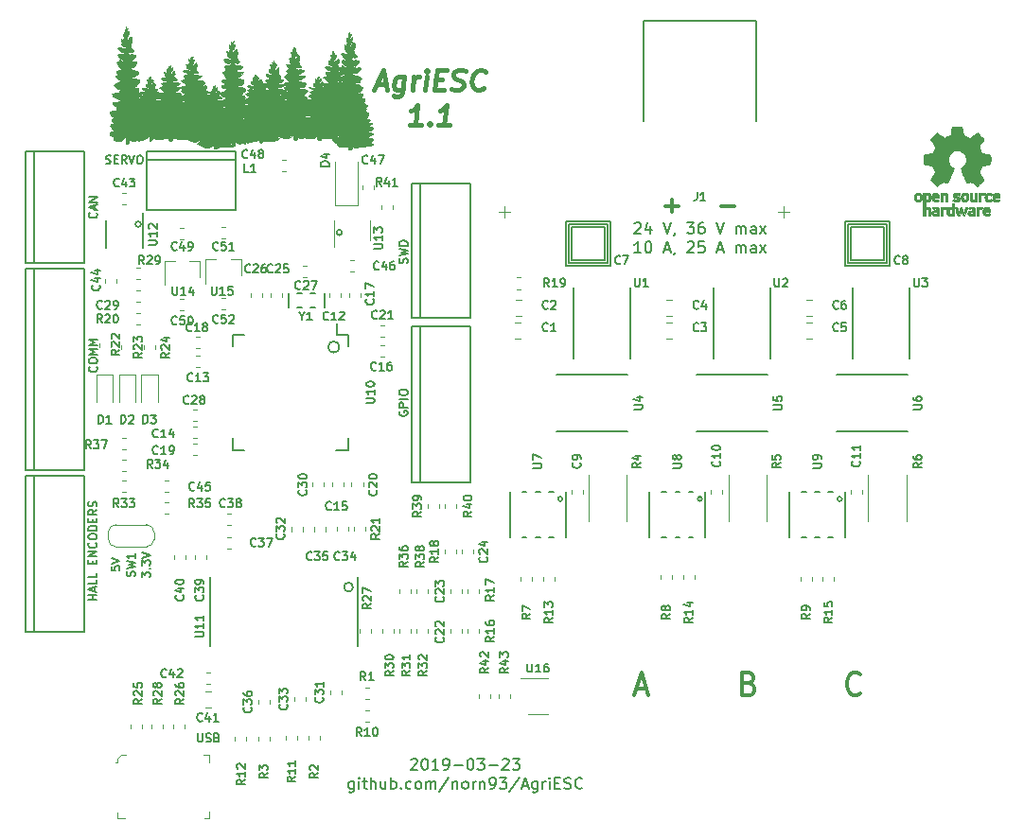
<source format=gbr>
G04 #@! TF.GenerationSoftware,KiCad,Pcbnew,5.1.0-060a0da~80~ubuntu18.04.1*
G04 #@! TF.CreationDate,2019-03-23T20:15:35+08:00*
G04 #@! TF.ProjectId,AgriESC,41677269-4553-4432-9e6b-696361645f70,rev?*
G04 #@! TF.SameCoordinates,Original*
G04 #@! TF.FileFunction,Legend,Top*
G04 #@! TF.FilePolarity,Positive*
%FSLAX46Y46*%
G04 Gerber Fmt 4.6, Leading zero omitted, Abs format (unit mm)*
G04 Created by KiCad (PCBNEW 5.1.0-060a0da~80~ubuntu18.04.1) date 2019-03-23 20:15:35*
%MOMM*%
%LPD*%
G04 APERTURE LIST*
%ADD10C,0.150000*%
%ADD11C,0.300000*%
%ADD12C,0.200000*%
%ADD13C,0.420000*%
%ADD14C,0.120000*%
%ADD15C,0.100000*%
%ADD16C,0.010000*%
G04 APERTURE END LIST*
D10*
X140000000Y-84000000D02*
G75*
G03X140000000Y-84000000I-250000J0D01*
G01*
X122000000Y-83250000D02*
G75*
G03X122000000Y-83250000I-250000J0D01*
G01*
X139750000Y-94250000D02*
G75*
G03X139750000Y-94250000I-500000J0D01*
G01*
D11*
X173928571Y-81607142D02*
X175071428Y-81607142D01*
X168928571Y-81607142D02*
X170071428Y-81607142D01*
X169500000Y-82178571D02*
X169500000Y-81035714D01*
D12*
X166142857Y-83197619D02*
X166190476Y-83150000D01*
X166285714Y-83102380D01*
X166523809Y-83102380D01*
X166619047Y-83150000D01*
X166666666Y-83197619D01*
X166714285Y-83292857D01*
X166714285Y-83388095D01*
X166666666Y-83530952D01*
X166095238Y-84102380D01*
X166714285Y-84102380D01*
X167571428Y-83435714D02*
X167571428Y-84102380D01*
X167333333Y-83054761D02*
X167095238Y-83769047D01*
X167714285Y-83769047D01*
X168714285Y-83102380D02*
X169047619Y-84102380D01*
X169380952Y-83102380D01*
X169761904Y-84054761D02*
X169761904Y-84102380D01*
X169714285Y-84197619D01*
X169666666Y-84245238D01*
X170857142Y-83102380D02*
X171476190Y-83102380D01*
X171142857Y-83483333D01*
X171285714Y-83483333D01*
X171380952Y-83530952D01*
X171428571Y-83578571D01*
X171476190Y-83673809D01*
X171476190Y-83911904D01*
X171428571Y-84007142D01*
X171380952Y-84054761D01*
X171285714Y-84102380D01*
X171000000Y-84102380D01*
X170904761Y-84054761D01*
X170857142Y-84007142D01*
X172333333Y-83102380D02*
X172142857Y-83102380D01*
X172047619Y-83150000D01*
X172000000Y-83197619D01*
X171904761Y-83340476D01*
X171857142Y-83530952D01*
X171857142Y-83911904D01*
X171904761Y-84007142D01*
X171952380Y-84054761D01*
X172047619Y-84102380D01*
X172238095Y-84102380D01*
X172333333Y-84054761D01*
X172380952Y-84007142D01*
X172428571Y-83911904D01*
X172428571Y-83673809D01*
X172380952Y-83578571D01*
X172333333Y-83530952D01*
X172238095Y-83483333D01*
X172047619Y-83483333D01*
X171952380Y-83530952D01*
X171904761Y-83578571D01*
X171857142Y-83673809D01*
X173476190Y-83102380D02*
X173809523Y-84102380D01*
X174142857Y-83102380D01*
X175238095Y-84102380D02*
X175238095Y-83435714D01*
X175238095Y-83530952D02*
X175285714Y-83483333D01*
X175380952Y-83435714D01*
X175523809Y-83435714D01*
X175619047Y-83483333D01*
X175666666Y-83578571D01*
X175666666Y-84102380D01*
X175666666Y-83578571D02*
X175714285Y-83483333D01*
X175809523Y-83435714D01*
X175952380Y-83435714D01*
X176047619Y-83483333D01*
X176095238Y-83578571D01*
X176095238Y-84102380D01*
X177000000Y-84102380D02*
X177000000Y-83578571D01*
X176952380Y-83483333D01*
X176857142Y-83435714D01*
X176666666Y-83435714D01*
X176571428Y-83483333D01*
X177000000Y-84054761D02*
X176904761Y-84102380D01*
X176666666Y-84102380D01*
X176571428Y-84054761D01*
X176523809Y-83959523D01*
X176523809Y-83864285D01*
X176571428Y-83769047D01*
X176666666Y-83721428D01*
X176904761Y-83721428D01*
X177000000Y-83673809D01*
X177380952Y-84102380D02*
X177904761Y-83435714D01*
X177380952Y-83435714D02*
X177904761Y-84102380D01*
X166714285Y-85802380D02*
X166142857Y-85802380D01*
X166428571Y-85802380D02*
X166428571Y-84802380D01*
X166333333Y-84945238D01*
X166238095Y-85040476D01*
X166142857Y-85088095D01*
X167333333Y-84802380D02*
X167428571Y-84802380D01*
X167523809Y-84850000D01*
X167571428Y-84897619D01*
X167619047Y-84992857D01*
X167666666Y-85183333D01*
X167666666Y-85421428D01*
X167619047Y-85611904D01*
X167571428Y-85707142D01*
X167523809Y-85754761D01*
X167428571Y-85802380D01*
X167333333Y-85802380D01*
X167238095Y-85754761D01*
X167190476Y-85707142D01*
X167142857Y-85611904D01*
X167095238Y-85421428D01*
X167095238Y-85183333D01*
X167142857Y-84992857D01*
X167190476Y-84897619D01*
X167238095Y-84850000D01*
X167333333Y-84802380D01*
X168809523Y-85516666D02*
X169285714Y-85516666D01*
X168714285Y-85802380D02*
X169047619Y-84802380D01*
X169380952Y-85802380D01*
X169761904Y-85754761D02*
X169761904Y-85802380D01*
X169714285Y-85897619D01*
X169666666Y-85945238D01*
X170904761Y-84897619D02*
X170952380Y-84850000D01*
X171047619Y-84802380D01*
X171285714Y-84802380D01*
X171380952Y-84850000D01*
X171428571Y-84897619D01*
X171476190Y-84992857D01*
X171476190Y-85088095D01*
X171428571Y-85230952D01*
X170857142Y-85802380D01*
X171476190Y-85802380D01*
X172380952Y-84802380D02*
X171904761Y-84802380D01*
X171857142Y-85278571D01*
X171904761Y-85230952D01*
X172000000Y-85183333D01*
X172238095Y-85183333D01*
X172333333Y-85230952D01*
X172380952Y-85278571D01*
X172428571Y-85373809D01*
X172428571Y-85611904D01*
X172380952Y-85707142D01*
X172333333Y-85754761D01*
X172238095Y-85802380D01*
X172000000Y-85802380D01*
X171904761Y-85754761D01*
X171857142Y-85707142D01*
X173571428Y-85516666D02*
X174047619Y-85516666D01*
X173476190Y-85802380D02*
X173809523Y-84802380D01*
X174142857Y-85802380D01*
X175238095Y-85802380D02*
X175238095Y-85135714D01*
X175238095Y-85230952D02*
X175285714Y-85183333D01*
X175380952Y-85135714D01*
X175523809Y-85135714D01*
X175619047Y-85183333D01*
X175666666Y-85278571D01*
X175666666Y-85802380D01*
X175666666Y-85278571D02*
X175714285Y-85183333D01*
X175809523Y-85135714D01*
X175952380Y-85135714D01*
X176047619Y-85183333D01*
X176095238Y-85278571D01*
X176095238Y-85802380D01*
X177000000Y-85802380D02*
X177000000Y-85278571D01*
X176952380Y-85183333D01*
X176857142Y-85135714D01*
X176666666Y-85135714D01*
X176571428Y-85183333D01*
X177000000Y-85754761D02*
X176904761Y-85802380D01*
X176666666Y-85802380D01*
X176571428Y-85754761D01*
X176523809Y-85659523D01*
X176523809Y-85564285D01*
X176571428Y-85469047D01*
X176666666Y-85421428D01*
X176904761Y-85421428D01*
X177000000Y-85373809D01*
X177380952Y-85802380D02*
X177904761Y-85135714D01*
X177380952Y-85135714D02*
X177904761Y-85802380D01*
D13*
X143072125Y-70740000D02*
X143929267Y-70740000D01*
X142836410Y-71254285D02*
X143661410Y-69454285D01*
X144036410Y-71254285D01*
X145557839Y-70054285D02*
X145375696Y-71511428D01*
X145268553Y-71682857D01*
X145172125Y-71768571D01*
X144989982Y-71854285D01*
X144732839Y-71854285D01*
X144572125Y-71768571D01*
X145418553Y-71168571D02*
X145236410Y-71254285D01*
X144893553Y-71254285D01*
X144732839Y-71168571D01*
X144657839Y-71082857D01*
X144593553Y-70911428D01*
X144657839Y-70397142D01*
X144764982Y-70225714D01*
X144861410Y-70140000D01*
X145043553Y-70054285D01*
X145386410Y-70054285D01*
X145547125Y-70140000D01*
X146264982Y-71254285D02*
X146414982Y-70054285D01*
X146372125Y-70397142D02*
X146479267Y-70225714D01*
X146575696Y-70140000D01*
X146757839Y-70054285D01*
X146929267Y-70054285D01*
X147379267Y-71254285D02*
X147529267Y-70054285D01*
X147604267Y-69454285D02*
X147507839Y-69540000D01*
X147582839Y-69625714D01*
X147679267Y-69540000D01*
X147604267Y-69454285D01*
X147582839Y-69625714D01*
X148354267Y-70311428D02*
X148954267Y-70311428D01*
X149093553Y-71254285D02*
X148236410Y-71254285D01*
X148461410Y-69454285D01*
X149318553Y-69454285D01*
X149789982Y-71168571D02*
X150036410Y-71254285D01*
X150464982Y-71254285D01*
X150647125Y-71168571D01*
X150743553Y-71082857D01*
X150850696Y-70911428D01*
X150872125Y-70740000D01*
X150807839Y-70568571D01*
X150732839Y-70482857D01*
X150572125Y-70397142D01*
X150239982Y-70311428D01*
X150079267Y-70225714D01*
X150004267Y-70140000D01*
X149939982Y-69968571D01*
X149961410Y-69797142D01*
X150068553Y-69625714D01*
X150164982Y-69540000D01*
X150347125Y-69454285D01*
X150775696Y-69454285D01*
X151022125Y-69540000D01*
X152629267Y-71082857D02*
X152532839Y-71168571D01*
X152264982Y-71254285D01*
X152093553Y-71254285D01*
X151847125Y-71168571D01*
X151697125Y-70997142D01*
X151632839Y-70825714D01*
X151589982Y-70482857D01*
X151622125Y-70225714D01*
X151750696Y-69882857D01*
X151857839Y-69711428D01*
X152050696Y-69540000D01*
X152318553Y-69454285D01*
X152489982Y-69454285D01*
X152736410Y-69540000D01*
X152811410Y-69625714D01*
X147036410Y-74374285D02*
X146007839Y-74374285D01*
X146522125Y-74374285D02*
X146747125Y-72574285D01*
X146543553Y-72831428D01*
X146350696Y-73002857D01*
X146168553Y-73088571D01*
X147829267Y-74202857D02*
X147904267Y-74288571D01*
X147807839Y-74374285D01*
X147732839Y-74288571D01*
X147829267Y-74202857D01*
X147807839Y-74374285D01*
X149607839Y-74374285D02*
X148579267Y-74374285D01*
X149093553Y-74374285D02*
X149318553Y-72574285D01*
X149114982Y-72831428D01*
X148922125Y-73002857D01*
X148739982Y-73088571D01*
D12*
X146142857Y-131197619D02*
X146190476Y-131150000D01*
X146285714Y-131102380D01*
X146523809Y-131102380D01*
X146619047Y-131150000D01*
X146666666Y-131197619D01*
X146714285Y-131292857D01*
X146714285Y-131388095D01*
X146666666Y-131530952D01*
X146095238Y-132102380D01*
X146714285Y-132102380D01*
X147333333Y-131102380D02*
X147428571Y-131102380D01*
X147523809Y-131150000D01*
X147571428Y-131197619D01*
X147619047Y-131292857D01*
X147666666Y-131483333D01*
X147666666Y-131721428D01*
X147619047Y-131911904D01*
X147571428Y-132007142D01*
X147523809Y-132054761D01*
X147428571Y-132102380D01*
X147333333Y-132102380D01*
X147238095Y-132054761D01*
X147190476Y-132007142D01*
X147142857Y-131911904D01*
X147095238Y-131721428D01*
X147095238Y-131483333D01*
X147142857Y-131292857D01*
X147190476Y-131197619D01*
X147238095Y-131150000D01*
X147333333Y-131102380D01*
X148619047Y-132102380D02*
X148047619Y-132102380D01*
X148333333Y-132102380D02*
X148333333Y-131102380D01*
X148238095Y-131245238D01*
X148142857Y-131340476D01*
X148047619Y-131388095D01*
X149095238Y-132102380D02*
X149285714Y-132102380D01*
X149380952Y-132054761D01*
X149428571Y-132007142D01*
X149523809Y-131864285D01*
X149571428Y-131673809D01*
X149571428Y-131292857D01*
X149523809Y-131197619D01*
X149476190Y-131150000D01*
X149380952Y-131102380D01*
X149190476Y-131102380D01*
X149095238Y-131150000D01*
X149047619Y-131197619D01*
X149000000Y-131292857D01*
X149000000Y-131530952D01*
X149047619Y-131626190D01*
X149095238Y-131673809D01*
X149190476Y-131721428D01*
X149380952Y-131721428D01*
X149476190Y-131673809D01*
X149523809Y-131626190D01*
X149571428Y-131530952D01*
X150000000Y-131721428D02*
X150761904Y-131721428D01*
X151428571Y-131102380D02*
X151523809Y-131102380D01*
X151619047Y-131150000D01*
X151666666Y-131197619D01*
X151714285Y-131292857D01*
X151761904Y-131483333D01*
X151761904Y-131721428D01*
X151714285Y-131911904D01*
X151666666Y-132007142D01*
X151619047Y-132054761D01*
X151523809Y-132102380D01*
X151428571Y-132102380D01*
X151333333Y-132054761D01*
X151285714Y-132007142D01*
X151238095Y-131911904D01*
X151190476Y-131721428D01*
X151190476Y-131483333D01*
X151238095Y-131292857D01*
X151285714Y-131197619D01*
X151333333Y-131150000D01*
X151428571Y-131102380D01*
X152095238Y-131102380D02*
X152714285Y-131102380D01*
X152380952Y-131483333D01*
X152523809Y-131483333D01*
X152619047Y-131530952D01*
X152666666Y-131578571D01*
X152714285Y-131673809D01*
X152714285Y-131911904D01*
X152666666Y-132007142D01*
X152619047Y-132054761D01*
X152523809Y-132102380D01*
X152238095Y-132102380D01*
X152142857Y-132054761D01*
X152095238Y-132007142D01*
X153142857Y-131721428D02*
X153904761Y-131721428D01*
X154333333Y-131197619D02*
X154380952Y-131150000D01*
X154476190Y-131102380D01*
X154714285Y-131102380D01*
X154809523Y-131150000D01*
X154857142Y-131197619D01*
X154904761Y-131292857D01*
X154904761Y-131388095D01*
X154857142Y-131530952D01*
X154285714Y-132102380D01*
X154904761Y-132102380D01*
X155238095Y-131102380D02*
X155857142Y-131102380D01*
X155523809Y-131483333D01*
X155666666Y-131483333D01*
X155761904Y-131530952D01*
X155809523Y-131578571D01*
X155857142Y-131673809D01*
X155857142Y-131911904D01*
X155809523Y-132007142D01*
X155761904Y-132054761D01*
X155666666Y-132102380D01*
X155380952Y-132102380D01*
X155285714Y-132054761D01*
X155238095Y-132007142D01*
X141023809Y-133135714D02*
X141023809Y-133945238D01*
X140976190Y-134040476D01*
X140928571Y-134088095D01*
X140833333Y-134135714D01*
X140690476Y-134135714D01*
X140595238Y-134088095D01*
X141023809Y-133754761D02*
X140928571Y-133802380D01*
X140738095Y-133802380D01*
X140642857Y-133754761D01*
X140595238Y-133707142D01*
X140547619Y-133611904D01*
X140547619Y-133326190D01*
X140595238Y-133230952D01*
X140642857Y-133183333D01*
X140738095Y-133135714D01*
X140928571Y-133135714D01*
X141023809Y-133183333D01*
X141500000Y-133802380D02*
X141500000Y-133135714D01*
X141500000Y-132802380D02*
X141452380Y-132850000D01*
X141500000Y-132897619D01*
X141547619Y-132850000D01*
X141500000Y-132802380D01*
X141500000Y-132897619D01*
X141833333Y-133135714D02*
X142214285Y-133135714D01*
X141976190Y-132802380D02*
X141976190Y-133659523D01*
X142023809Y-133754761D01*
X142119047Y-133802380D01*
X142214285Y-133802380D01*
X142547619Y-133802380D02*
X142547619Y-132802380D01*
X142976190Y-133802380D02*
X142976190Y-133278571D01*
X142928571Y-133183333D01*
X142833333Y-133135714D01*
X142690476Y-133135714D01*
X142595238Y-133183333D01*
X142547619Y-133230952D01*
X143880952Y-133135714D02*
X143880952Y-133802380D01*
X143452380Y-133135714D02*
X143452380Y-133659523D01*
X143500000Y-133754761D01*
X143595238Y-133802380D01*
X143738095Y-133802380D01*
X143833333Y-133754761D01*
X143880952Y-133707142D01*
X144357142Y-133802380D02*
X144357142Y-132802380D01*
X144357142Y-133183333D02*
X144452380Y-133135714D01*
X144642857Y-133135714D01*
X144738095Y-133183333D01*
X144785714Y-133230952D01*
X144833333Y-133326190D01*
X144833333Y-133611904D01*
X144785714Y-133707142D01*
X144738095Y-133754761D01*
X144642857Y-133802380D01*
X144452380Y-133802380D01*
X144357142Y-133754761D01*
X145261904Y-133707142D02*
X145309523Y-133754761D01*
X145261904Y-133802380D01*
X145214285Y-133754761D01*
X145261904Y-133707142D01*
X145261904Y-133802380D01*
X146166666Y-133754761D02*
X146071428Y-133802380D01*
X145880952Y-133802380D01*
X145785714Y-133754761D01*
X145738095Y-133707142D01*
X145690476Y-133611904D01*
X145690476Y-133326190D01*
X145738095Y-133230952D01*
X145785714Y-133183333D01*
X145880952Y-133135714D01*
X146071428Y-133135714D01*
X146166666Y-133183333D01*
X146738095Y-133802380D02*
X146642857Y-133754761D01*
X146595238Y-133707142D01*
X146547619Y-133611904D01*
X146547619Y-133326190D01*
X146595238Y-133230952D01*
X146642857Y-133183333D01*
X146738095Y-133135714D01*
X146880952Y-133135714D01*
X146976190Y-133183333D01*
X147023809Y-133230952D01*
X147071428Y-133326190D01*
X147071428Y-133611904D01*
X147023809Y-133707142D01*
X146976190Y-133754761D01*
X146880952Y-133802380D01*
X146738095Y-133802380D01*
X147500000Y-133802380D02*
X147500000Y-133135714D01*
X147500000Y-133230952D02*
X147547619Y-133183333D01*
X147642857Y-133135714D01*
X147785714Y-133135714D01*
X147880952Y-133183333D01*
X147928571Y-133278571D01*
X147928571Y-133802380D01*
X147928571Y-133278571D02*
X147976190Y-133183333D01*
X148071428Y-133135714D01*
X148214285Y-133135714D01*
X148309523Y-133183333D01*
X148357142Y-133278571D01*
X148357142Y-133802380D01*
X149547619Y-132754761D02*
X148690476Y-134040476D01*
X149880952Y-133135714D02*
X149880952Y-133802380D01*
X149880952Y-133230952D02*
X149928571Y-133183333D01*
X150023809Y-133135714D01*
X150166666Y-133135714D01*
X150261904Y-133183333D01*
X150309523Y-133278571D01*
X150309523Y-133802380D01*
X150928571Y-133802380D02*
X150833333Y-133754761D01*
X150785714Y-133707142D01*
X150738095Y-133611904D01*
X150738095Y-133326190D01*
X150785714Y-133230952D01*
X150833333Y-133183333D01*
X150928571Y-133135714D01*
X151071428Y-133135714D01*
X151166666Y-133183333D01*
X151214285Y-133230952D01*
X151261904Y-133326190D01*
X151261904Y-133611904D01*
X151214285Y-133707142D01*
X151166666Y-133754761D01*
X151071428Y-133802380D01*
X150928571Y-133802380D01*
X151690476Y-133802380D02*
X151690476Y-133135714D01*
X151690476Y-133326190D02*
X151738095Y-133230952D01*
X151785714Y-133183333D01*
X151880952Y-133135714D01*
X151976190Y-133135714D01*
X152309523Y-133135714D02*
X152309523Y-133802380D01*
X152309523Y-133230952D02*
X152357142Y-133183333D01*
X152452380Y-133135714D01*
X152595238Y-133135714D01*
X152690476Y-133183333D01*
X152738095Y-133278571D01*
X152738095Y-133802380D01*
X153261904Y-133802380D02*
X153452380Y-133802380D01*
X153547619Y-133754761D01*
X153595238Y-133707142D01*
X153690476Y-133564285D01*
X153738095Y-133373809D01*
X153738095Y-132992857D01*
X153690476Y-132897619D01*
X153642857Y-132850000D01*
X153547619Y-132802380D01*
X153357142Y-132802380D01*
X153261904Y-132850000D01*
X153214285Y-132897619D01*
X153166666Y-132992857D01*
X153166666Y-133230952D01*
X153214285Y-133326190D01*
X153261904Y-133373809D01*
X153357142Y-133421428D01*
X153547619Y-133421428D01*
X153642857Y-133373809D01*
X153690476Y-133326190D01*
X153738095Y-133230952D01*
X154071428Y-132802380D02*
X154690476Y-132802380D01*
X154357142Y-133183333D01*
X154500000Y-133183333D01*
X154595238Y-133230952D01*
X154642857Y-133278571D01*
X154690476Y-133373809D01*
X154690476Y-133611904D01*
X154642857Y-133707142D01*
X154595238Y-133754761D01*
X154500000Y-133802380D01*
X154214285Y-133802380D01*
X154119047Y-133754761D01*
X154071428Y-133707142D01*
X155833333Y-132754761D02*
X154976190Y-134040476D01*
X156119047Y-133516666D02*
X156595238Y-133516666D01*
X156023809Y-133802380D02*
X156357142Y-132802380D01*
X156690476Y-133802380D01*
X157452380Y-133135714D02*
X157452380Y-133945238D01*
X157404761Y-134040476D01*
X157357142Y-134088095D01*
X157261904Y-134135714D01*
X157119047Y-134135714D01*
X157023809Y-134088095D01*
X157452380Y-133754761D02*
X157357142Y-133802380D01*
X157166666Y-133802380D01*
X157071428Y-133754761D01*
X157023809Y-133707142D01*
X156976190Y-133611904D01*
X156976190Y-133326190D01*
X157023809Y-133230952D01*
X157071428Y-133183333D01*
X157166666Y-133135714D01*
X157357142Y-133135714D01*
X157452380Y-133183333D01*
X157928571Y-133802380D02*
X157928571Y-133135714D01*
X157928571Y-133326190D02*
X157976190Y-133230952D01*
X158023809Y-133183333D01*
X158119047Y-133135714D01*
X158214285Y-133135714D01*
X158547619Y-133802380D02*
X158547619Y-133135714D01*
X158547619Y-132802380D02*
X158500000Y-132850000D01*
X158547619Y-132897619D01*
X158595238Y-132850000D01*
X158547619Y-132802380D01*
X158547619Y-132897619D01*
X159023809Y-133278571D02*
X159357142Y-133278571D01*
X159500000Y-133802380D02*
X159023809Y-133802380D01*
X159023809Y-132802380D01*
X159500000Y-132802380D01*
X159880952Y-133754761D02*
X160023809Y-133802380D01*
X160261904Y-133802380D01*
X160357142Y-133754761D01*
X160404761Y-133707142D01*
X160452380Y-133611904D01*
X160452380Y-133516666D01*
X160404761Y-133421428D01*
X160357142Y-133373809D01*
X160261904Y-133326190D01*
X160071428Y-133278571D01*
X159976190Y-133230952D01*
X159928571Y-133183333D01*
X159880952Y-133088095D01*
X159880952Y-132992857D01*
X159928571Y-132897619D01*
X159976190Y-132850000D01*
X160071428Y-132802380D01*
X160309523Y-132802380D01*
X160452380Y-132850000D01*
X161452380Y-133707142D02*
X161404761Y-133754761D01*
X161261904Y-133802380D01*
X161166666Y-133802380D01*
X161023809Y-133754761D01*
X160928571Y-133659523D01*
X160880952Y-133564285D01*
X160833333Y-133373809D01*
X160833333Y-133230952D01*
X160880952Y-133040476D01*
X160928571Y-132945238D01*
X161023809Y-132850000D01*
X161166666Y-132802380D01*
X161261904Y-132802380D01*
X161404761Y-132850000D01*
X161452380Y-132897619D01*
D14*
X152240000Y-125328733D02*
X152240000Y-125671267D01*
X153260000Y-125328733D02*
X153260000Y-125671267D01*
X155010000Y-125671267D02*
X155010000Y-125328733D01*
X153990000Y-125671267D02*
X153990000Y-125328733D01*
X158400000Y-123890000D02*
X155950000Y-123890000D01*
X156600000Y-127110000D02*
X158400000Y-127110000D01*
D15*
X119900000Y-131400000D02*
X119750000Y-131400000D01*
X119900000Y-131100000D02*
X119900000Y-131400000D01*
X120200000Y-130750000D02*
X119900000Y-131100000D01*
X120650000Y-130750000D02*
X120200000Y-130750000D01*
X128100000Y-130750000D02*
X128100000Y-131450000D01*
X127600000Y-130750000D02*
X128100000Y-130750000D01*
X128100000Y-136450000D02*
X127700000Y-136450000D01*
X128100000Y-135850000D02*
X128100000Y-136450000D01*
X119900000Y-136450000D02*
X120550000Y-136450000D01*
X119900000Y-135900000D02*
X119900000Y-136450000D01*
D10*
X163750000Y-83500000D02*
X163750000Y-83250000D01*
X163750000Y-86750000D02*
X163750000Y-83500000D01*
X163500000Y-86750000D02*
X163750000Y-86750000D01*
X160250000Y-86750000D02*
X163500000Y-86750000D01*
X160250000Y-83250000D02*
X160250000Y-86750000D01*
X163750000Y-83250000D02*
X160250000Y-83250000D01*
X163500000Y-86500000D02*
X160500000Y-86500000D01*
X163500000Y-83500000D02*
X163500000Y-86500000D01*
X160500000Y-83500000D02*
X163500000Y-83500000D01*
X160500000Y-86500000D02*
X160500000Y-83500000D01*
X164000000Y-83000000D02*
X160000000Y-83000000D01*
X164000000Y-87000000D02*
X164000000Y-83000000D01*
X160000000Y-87000000D02*
X164000000Y-87000000D01*
X160000000Y-83000000D02*
X160000000Y-87000000D01*
D14*
X154520354Y-81625000D02*
X154520354Y-82625000D01*
X154020354Y-82125000D02*
X155020354Y-82125000D01*
D10*
X188750000Y-83500000D02*
X188750000Y-83250000D01*
X188750000Y-86750000D02*
X188750000Y-83500000D01*
X188500000Y-86750000D02*
X188750000Y-86750000D01*
X185250000Y-86750000D02*
X188500000Y-86750000D01*
X185250000Y-83250000D02*
X185250000Y-86750000D01*
X188750000Y-83250000D02*
X185250000Y-83250000D01*
X188500000Y-86500000D02*
X185500000Y-86500000D01*
X188500000Y-83500000D02*
X188500000Y-86500000D01*
X185500000Y-83500000D02*
X188500000Y-83500000D01*
X185500000Y-86500000D02*
X185500000Y-83500000D01*
X189000000Y-83000000D02*
X185000000Y-83000000D01*
X189000000Y-87000000D02*
X189000000Y-83000000D01*
X185000000Y-87000000D02*
X189000000Y-87000000D01*
X185000000Y-83000000D02*
X185000000Y-87000000D01*
D14*
X179520354Y-81625000D02*
X179520354Y-82625000D01*
X179020354Y-82125000D02*
X180020354Y-82125000D01*
X122083000Y-128068733D02*
X122083000Y-128411267D01*
X121063000Y-128068733D02*
X121063000Y-128411267D01*
X124873000Y-128068733D02*
X124873000Y-128411267D01*
X125893000Y-128068733D02*
X125893000Y-128411267D01*
X123988000Y-128068733D02*
X123988000Y-128411267D01*
X122968000Y-128068733D02*
X122968000Y-128411267D01*
D10*
X151438000Y-91644000D02*
X151438000Y-83644000D01*
X146938000Y-91644000D02*
X146938000Y-83644000D01*
X146188000Y-83644000D02*
X146188000Y-91644000D01*
X151438000Y-79644000D02*
X146188000Y-79644000D01*
X151438000Y-91644000D02*
X146188000Y-91644000D01*
X151438000Y-83644000D02*
X151438000Y-79644000D01*
X146938000Y-83644000D02*
X146938000Y-79644000D01*
X146188000Y-83644000D02*
X146188000Y-79644000D01*
X116894000Y-105250000D02*
X111644000Y-105250000D01*
X116894000Y-87250000D02*
X111644000Y-87250000D01*
X111644000Y-87250000D02*
X111644000Y-105250000D01*
X112394000Y-105250000D02*
X112394000Y-97250000D01*
X116894000Y-105250000D02*
X116894000Y-97250000D01*
X116894000Y-97250000D02*
X116894000Y-87250000D01*
X112394000Y-97250000D02*
X112394000Y-87250000D01*
D14*
X136453733Y-88010000D02*
X136796267Y-88010000D01*
X136453733Y-86990000D02*
X136796267Y-86990000D01*
D10*
X112400000Y-111750000D02*
X112400000Y-105750000D01*
X116900000Y-111750000D02*
X116900000Y-105750000D01*
X116900000Y-119750000D02*
X116900000Y-111750000D01*
X112400000Y-119750000D02*
X112400000Y-111750000D01*
X111650000Y-105750000D02*
X111650000Y-119750000D01*
X116900000Y-105750000D02*
X111650000Y-105750000D01*
X116900000Y-119750000D02*
X111650000Y-119750000D01*
X116894000Y-86750000D02*
X111644000Y-86750000D01*
X116894000Y-76750000D02*
X111644000Y-76750000D01*
X111644000Y-76750000D02*
X111644000Y-86750000D01*
X112394000Y-86750000D02*
X112394000Y-76750000D01*
X116894000Y-86750000D02*
X116894000Y-76750000D01*
X160710000Y-88948000D02*
X160710000Y-95298000D01*
X165790000Y-88948000D02*
X165790000Y-95298000D01*
X151438000Y-106376000D02*
X146188000Y-106376000D01*
X151438000Y-92376000D02*
X146188000Y-92376000D01*
X146188000Y-92376000D02*
X146188000Y-106376000D01*
X146938000Y-106376000D02*
X146938000Y-98376000D01*
X151438000Y-106376000D02*
X151438000Y-98376000D01*
X151438000Y-98376000D02*
X151438000Y-92376000D01*
X146938000Y-98376000D02*
X146938000Y-92376000D01*
D14*
X130956000Y-86408000D02*
X130026000Y-86408000D01*
X127796000Y-86408000D02*
X128726000Y-86408000D01*
X127796000Y-86408000D02*
X127796000Y-88568000D01*
X130956000Y-86408000D02*
X130956000Y-87868000D01*
D10*
X140523000Y-93141000D02*
X139523000Y-93141000D01*
X140523000Y-103491000D02*
X139448000Y-103491000D01*
X130173000Y-103491000D02*
X131248000Y-103491000D01*
X130173000Y-93141000D02*
X131248000Y-93141000D01*
X140523000Y-93141000D02*
X140523000Y-94216000D01*
X130173000Y-93141000D02*
X130173000Y-94216000D01*
X130173000Y-103491000D02*
X130173000Y-102416000D01*
X140523000Y-103491000D02*
X140523000Y-102416000D01*
X139523000Y-93141000D02*
X139523000Y-92116000D01*
D14*
X121535000Y-99150000D02*
X121535000Y-96690000D01*
X121535000Y-96690000D02*
X120065000Y-96690000D01*
X120065000Y-96690000D02*
X120065000Y-99150000D01*
D10*
X136398000Y-89416000D02*
X135998000Y-89416000D01*
X137598000Y-89416000D02*
X137198000Y-89416000D01*
X137598000Y-90716000D02*
X137198000Y-90716000D01*
X136398000Y-90716000D02*
X135998000Y-90716000D01*
X135198000Y-90716000D02*
X135198000Y-89416000D01*
X138398000Y-90716000D02*
X138398000Y-89416000D01*
D14*
X155986252Y-92040000D02*
X155463748Y-92040000D01*
X155986252Y-93460000D02*
X155463748Y-93460000D01*
X156011252Y-91460000D02*
X155488748Y-91460000D01*
X156011252Y-90040000D02*
X155488748Y-90040000D01*
X169536252Y-92040000D02*
X169013748Y-92040000D01*
X169536252Y-93460000D02*
X169013748Y-93460000D01*
X169511252Y-91460000D02*
X168988748Y-91460000D01*
X169511252Y-90040000D02*
X168988748Y-90040000D01*
X182036252Y-92040000D02*
X181513748Y-92040000D01*
X182036252Y-93460000D02*
X181513748Y-93460000D01*
X182036252Y-91460000D02*
X181513748Y-91460000D01*
X182036252Y-90040000D02*
X181513748Y-90040000D01*
X160490000Y-107421267D02*
X160490000Y-107078733D01*
X161510000Y-107421267D02*
X161510000Y-107078733D01*
X172990000Y-107421267D02*
X172990000Y-107078733D01*
X174010000Y-107421267D02*
X174010000Y-107078733D01*
X185490000Y-107421267D02*
X185490000Y-107078733D01*
X186510000Y-107421267D02*
X186510000Y-107078733D01*
X139858000Y-89737267D02*
X139858000Y-89394733D01*
X138838000Y-89737267D02*
X138838000Y-89394733D01*
X127269267Y-96076000D02*
X126926733Y-96076000D01*
X127269267Y-95056000D02*
X126926733Y-95056000D01*
X127007267Y-102410000D02*
X126664733Y-102410000D01*
X127007267Y-101390000D02*
X126664733Y-101390000D01*
X139088000Y-106394733D02*
X139088000Y-106737267D01*
X140108000Y-106394733D02*
X140108000Y-106737267D01*
X143426733Y-94056000D02*
X143769267Y-94056000D01*
X143426733Y-95076000D02*
X143769267Y-95076000D01*
X141608000Y-89737267D02*
X141608000Y-89394733D01*
X140588000Y-89737267D02*
X140588000Y-89394733D01*
X127269267Y-94326000D02*
X126926733Y-94326000D01*
X127269267Y-93306000D02*
X126926733Y-93306000D01*
X127007267Y-103934000D02*
X126664733Y-103934000D01*
X127007267Y-102914000D02*
X126664733Y-102914000D01*
X140838000Y-106394733D02*
X140838000Y-106737267D01*
X141858000Y-106394733D02*
X141858000Y-106737267D01*
X143426733Y-92306000D02*
X143769267Y-92306000D01*
X143426733Y-93326000D02*
X143769267Y-93326000D01*
X149694000Y-119508733D02*
X149694000Y-119851267D01*
X150714000Y-119508733D02*
X150714000Y-119851267D01*
X149694000Y-115952733D02*
X149694000Y-116295267D01*
X150714000Y-115952733D02*
X150714000Y-116295267D01*
X151730000Y-112396733D02*
X151730000Y-112739267D01*
X150710000Y-112396733D02*
X150710000Y-112739267D01*
X134608000Y-89737267D02*
X134608000Y-89394733D01*
X133588000Y-89737267D02*
X133588000Y-89394733D01*
X131838000Y-89737267D02*
X131838000Y-89394733D01*
X132858000Y-89737267D02*
X132858000Y-89394733D01*
X127007267Y-99866000D02*
X126664733Y-99866000D01*
X127007267Y-100886000D02*
X126664733Y-100886000D01*
X121927267Y-89198000D02*
X121584733Y-89198000D01*
X121927267Y-90218000D02*
X121584733Y-90218000D01*
X138358000Y-106394733D02*
X138358000Y-106737267D01*
X137338000Y-106394733D02*
X137338000Y-106737267D01*
X138899000Y-125312267D02*
X138899000Y-124969733D01*
X139919000Y-125312267D02*
X139919000Y-124969733D01*
X136490000Y-110389733D02*
X136490000Y-110732267D01*
X135470000Y-110389733D02*
X135470000Y-110732267D01*
X135690000Y-125921267D02*
X135690000Y-125578733D01*
X136710000Y-125921267D02*
X136710000Y-125578733D01*
X140554000Y-110707267D02*
X140554000Y-110364733D01*
X139534000Y-110707267D02*
X139534000Y-110364733D01*
X138522000Y-110732267D02*
X138522000Y-110389733D01*
X137502000Y-110732267D02*
X137502000Y-110389733D01*
X133510000Y-126171267D02*
X133510000Y-125828733D01*
X132490000Y-126171267D02*
X132490000Y-125828733D01*
X130055267Y-112316000D02*
X129712733Y-112316000D01*
X130055267Y-111296000D02*
X129712733Y-111296000D01*
X130055267Y-110171000D02*
X129712733Y-110171000D01*
X130055267Y-109151000D02*
X129712733Y-109151000D01*
X127854000Y-112904733D02*
X127854000Y-113247267D01*
X126834000Y-112904733D02*
X126834000Y-113247267D01*
X124929000Y-112904733D02*
X124929000Y-113247267D01*
X125949000Y-112904733D02*
X125949000Y-113247267D01*
X128240252Y-126486000D02*
X127717748Y-126486000D01*
X128240252Y-125066000D02*
X127717748Y-125066000D01*
X128150267Y-124381000D02*
X127807733Y-124381000D01*
X128150267Y-123361000D02*
X127807733Y-123361000D01*
X120328733Y-81510000D02*
X120671267Y-81510000D01*
X120328733Y-80490000D02*
X120671267Y-80490000D01*
X119770000Y-88150733D02*
X119770000Y-88493267D01*
X118750000Y-88150733D02*
X118750000Y-88493267D01*
X124124733Y-107236000D02*
X124467267Y-107236000D01*
X124124733Y-106216000D02*
X124467267Y-106216000D01*
X140725733Y-86443000D02*
X141068267Y-86443000D01*
X140725733Y-87463000D02*
X141068267Y-87463000D01*
X142792000Y-80139267D02*
X142792000Y-79796733D01*
X141772000Y-80139267D02*
X141772000Y-79796733D01*
X134578733Y-78510000D02*
X134921267Y-78510000D01*
X134578733Y-77490000D02*
X134921267Y-77490000D01*
X125850267Y-84630000D02*
X125507733Y-84630000D01*
X125850267Y-83610000D02*
X125507733Y-83610000D01*
X125850267Y-90980000D02*
X125507733Y-90980000D01*
X125850267Y-89960000D02*
X125507733Y-89960000D01*
X129547267Y-83483000D02*
X129204733Y-83483000D01*
X129547267Y-84503000D02*
X129204733Y-84503000D01*
X129547267Y-89833000D02*
X129204733Y-89833000D01*
X129547267Y-90853000D02*
X129204733Y-90853000D01*
X119485000Y-99175000D02*
X119485000Y-96715000D01*
X119485000Y-96715000D02*
X118015000Y-96715000D01*
X118015000Y-96715000D02*
X118015000Y-99175000D01*
X123507000Y-99144000D02*
X123507000Y-96684000D01*
X123507000Y-96684000D02*
X122037000Y-96684000D01*
X122037000Y-96684000D02*
X122037000Y-99144000D01*
X139377000Y-81533000D02*
X141377000Y-81533000D01*
X141377000Y-81533000D02*
X141377000Y-77683000D01*
X139377000Y-81533000D02*
X139377000Y-77683000D01*
D10*
X167000000Y-65050000D02*
X177000000Y-65050000D01*
X167000000Y-65050000D02*
X167000000Y-74050000D01*
X177000000Y-65050000D02*
X177000000Y-74050000D01*
X130500000Y-76750000D02*
X122500000Y-76750000D01*
X122500000Y-77500000D02*
X130500000Y-77500000D01*
X122500000Y-82000000D02*
X130500000Y-82000000D01*
X130500000Y-82000000D02*
X130500000Y-76750000D01*
X122500000Y-82000000D02*
X122500000Y-76750000D01*
D14*
X142388267Y-125778000D02*
X142045733Y-125778000D01*
X142388267Y-124758000D02*
X142045733Y-124758000D01*
X136990000Y-129421267D02*
X136990000Y-129078733D01*
X138010000Y-129421267D02*
X138010000Y-129078733D01*
X133510000Y-129503267D02*
X133510000Y-129160733D01*
X132490000Y-129503267D02*
X132490000Y-129160733D01*
X165460000Y-105697936D02*
X165460000Y-109802064D01*
X162040000Y-105697936D02*
X162040000Y-109802064D01*
X177960000Y-105697936D02*
X177960000Y-109802064D01*
X174540000Y-105697936D02*
X174540000Y-109802064D01*
X187040000Y-105697936D02*
X187040000Y-109802064D01*
X190460000Y-105697936D02*
X190460000Y-109802064D01*
X155990000Y-114828733D02*
X155990000Y-115171267D01*
X157010000Y-114828733D02*
X157010000Y-115171267D01*
X168490000Y-114703733D02*
X168490000Y-115046267D01*
X169510000Y-114703733D02*
X169510000Y-115046267D01*
X182010000Y-114828733D02*
X182010000Y-115171267D01*
X180990000Y-114828733D02*
X180990000Y-115171267D01*
X142388267Y-126790000D02*
X142045733Y-126790000D01*
X142388267Y-127810000D02*
X142045733Y-127810000D01*
X136010000Y-129421267D02*
X136010000Y-129078733D01*
X134990000Y-129421267D02*
X134990000Y-129078733D01*
X130390000Y-129503267D02*
X130390000Y-129160733D01*
X131410000Y-129503267D02*
X131410000Y-129160733D01*
X157990000Y-115171267D02*
X157990000Y-114828733D01*
X159010000Y-115171267D02*
X159010000Y-114828733D01*
X170490000Y-115046267D02*
X170490000Y-114703733D01*
X171510000Y-115046267D02*
X171510000Y-114703733D01*
X184010000Y-115171267D02*
X184010000Y-114828733D01*
X182990000Y-115171267D02*
X182990000Y-114828733D01*
X152238000Y-119851267D02*
X152238000Y-119508733D01*
X151218000Y-119851267D02*
X151218000Y-119508733D01*
X151218000Y-116295267D02*
X151218000Y-115952733D01*
X152238000Y-116295267D02*
X152238000Y-115952733D01*
X149186000Y-112739267D02*
X149186000Y-112396733D01*
X150206000Y-112739267D02*
X150206000Y-112396733D01*
X155620733Y-88036000D02*
X155963267Y-88036000D01*
X155620733Y-89056000D02*
X155963267Y-89056000D01*
X121927267Y-91230000D02*
X121584733Y-91230000D01*
X121927267Y-92250000D02*
X121584733Y-92250000D01*
X141058000Y-110707267D02*
X141058000Y-110364733D01*
X142078000Y-110707267D02*
X142078000Y-110364733D01*
X118240000Y-93953733D02*
X118240000Y-94296267D01*
X119260000Y-93953733D02*
X119260000Y-94296267D01*
X120230000Y-94108733D02*
X120230000Y-94451267D01*
X121250000Y-94108733D02*
X121250000Y-94451267D01*
X122262000Y-94108733D02*
X122262000Y-94451267D01*
X123282000Y-94108733D02*
X123282000Y-94451267D01*
X141566000Y-119851267D02*
X141566000Y-119508733D01*
X142586000Y-119851267D02*
X142586000Y-119508733D01*
X121921267Y-88197000D02*
X121578733Y-88197000D01*
X121921267Y-87177000D02*
X121578733Y-87177000D01*
X144618000Y-119851267D02*
X144618000Y-119508733D01*
X143598000Y-119851267D02*
X143598000Y-119508733D01*
X145122000Y-119851267D02*
X145122000Y-119508733D01*
X146142000Y-119851267D02*
X146142000Y-119508733D01*
X147666000Y-119851267D02*
X147666000Y-119508733D01*
X146646000Y-119851267D02*
X146646000Y-119508733D01*
X120314733Y-106216000D02*
X120657267Y-106216000D01*
X120314733Y-107236000D02*
X120657267Y-107236000D01*
X120314733Y-104311000D02*
X120657267Y-104311000D01*
X120314733Y-105331000D02*
X120657267Y-105331000D01*
X124467267Y-109141000D02*
X124124733Y-109141000D01*
X124467267Y-108121000D02*
X124124733Y-108121000D01*
X146142000Y-116295267D02*
X146142000Y-115952733D01*
X145122000Y-116295267D02*
X145122000Y-115952733D01*
X120314733Y-103426000D02*
X120657267Y-103426000D01*
X120314733Y-102406000D02*
X120657267Y-102406000D01*
X147666000Y-116295267D02*
X147666000Y-115952733D01*
X146646000Y-116295267D02*
X146646000Y-115952733D01*
X147662000Y-108675267D02*
X147662000Y-108332733D01*
X148682000Y-108675267D02*
X148682000Y-108332733D01*
X150206000Y-108675267D02*
X150206000Y-108332733D01*
X149186000Y-108675267D02*
X149186000Y-108332733D01*
X144510000Y-81921267D02*
X144510000Y-81578733D01*
X143490000Y-81921267D02*
X143490000Y-81578733D01*
D10*
X178290000Y-88948000D02*
X178290000Y-95298000D01*
X173210000Y-88948000D02*
X173210000Y-95298000D01*
X185710000Y-88948000D02*
X185710000Y-95298000D01*
X190790000Y-88948000D02*
X190790000Y-95298000D01*
X165552000Y-101790000D02*
X159202000Y-101790000D01*
X165552000Y-96710000D02*
X159202000Y-96710000D01*
X178052000Y-96710000D02*
X171702000Y-96710000D01*
X178052000Y-101790000D02*
X171702000Y-101790000D01*
X190552000Y-101790000D02*
X184202000Y-101790000D01*
X190552000Y-96710000D02*
X184202000Y-96710000D01*
X159700000Y-107850000D02*
G75*
G03X159700000Y-107850000I-200000J0D01*
G01*
X158500000Y-111250000D02*
X158900000Y-111250000D01*
X157300000Y-111250000D02*
X157700000Y-111250000D01*
X156100000Y-111250000D02*
X156500000Y-111250000D01*
X156500000Y-107250000D02*
X156100000Y-107250000D01*
X158500000Y-107250000D02*
X158900000Y-107250000D01*
X157300000Y-107250000D02*
X157700000Y-107250000D01*
X155000000Y-107250000D02*
X155000000Y-111250000D01*
X160000000Y-107250000D02*
X160000000Y-111250000D01*
X172500000Y-107250000D02*
X172500000Y-111250000D01*
X167500000Y-107250000D02*
X167500000Y-111250000D01*
X169800000Y-107250000D02*
X170200000Y-107250000D01*
X171000000Y-107250000D02*
X171400000Y-107250000D01*
X169000000Y-107250000D02*
X168600000Y-107250000D01*
X168600000Y-111250000D02*
X169000000Y-111250000D01*
X169800000Y-111250000D02*
X170200000Y-111250000D01*
X171000000Y-111250000D02*
X171400000Y-111250000D01*
X172200000Y-107850000D02*
G75*
G03X172200000Y-107850000I-200000J0D01*
G01*
X185000000Y-107250000D02*
X185000000Y-111250000D01*
X180000000Y-107250000D02*
X180000000Y-111250000D01*
X182300000Y-107250000D02*
X182700000Y-107250000D01*
X183500000Y-107250000D02*
X183900000Y-107250000D01*
X181500000Y-107250000D02*
X181100000Y-107250000D01*
X181100000Y-111250000D02*
X181500000Y-111250000D01*
X182300000Y-111250000D02*
X182700000Y-111250000D01*
X183500000Y-111250000D02*
X183900000Y-111250000D01*
X184700000Y-107850000D02*
G75*
G03X184700000Y-107850000I-200000J0D01*
G01*
X141364000Y-121046000D02*
X141364000Y-114846000D01*
X128164000Y-121046000D02*
X128164000Y-114846000D01*
X140964000Y-115746000D02*
G75*
G03X140964000Y-115746000I-400000J0D01*
G01*
D14*
X142507000Y-84678000D02*
X142507000Y-82878000D01*
X139287000Y-82878000D02*
X139287000Y-85328000D01*
X127259000Y-86535000D02*
X127259000Y-87995000D01*
X124099000Y-86535000D02*
X124099000Y-88695000D01*
X124099000Y-86535000D02*
X125029000Y-86535000D01*
X127259000Y-86535000D02*
X126329000Y-86535000D01*
D10*
X118905000Y-82952001D02*
X118905000Y-85402001D01*
X122155000Y-82227001D02*
X122155000Y-85402001D01*
D14*
X123171000Y-110841000D02*
X123171000Y-111441000D01*
X119721000Y-110141000D02*
X122521000Y-110141000D01*
X119071000Y-111441000D02*
X119071000Y-110841000D01*
X122521000Y-112141000D02*
X119721000Y-112141000D01*
X119771000Y-112141000D02*
G75*
G02X119071000Y-111441000I0J700000D01*
G01*
X119071000Y-110841000D02*
G75*
G02X119771000Y-110141000I700000J0D01*
G01*
X122471000Y-110141000D02*
G75*
G02X123171000Y-110841000I0J-700000D01*
G01*
X123171000Y-111441000D02*
G75*
G02X122471000Y-112141000I-700000J0D01*
G01*
D16*
G36*
X195500964Y-74898576D02*
G01*
X195576513Y-75299322D01*
X196134041Y-75529154D01*
X196468465Y-75301748D01*
X196562122Y-75238431D01*
X196646782Y-75181896D01*
X196718495Y-75134727D01*
X196773311Y-75099502D01*
X196807280Y-75078805D01*
X196816530Y-75074342D01*
X196833195Y-75085820D01*
X196868806Y-75117551D01*
X196919371Y-75165483D01*
X196980900Y-75225562D01*
X197049399Y-75293733D01*
X197120879Y-75365945D01*
X197191347Y-75438142D01*
X197256811Y-75506273D01*
X197313280Y-75566283D01*
X197356763Y-75614119D01*
X197383268Y-75645727D01*
X197389605Y-75656305D01*
X197380486Y-75675806D01*
X197354920Y-75718531D01*
X197315597Y-75780298D01*
X197265203Y-75856931D01*
X197206427Y-75944248D01*
X197172368Y-75994052D01*
X197110289Y-76084993D01*
X197055126Y-76167059D01*
X197009554Y-76236163D01*
X196976250Y-76288222D01*
X196957890Y-76319150D01*
X196955131Y-76325650D01*
X196961385Y-76344121D01*
X196978434Y-76387172D01*
X197003703Y-76448749D01*
X197034622Y-76522799D01*
X197068618Y-76603270D01*
X197103118Y-76684107D01*
X197135551Y-76759258D01*
X197163343Y-76822671D01*
X197183923Y-76868293D01*
X197194719Y-76890069D01*
X197195356Y-76890926D01*
X197212307Y-76895084D01*
X197257451Y-76904361D01*
X197326110Y-76917844D01*
X197413602Y-76934621D01*
X197515250Y-76953781D01*
X197574556Y-76964830D01*
X197683172Y-76985510D01*
X197781277Y-77005189D01*
X197863909Y-77022789D01*
X197926104Y-77037233D01*
X197962899Y-77047446D01*
X197970296Y-77050686D01*
X197977540Y-77072617D01*
X197983385Y-77122147D01*
X197987835Y-77193485D01*
X197990893Y-77280839D01*
X197992565Y-77378417D01*
X197992853Y-77480426D01*
X197991761Y-77581075D01*
X197989294Y-77674572D01*
X197985456Y-77755125D01*
X197980250Y-77816942D01*
X197973681Y-77854230D01*
X197969741Y-77861993D01*
X197946188Y-77871298D01*
X197896282Y-77884600D01*
X197826623Y-77900337D01*
X197743813Y-77916946D01*
X197714905Y-77922319D01*
X197575531Y-77947848D01*
X197465436Y-77968408D01*
X197380982Y-77984815D01*
X197318530Y-77997887D01*
X197274444Y-78008441D01*
X197245085Y-78017294D01*
X197226815Y-78025263D01*
X197215998Y-78033165D01*
X197214485Y-78034727D01*
X197199377Y-78059886D01*
X197176329Y-78108850D01*
X197147644Y-78175621D01*
X197115622Y-78254205D01*
X197082565Y-78338607D01*
X197050773Y-78422830D01*
X197022549Y-78500879D01*
X197000193Y-78566759D01*
X196986007Y-78614473D01*
X196982293Y-78638027D01*
X196982602Y-78638852D01*
X196995189Y-78658104D01*
X197023744Y-78700463D01*
X197065267Y-78761521D01*
X197116756Y-78836868D01*
X197175211Y-78922096D01*
X197191858Y-78946315D01*
X197251215Y-79034123D01*
X197303447Y-79114238D01*
X197345708Y-79182062D01*
X197375153Y-79232993D01*
X197388937Y-79262431D01*
X197389605Y-79266048D01*
X197378024Y-79285057D01*
X197346024Y-79322714D01*
X197297718Y-79374973D01*
X197237220Y-79437786D01*
X197168644Y-79507106D01*
X197096104Y-79578885D01*
X197023712Y-79649077D01*
X196955584Y-79713635D01*
X196895832Y-79768510D01*
X196848571Y-79809656D01*
X196817913Y-79833026D01*
X196809432Y-79836842D01*
X196789691Y-79827855D01*
X196749274Y-79803616D01*
X196694763Y-79768209D01*
X196652823Y-79739711D01*
X196576829Y-79687418D01*
X196486834Y-79625845D01*
X196396564Y-79564370D01*
X196348032Y-79531469D01*
X196183762Y-79420359D01*
X196045869Y-79494916D01*
X195983049Y-79527578D01*
X195929629Y-79552966D01*
X195893484Y-79567446D01*
X195884284Y-79569460D01*
X195873221Y-79554584D01*
X195851394Y-79512547D01*
X195820434Y-79447227D01*
X195781970Y-79362500D01*
X195737632Y-79262245D01*
X195689047Y-79150339D01*
X195637846Y-79030659D01*
X195585659Y-78907084D01*
X195534113Y-78783491D01*
X195484840Y-78663757D01*
X195439467Y-78551759D01*
X195399625Y-78451377D01*
X195366942Y-78366486D01*
X195343049Y-78300965D01*
X195329574Y-78258690D01*
X195327406Y-78244172D01*
X195344583Y-78225653D01*
X195382190Y-78195590D01*
X195432366Y-78160232D01*
X195436578Y-78157434D01*
X195566264Y-78053625D01*
X195670834Y-77932515D01*
X195749381Y-77797976D01*
X195800999Y-77653882D01*
X195824782Y-77504105D01*
X195819823Y-77352517D01*
X195785217Y-77202992D01*
X195720057Y-77059400D01*
X195700886Y-77027984D01*
X195601174Y-76901125D01*
X195483377Y-76799255D01*
X195351571Y-76722904D01*
X195209833Y-76672602D01*
X195062242Y-76648879D01*
X194912873Y-76652265D01*
X194765803Y-76683288D01*
X194625111Y-76742480D01*
X194494873Y-76830369D01*
X194454586Y-76866042D01*
X194352055Y-76977706D01*
X194277341Y-77095257D01*
X194226090Y-77227020D01*
X194197546Y-77357507D01*
X194190500Y-77504216D01*
X194213996Y-77651653D01*
X194265649Y-77794834D01*
X194343071Y-77928777D01*
X194443875Y-78048498D01*
X194565676Y-78149014D01*
X194581684Y-78159609D01*
X194632398Y-78194306D01*
X194670950Y-78224370D01*
X194689381Y-78243565D01*
X194689649Y-78244172D01*
X194685692Y-78264936D01*
X194670007Y-78312062D01*
X194644222Y-78381673D01*
X194609969Y-78469893D01*
X194568877Y-78572844D01*
X194522576Y-78686650D01*
X194472696Y-78807435D01*
X194420867Y-78931321D01*
X194368719Y-79054432D01*
X194317882Y-79172891D01*
X194269987Y-79282823D01*
X194226662Y-79380349D01*
X194189538Y-79461593D01*
X194160244Y-79522679D01*
X194140412Y-79559730D01*
X194132426Y-79569460D01*
X194108021Y-79561883D01*
X194062358Y-79541560D01*
X194003310Y-79512125D01*
X193970840Y-79494916D01*
X193832947Y-79420359D01*
X193668677Y-79531469D01*
X193584821Y-79588390D01*
X193493013Y-79651030D01*
X193406980Y-79710011D01*
X193363887Y-79739711D01*
X193303277Y-79780410D01*
X193251955Y-79812663D01*
X193216615Y-79832384D01*
X193205137Y-79836554D01*
X193188430Y-79825307D01*
X193151454Y-79793911D01*
X193097795Y-79745624D01*
X193031038Y-79683708D01*
X192954766Y-79611421D01*
X192906527Y-79565008D01*
X192822133Y-79482087D01*
X192749197Y-79407920D01*
X192690669Y-79345680D01*
X192649497Y-79298541D01*
X192628628Y-79269673D01*
X192626626Y-79263815D01*
X192635917Y-79241532D01*
X192661591Y-79196477D01*
X192700800Y-79133211D01*
X192750697Y-79056295D01*
X192808433Y-78970292D01*
X192824851Y-78946315D01*
X192884677Y-78859170D01*
X192938350Y-78780710D01*
X192982870Y-78715345D01*
X193015235Y-78667484D01*
X193032445Y-78641535D01*
X193034107Y-78638852D01*
X193031621Y-78618172D01*
X193018423Y-78572704D01*
X192996814Y-78508444D01*
X192969096Y-78431387D01*
X192937570Y-78347529D01*
X192904537Y-78262866D01*
X192872299Y-78183392D01*
X192843157Y-78115104D01*
X192819412Y-78063997D01*
X192803365Y-78036067D01*
X192802225Y-78034727D01*
X192792412Y-78026745D01*
X192775839Y-78018851D01*
X192748868Y-78010229D01*
X192707861Y-78000062D01*
X192649180Y-77987531D01*
X192569187Y-77971821D01*
X192464245Y-77952113D01*
X192330715Y-77927592D01*
X192301804Y-77922319D01*
X192216118Y-77905764D01*
X192141418Y-77889569D01*
X192084306Y-77875296D01*
X192051383Y-77864508D01*
X192046969Y-77861993D01*
X192039694Y-77839696D01*
X192033781Y-77789869D01*
X192029234Y-77718304D01*
X192026055Y-77630793D01*
X192024251Y-77533128D01*
X192023823Y-77431101D01*
X192024777Y-77330503D01*
X192027116Y-77237127D01*
X192030844Y-77156765D01*
X192035966Y-77095209D01*
X192042484Y-77058250D01*
X192046414Y-77050686D01*
X192068292Y-77043056D01*
X192118109Y-77030642D01*
X192190903Y-77014522D01*
X192281711Y-76995773D01*
X192385569Y-76975471D01*
X192442154Y-76964830D01*
X192549514Y-76944760D01*
X192645254Y-76926580D01*
X192724694Y-76911199D01*
X192783154Y-76899531D01*
X192815955Y-76892488D01*
X192821354Y-76890926D01*
X192830478Y-76873322D01*
X192849765Y-76830918D01*
X192876645Y-76769772D01*
X192908546Y-76695943D01*
X192942898Y-76615489D01*
X192977129Y-76534468D01*
X193008669Y-76458937D01*
X193034946Y-76394955D01*
X193053389Y-76348580D01*
X193061429Y-76325869D01*
X193061578Y-76324876D01*
X193052465Y-76306961D01*
X193026914Y-76265733D01*
X192987612Y-76205291D01*
X192937243Y-76129731D01*
X192878494Y-76043152D01*
X192844342Y-75993421D01*
X192782110Y-75902236D01*
X192726836Y-75819449D01*
X192681218Y-75749249D01*
X192647952Y-75695824D01*
X192629736Y-75663361D01*
X192627105Y-75656083D01*
X192638414Y-75639145D01*
X192669681Y-75602978D01*
X192716910Y-75551635D01*
X192776108Y-75489167D01*
X192843281Y-75419626D01*
X192914434Y-75347065D01*
X192985574Y-75275535D01*
X193052707Y-75209087D01*
X193111839Y-75151774D01*
X193158975Y-75107647D01*
X193190123Y-75080759D01*
X193200543Y-75074342D01*
X193217509Y-75083365D01*
X193258089Y-75108715D01*
X193318337Y-75147810D01*
X193394307Y-75198071D01*
X193482054Y-75256917D01*
X193548244Y-75301748D01*
X193882668Y-75529154D01*
X194161433Y-75414238D01*
X194440197Y-75299322D01*
X194515746Y-74898576D01*
X194591294Y-74497829D01*
X195425415Y-74497829D01*
X195500964Y-74898576D01*
X195500964Y-74898576D01*
G37*
X195500964Y-74898576D02*
X195576513Y-75299322D01*
X196134041Y-75529154D01*
X196468465Y-75301748D01*
X196562122Y-75238431D01*
X196646782Y-75181896D01*
X196718495Y-75134727D01*
X196773311Y-75099502D01*
X196807280Y-75078805D01*
X196816530Y-75074342D01*
X196833195Y-75085820D01*
X196868806Y-75117551D01*
X196919371Y-75165483D01*
X196980900Y-75225562D01*
X197049399Y-75293733D01*
X197120879Y-75365945D01*
X197191347Y-75438142D01*
X197256811Y-75506273D01*
X197313280Y-75566283D01*
X197356763Y-75614119D01*
X197383268Y-75645727D01*
X197389605Y-75656305D01*
X197380486Y-75675806D01*
X197354920Y-75718531D01*
X197315597Y-75780298D01*
X197265203Y-75856931D01*
X197206427Y-75944248D01*
X197172368Y-75994052D01*
X197110289Y-76084993D01*
X197055126Y-76167059D01*
X197009554Y-76236163D01*
X196976250Y-76288222D01*
X196957890Y-76319150D01*
X196955131Y-76325650D01*
X196961385Y-76344121D01*
X196978434Y-76387172D01*
X197003703Y-76448749D01*
X197034622Y-76522799D01*
X197068618Y-76603270D01*
X197103118Y-76684107D01*
X197135551Y-76759258D01*
X197163343Y-76822671D01*
X197183923Y-76868293D01*
X197194719Y-76890069D01*
X197195356Y-76890926D01*
X197212307Y-76895084D01*
X197257451Y-76904361D01*
X197326110Y-76917844D01*
X197413602Y-76934621D01*
X197515250Y-76953781D01*
X197574556Y-76964830D01*
X197683172Y-76985510D01*
X197781277Y-77005189D01*
X197863909Y-77022789D01*
X197926104Y-77037233D01*
X197962899Y-77047446D01*
X197970296Y-77050686D01*
X197977540Y-77072617D01*
X197983385Y-77122147D01*
X197987835Y-77193485D01*
X197990893Y-77280839D01*
X197992565Y-77378417D01*
X197992853Y-77480426D01*
X197991761Y-77581075D01*
X197989294Y-77674572D01*
X197985456Y-77755125D01*
X197980250Y-77816942D01*
X197973681Y-77854230D01*
X197969741Y-77861993D01*
X197946188Y-77871298D01*
X197896282Y-77884600D01*
X197826623Y-77900337D01*
X197743813Y-77916946D01*
X197714905Y-77922319D01*
X197575531Y-77947848D01*
X197465436Y-77968408D01*
X197380982Y-77984815D01*
X197318530Y-77997887D01*
X197274444Y-78008441D01*
X197245085Y-78017294D01*
X197226815Y-78025263D01*
X197215998Y-78033165D01*
X197214485Y-78034727D01*
X197199377Y-78059886D01*
X197176329Y-78108850D01*
X197147644Y-78175621D01*
X197115622Y-78254205D01*
X197082565Y-78338607D01*
X197050773Y-78422830D01*
X197022549Y-78500879D01*
X197000193Y-78566759D01*
X196986007Y-78614473D01*
X196982293Y-78638027D01*
X196982602Y-78638852D01*
X196995189Y-78658104D01*
X197023744Y-78700463D01*
X197065267Y-78761521D01*
X197116756Y-78836868D01*
X197175211Y-78922096D01*
X197191858Y-78946315D01*
X197251215Y-79034123D01*
X197303447Y-79114238D01*
X197345708Y-79182062D01*
X197375153Y-79232993D01*
X197388937Y-79262431D01*
X197389605Y-79266048D01*
X197378024Y-79285057D01*
X197346024Y-79322714D01*
X197297718Y-79374973D01*
X197237220Y-79437786D01*
X197168644Y-79507106D01*
X197096104Y-79578885D01*
X197023712Y-79649077D01*
X196955584Y-79713635D01*
X196895832Y-79768510D01*
X196848571Y-79809656D01*
X196817913Y-79833026D01*
X196809432Y-79836842D01*
X196789691Y-79827855D01*
X196749274Y-79803616D01*
X196694763Y-79768209D01*
X196652823Y-79739711D01*
X196576829Y-79687418D01*
X196486834Y-79625845D01*
X196396564Y-79564370D01*
X196348032Y-79531469D01*
X196183762Y-79420359D01*
X196045869Y-79494916D01*
X195983049Y-79527578D01*
X195929629Y-79552966D01*
X195893484Y-79567446D01*
X195884284Y-79569460D01*
X195873221Y-79554584D01*
X195851394Y-79512547D01*
X195820434Y-79447227D01*
X195781970Y-79362500D01*
X195737632Y-79262245D01*
X195689047Y-79150339D01*
X195637846Y-79030659D01*
X195585659Y-78907084D01*
X195534113Y-78783491D01*
X195484840Y-78663757D01*
X195439467Y-78551759D01*
X195399625Y-78451377D01*
X195366942Y-78366486D01*
X195343049Y-78300965D01*
X195329574Y-78258690D01*
X195327406Y-78244172D01*
X195344583Y-78225653D01*
X195382190Y-78195590D01*
X195432366Y-78160232D01*
X195436578Y-78157434D01*
X195566264Y-78053625D01*
X195670834Y-77932515D01*
X195749381Y-77797976D01*
X195800999Y-77653882D01*
X195824782Y-77504105D01*
X195819823Y-77352517D01*
X195785217Y-77202992D01*
X195720057Y-77059400D01*
X195700886Y-77027984D01*
X195601174Y-76901125D01*
X195483377Y-76799255D01*
X195351571Y-76722904D01*
X195209833Y-76672602D01*
X195062242Y-76648879D01*
X194912873Y-76652265D01*
X194765803Y-76683288D01*
X194625111Y-76742480D01*
X194494873Y-76830369D01*
X194454586Y-76866042D01*
X194352055Y-76977706D01*
X194277341Y-77095257D01*
X194226090Y-77227020D01*
X194197546Y-77357507D01*
X194190500Y-77504216D01*
X194213996Y-77651653D01*
X194265649Y-77794834D01*
X194343071Y-77928777D01*
X194443875Y-78048498D01*
X194565676Y-78149014D01*
X194581684Y-78159609D01*
X194632398Y-78194306D01*
X194670950Y-78224370D01*
X194689381Y-78243565D01*
X194689649Y-78244172D01*
X194685692Y-78264936D01*
X194670007Y-78312062D01*
X194644222Y-78381673D01*
X194609969Y-78469893D01*
X194568877Y-78572844D01*
X194522576Y-78686650D01*
X194472696Y-78807435D01*
X194420867Y-78931321D01*
X194368719Y-79054432D01*
X194317882Y-79172891D01*
X194269987Y-79282823D01*
X194226662Y-79380349D01*
X194189538Y-79461593D01*
X194160244Y-79522679D01*
X194140412Y-79559730D01*
X194132426Y-79569460D01*
X194108021Y-79561883D01*
X194062358Y-79541560D01*
X194003310Y-79512125D01*
X193970840Y-79494916D01*
X193832947Y-79420359D01*
X193668677Y-79531469D01*
X193584821Y-79588390D01*
X193493013Y-79651030D01*
X193406980Y-79710011D01*
X193363887Y-79739711D01*
X193303277Y-79780410D01*
X193251955Y-79812663D01*
X193216615Y-79832384D01*
X193205137Y-79836554D01*
X193188430Y-79825307D01*
X193151454Y-79793911D01*
X193097795Y-79745624D01*
X193031038Y-79683708D01*
X192954766Y-79611421D01*
X192906527Y-79565008D01*
X192822133Y-79482087D01*
X192749197Y-79407920D01*
X192690669Y-79345680D01*
X192649497Y-79298541D01*
X192628628Y-79269673D01*
X192626626Y-79263815D01*
X192635917Y-79241532D01*
X192661591Y-79196477D01*
X192700800Y-79133211D01*
X192750697Y-79056295D01*
X192808433Y-78970292D01*
X192824851Y-78946315D01*
X192884677Y-78859170D01*
X192938350Y-78780710D01*
X192982870Y-78715345D01*
X193015235Y-78667484D01*
X193032445Y-78641535D01*
X193034107Y-78638852D01*
X193031621Y-78618172D01*
X193018423Y-78572704D01*
X192996814Y-78508444D01*
X192969096Y-78431387D01*
X192937570Y-78347529D01*
X192904537Y-78262866D01*
X192872299Y-78183392D01*
X192843157Y-78115104D01*
X192819412Y-78063997D01*
X192803365Y-78036067D01*
X192802225Y-78034727D01*
X192792412Y-78026745D01*
X192775839Y-78018851D01*
X192748868Y-78010229D01*
X192707861Y-78000062D01*
X192649180Y-77987531D01*
X192569187Y-77971821D01*
X192464245Y-77952113D01*
X192330715Y-77927592D01*
X192301804Y-77922319D01*
X192216118Y-77905764D01*
X192141418Y-77889569D01*
X192084306Y-77875296D01*
X192051383Y-77864508D01*
X192046969Y-77861993D01*
X192039694Y-77839696D01*
X192033781Y-77789869D01*
X192029234Y-77718304D01*
X192026055Y-77630793D01*
X192024251Y-77533128D01*
X192023823Y-77431101D01*
X192024777Y-77330503D01*
X192027116Y-77237127D01*
X192030844Y-77156765D01*
X192035966Y-77095209D01*
X192042484Y-77058250D01*
X192046414Y-77050686D01*
X192068292Y-77043056D01*
X192118109Y-77030642D01*
X192190903Y-77014522D01*
X192281711Y-76995773D01*
X192385569Y-76975471D01*
X192442154Y-76964830D01*
X192549514Y-76944760D01*
X192645254Y-76926580D01*
X192724694Y-76911199D01*
X192783154Y-76899531D01*
X192815955Y-76892488D01*
X192821354Y-76890926D01*
X192830478Y-76873322D01*
X192849765Y-76830918D01*
X192876645Y-76769772D01*
X192908546Y-76695943D01*
X192942898Y-76615489D01*
X192977129Y-76534468D01*
X193008669Y-76458937D01*
X193034946Y-76394955D01*
X193053389Y-76348580D01*
X193061429Y-76325869D01*
X193061578Y-76324876D01*
X193052465Y-76306961D01*
X193026914Y-76265733D01*
X192987612Y-76205291D01*
X192937243Y-76129731D01*
X192878494Y-76043152D01*
X192844342Y-75993421D01*
X192782110Y-75902236D01*
X192726836Y-75819449D01*
X192681218Y-75749249D01*
X192647952Y-75695824D01*
X192629736Y-75663361D01*
X192627105Y-75656083D01*
X192638414Y-75639145D01*
X192669681Y-75602978D01*
X192716910Y-75551635D01*
X192776108Y-75489167D01*
X192843281Y-75419626D01*
X192914434Y-75347065D01*
X192985574Y-75275535D01*
X193052707Y-75209087D01*
X193111839Y-75151774D01*
X193158975Y-75107647D01*
X193190123Y-75080759D01*
X193200543Y-75074342D01*
X193217509Y-75083365D01*
X193258089Y-75108715D01*
X193318337Y-75147810D01*
X193394307Y-75198071D01*
X193482054Y-75256917D01*
X193548244Y-75301748D01*
X193882668Y-75529154D01*
X194161433Y-75414238D01*
X194440197Y-75299322D01*
X194515746Y-74898576D01*
X194591294Y-74497829D01*
X195425415Y-74497829D01*
X195500964Y-74898576D01*
G36*
X197391388Y-80437645D02*
G01*
X197448865Y-80455206D01*
X197485872Y-80477395D01*
X197497927Y-80494942D01*
X197494609Y-80515742D01*
X197473079Y-80548419D01*
X197454874Y-80571562D01*
X197417344Y-80613402D01*
X197389148Y-80631005D01*
X197365111Y-80629856D01*
X197293808Y-80611710D01*
X197241442Y-80612534D01*
X197198918Y-80633098D01*
X197184642Y-80645134D01*
X197138947Y-80687483D01*
X197138947Y-81240526D01*
X196955131Y-81240526D01*
X196955131Y-80438421D01*
X197047039Y-80438421D01*
X197102219Y-80440603D01*
X197130688Y-80448351D01*
X197138943Y-80463468D01*
X197138947Y-80463916D01*
X197142845Y-80479749D01*
X197160474Y-80477684D01*
X197184901Y-80466261D01*
X197235350Y-80445005D01*
X197276316Y-80432216D01*
X197329028Y-80428938D01*
X197391388Y-80437645D01*
X197391388Y-80437645D01*
G37*
X197391388Y-80437645D02*
X197448865Y-80455206D01*
X197485872Y-80477395D01*
X197497927Y-80494942D01*
X197494609Y-80515742D01*
X197473079Y-80548419D01*
X197454874Y-80571562D01*
X197417344Y-80613402D01*
X197389148Y-80631005D01*
X197365111Y-80629856D01*
X197293808Y-80611710D01*
X197241442Y-80612534D01*
X197198918Y-80633098D01*
X197184642Y-80645134D01*
X197138947Y-80687483D01*
X197138947Y-81240526D01*
X196955131Y-81240526D01*
X196955131Y-80438421D01*
X197047039Y-80438421D01*
X197102219Y-80440603D01*
X197130688Y-80448351D01*
X197138943Y-80463468D01*
X197138947Y-80463916D01*
X197142845Y-80479749D01*
X197160474Y-80477684D01*
X197184901Y-80466261D01*
X197235350Y-80445005D01*
X197276316Y-80432216D01*
X197329028Y-80428938D01*
X197391388Y-80437645D01*
G36*
X193997957Y-80452226D02*
G01*
X194039546Y-80472090D01*
X194079825Y-80500784D01*
X194110510Y-80533809D01*
X194132861Y-80575931D01*
X194148136Y-80631915D01*
X194157592Y-80706528D01*
X194162487Y-80804535D01*
X194164081Y-80930702D01*
X194164106Y-80943914D01*
X194164473Y-81240526D01*
X193980657Y-81240526D01*
X193980657Y-80967081D01*
X193980527Y-80865777D01*
X193979621Y-80792353D01*
X193977173Y-80741271D01*
X193972414Y-80706990D01*
X193964574Y-80683971D01*
X193952885Y-80666673D01*
X193936602Y-80649581D01*
X193879634Y-80612857D01*
X193817445Y-80606042D01*
X193758199Y-80629261D01*
X193737595Y-80646543D01*
X193722470Y-80662791D01*
X193711610Y-80680191D01*
X193704310Y-80704212D01*
X193699863Y-80740322D01*
X193697564Y-80793988D01*
X193696704Y-80870680D01*
X193696578Y-80964043D01*
X193696578Y-81240526D01*
X193512763Y-81240526D01*
X193512763Y-80438421D01*
X193604671Y-80438421D01*
X193659851Y-80440603D01*
X193688320Y-80448351D01*
X193696575Y-80463468D01*
X193696578Y-80463916D01*
X193700408Y-80478720D01*
X193717301Y-80477040D01*
X193750888Y-80460773D01*
X193827063Y-80436840D01*
X193914200Y-80434178D01*
X193997957Y-80452226D01*
X193997957Y-80452226D01*
G37*
X193997957Y-80452226D02*
X194039546Y-80472090D01*
X194079825Y-80500784D01*
X194110510Y-80533809D01*
X194132861Y-80575931D01*
X194148136Y-80631915D01*
X194157592Y-80706528D01*
X194162487Y-80804535D01*
X194164081Y-80930702D01*
X194164106Y-80943914D01*
X194164473Y-81240526D01*
X193980657Y-81240526D01*
X193980657Y-80967081D01*
X193980527Y-80865777D01*
X193979621Y-80792353D01*
X193977173Y-80741271D01*
X193972414Y-80706990D01*
X193964574Y-80683971D01*
X193952885Y-80666673D01*
X193936602Y-80649581D01*
X193879634Y-80612857D01*
X193817445Y-80606042D01*
X193758199Y-80629261D01*
X193737595Y-80646543D01*
X193722470Y-80662791D01*
X193711610Y-80680191D01*
X193704310Y-80704212D01*
X193699863Y-80740322D01*
X193697564Y-80793988D01*
X193696704Y-80870680D01*
X193696578Y-80964043D01*
X193696578Y-81240526D01*
X193512763Y-81240526D01*
X193512763Y-80438421D01*
X193604671Y-80438421D01*
X193659851Y-80440603D01*
X193688320Y-80448351D01*
X193696575Y-80463468D01*
X193696578Y-80463916D01*
X193700408Y-80478720D01*
X193717301Y-80477040D01*
X193750888Y-80460773D01*
X193827063Y-80436840D01*
X193914200Y-80434178D01*
X193997957Y-80452226D01*
G36*
X198558784Y-80435554D02*
G01*
X198601574Y-80445949D01*
X198683609Y-80484013D01*
X198753757Y-80542149D01*
X198802305Y-80611852D01*
X198808975Y-80627502D01*
X198818124Y-80668496D01*
X198824529Y-80729138D01*
X198826710Y-80790430D01*
X198826710Y-80906316D01*
X198584407Y-80906316D01*
X198484471Y-80906693D01*
X198414069Y-80908987D01*
X198369313Y-80914938D01*
X198346315Y-80926285D01*
X198341189Y-80944771D01*
X198350048Y-80972136D01*
X198365917Y-81004155D01*
X198410184Y-81057592D01*
X198471699Y-81084215D01*
X198546885Y-81083347D01*
X198632053Y-81054371D01*
X198705659Y-81018611D01*
X198766734Y-81066904D01*
X198827810Y-81115197D01*
X198770351Y-81168285D01*
X198693641Y-81218445D01*
X198599302Y-81248688D01*
X198497827Y-81257151D01*
X198399711Y-81241974D01*
X198383881Y-81236824D01*
X198297647Y-81191791D01*
X198233501Y-81124652D01*
X198190091Y-81033405D01*
X198166064Y-80916044D01*
X198165784Y-80913529D01*
X198163633Y-80785627D01*
X198172329Y-80739997D01*
X198342105Y-80739997D01*
X198357697Y-80747013D01*
X198400029Y-80752388D01*
X198462434Y-80755457D01*
X198501981Y-80755921D01*
X198575728Y-80755630D01*
X198621840Y-80753783D01*
X198646100Y-80748912D01*
X198654294Y-80739555D01*
X198652206Y-80724245D01*
X198650455Y-80718322D01*
X198620560Y-80662668D01*
X198573542Y-80617815D01*
X198532049Y-80598105D01*
X198476926Y-80599295D01*
X198421068Y-80623875D01*
X198374212Y-80664570D01*
X198346094Y-80714108D01*
X198342105Y-80739997D01*
X198172329Y-80739997D01*
X198185074Y-80673133D01*
X198227611Y-80578727D01*
X198288747Y-80505088D01*
X198365985Y-80454893D01*
X198456830Y-80430822D01*
X198558784Y-80435554D01*
X198558784Y-80435554D01*
G37*
X198558784Y-80435554D02*
X198601574Y-80445949D01*
X198683609Y-80484013D01*
X198753757Y-80542149D01*
X198802305Y-80611852D01*
X198808975Y-80627502D01*
X198818124Y-80668496D01*
X198824529Y-80729138D01*
X198826710Y-80790430D01*
X198826710Y-80906316D01*
X198584407Y-80906316D01*
X198484471Y-80906693D01*
X198414069Y-80908987D01*
X198369313Y-80914938D01*
X198346315Y-80926285D01*
X198341189Y-80944771D01*
X198350048Y-80972136D01*
X198365917Y-81004155D01*
X198410184Y-81057592D01*
X198471699Y-81084215D01*
X198546885Y-81083347D01*
X198632053Y-81054371D01*
X198705659Y-81018611D01*
X198766734Y-81066904D01*
X198827810Y-81115197D01*
X198770351Y-81168285D01*
X198693641Y-81218445D01*
X198599302Y-81248688D01*
X198497827Y-81257151D01*
X198399711Y-81241974D01*
X198383881Y-81236824D01*
X198297647Y-81191791D01*
X198233501Y-81124652D01*
X198190091Y-81033405D01*
X198166064Y-80916044D01*
X198165784Y-80913529D01*
X198163633Y-80785627D01*
X198172329Y-80739997D01*
X198342105Y-80739997D01*
X198357697Y-80747013D01*
X198400029Y-80752388D01*
X198462434Y-80755457D01*
X198501981Y-80755921D01*
X198575728Y-80755630D01*
X198621840Y-80753783D01*
X198646100Y-80748912D01*
X198654294Y-80739555D01*
X198652206Y-80724245D01*
X198650455Y-80718322D01*
X198620560Y-80662668D01*
X198573542Y-80617815D01*
X198532049Y-80598105D01*
X198476926Y-80599295D01*
X198421068Y-80623875D01*
X198374212Y-80664570D01*
X198346094Y-80714108D01*
X198342105Y-80739997D01*
X198172329Y-80739997D01*
X198185074Y-80673133D01*
X198227611Y-80578727D01*
X198288747Y-80505088D01*
X198365985Y-80454893D01*
X198456830Y-80430822D01*
X198558784Y-80435554D01*
G36*
X197946576Y-80445419D02*
G01*
X198043395Y-80486549D01*
X198073890Y-80506571D01*
X198112865Y-80537340D01*
X198137331Y-80561533D01*
X198141578Y-80569413D01*
X198129584Y-80586899D01*
X198098887Y-80616570D01*
X198074312Y-80637279D01*
X198007046Y-80691336D01*
X197953930Y-80646642D01*
X197912884Y-80617789D01*
X197872863Y-80607829D01*
X197827059Y-80610261D01*
X197754324Y-80628345D01*
X197704256Y-80665881D01*
X197673829Y-80726562D01*
X197660017Y-80814081D01*
X197660013Y-80814136D01*
X197661208Y-80911958D01*
X197679772Y-80983730D01*
X197716804Y-81032595D01*
X197742050Y-81049143D01*
X197809097Y-81069749D01*
X197880709Y-81069762D01*
X197943015Y-81049768D01*
X197957763Y-81040000D01*
X197994750Y-81015047D01*
X198023668Y-81010958D01*
X198054856Y-81029530D01*
X198089336Y-81062887D01*
X198143912Y-81119196D01*
X198083318Y-81169142D01*
X197989698Y-81225513D01*
X197884125Y-81253293D01*
X197773798Y-81251282D01*
X197701343Y-81232862D01*
X197616656Y-81187310D01*
X197548927Y-81115650D01*
X197518157Y-81065066D01*
X197493236Y-80992488D01*
X197480766Y-80900569D01*
X197480670Y-80800948D01*
X197492870Y-80705267D01*
X197517290Y-80625169D01*
X197521136Y-80616956D01*
X197578093Y-80536413D01*
X197655209Y-80477771D01*
X197746390Y-80442247D01*
X197845543Y-80431057D01*
X197946576Y-80445419D01*
X197946576Y-80445419D01*
G37*
X197946576Y-80445419D02*
X198043395Y-80486549D01*
X198073890Y-80506571D01*
X198112865Y-80537340D01*
X198137331Y-80561533D01*
X198141578Y-80569413D01*
X198129584Y-80586899D01*
X198098887Y-80616570D01*
X198074312Y-80637279D01*
X198007046Y-80691336D01*
X197953930Y-80646642D01*
X197912884Y-80617789D01*
X197872863Y-80607829D01*
X197827059Y-80610261D01*
X197754324Y-80628345D01*
X197704256Y-80665881D01*
X197673829Y-80726562D01*
X197660017Y-80814081D01*
X197660013Y-80814136D01*
X197661208Y-80911958D01*
X197679772Y-80983730D01*
X197716804Y-81032595D01*
X197742050Y-81049143D01*
X197809097Y-81069749D01*
X197880709Y-81069762D01*
X197943015Y-81049768D01*
X197957763Y-81040000D01*
X197994750Y-81015047D01*
X198023668Y-81010958D01*
X198054856Y-81029530D01*
X198089336Y-81062887D01*
X198143912Y-81119196D01*
X198083318Y-81169142D01*
X197989698Y-81225513D01*
X197884125Y-81253293D01*
X197773798Y-81251282D01*
X197701343Y-81232862D01*
X197616656Y-81187310D01*
X197548927Y-81115650D01*
X197518157Y-81065066D01*
X197493236Y-80992488D01*
X197480766Y-80900569D01*
X197480670Y-80800948D01*
X197492870Y-80705267D01*
X197517290Y-80625169D01*
X197521136Y-80616956D01*
X197578093Y-80536413D01*
X197655209Y-80477771D01*
X197746390Y-80442247D01*
X197845543Y-80431057D01*
X197946576Y-80445419D01*
G36*
X196320131Y-80698533D02*
G01*
X196321710Y-80821089D01*
X196327481Y-80914179D01*
X196338991Y-80981651D01*
X196357790Y-81027355D01*
X196385426Y-81055139D01*
X196423448Y-81068854D01*
X196470526Y-81072358D01*
X196519832Y-81068432D01*
X196557283Y-81054089D01*
X196584428Y-81025478D01*
X196602815Y-80978751D01*
X196613993Y-80910058D01*
X196619511Y-80815550D01*
X196620921Y-80698533D01*
X196620921Y-80438421D01*
X196804736Y-80438421D01*
X196804736Y-81240526D01*
X196712828Y-81240526D01*
X196657422Y-81238281D01*
X196628891Y-81230396D01*
X196620921Y-81215428D01*
X196616120Y-81202097D01*
X196597014Y-81204917D01*
X196558504Y-81223783D01*
X196470239Y-81252887D01*
X196376623Y-81250825D01*
X196286921Y-81219221D01*
X196244204Y-81194257D01*
X196211621Y-81167226D01*
X196187817Y-81133405D01*
X196171439Y-81088068D01*
X196161131Y-81026489D01*
X196155541Y-80943943D01*
X196153312Y-80835705D01*
X196153026Y-80752004D01*
X196153026Y-80438421D01*
X196320131Y-80438421D01*
X196320131Y-80698533D01*
X196320131Y-80698533D01*
G37*
X196320131Y-80698533D02*
X196321710Y-80821089D01*
X196327481Y-80914179D01*
X196338991Y-80981651D01*
X196357790Y-81027355D01*
X196385426Y-81055139D01*
X196423448Y-81068854D01*
X196470526Y-81072358D01*
X196519832Y-81068432D01*
X196557283Y-81054089D01*
X196584428Y-81025478D01*
X196602815Y-80978751D01*
X196613993Y-80910058D01*
X196619511Y-80815550D01*
X196620921Y-80698533D01*
X196620921Y-80438421D01*
X196804736Y-80438421D01*
X196804736Y-81240526D01*
X196712828Y-81240526D01*
X196657422Y-81238281D01*
X196628891Y-81230396D01*
X196620921Y-81215428D01*
X196616120Y-81202097D01*
X196597014Y-81204917D01*
X196558504Y-81223783D01*
X196470239Y-81252887D01*
X196376623Y-81250825D01*
X196286921Y-81219221D01*
X196244204Y-81194257D01*
X196211621Y-81167226D01*
X196187817Y-81133405D01*
X196171439Y-81088068D01*
X196161131Y-81026489D01*
X196155541Y-80943943D01*
X196153312Y-80835705D01*
X196153026Y-80752004D01*
X196153026Y-80438421D01*
X196320131Y-80438421D01*
X196320131Y-80698533D01*
G36*
X195811669Y-80448310D02*
G01*
X195896192Y-80494340D01*
X195962321Y-80567006D01*
X195993478Y-80626106D01*
X196006855Y-80678305D01*
X196015522Y-80752719D01*
X196019237Y-80838442D01*
X196017754Y-80924569D01*
X196010831Y-81000193D01*
X196002745Y-81040584D01*
X195975465Y-81095840D01*
X195928220Y-81154530D01*
X195871282Y-81205852D01*
X195814924Y-81239005D01*
X195813550Y-81239531D01*
X195743616Y-81254018D01*
X195660737Y-81254377D01*
X195581977Y-81241188D01*
X195551566Y-81230617D01*
X195473239Y-81186201D01*
X195417143Y-81128007D01*
X195380286Y-81050965D01*
X195359680Y-80950001D01*
X195355018Y-80897116D01*
X195355613Y-80830663D01*
X195534736Y-80830663D01*
X195540770Y-80927630D01*
X195558138Y-81001523D01*
X195585740Y-81048736D01*
X195605404Y-81062237D01*
X195655787Y-81071651D01*
X195715673Y-81068864D01*
X195767449Y-81055316D01*
X195781027Y-81047862D01*
X195816849Y-81004451D01*
X195840493Y-80938014D01*
X195850558Y-80857161D01*
X195845642Y-80770502D01*
X195834655Y-80718349D01*
X195803109Y-80657951D01*
X195753311Y-80620197D01*
X195693337Y-80607143D01*
X195631264Y-80620849D01*
X195583582Y-80654372D01*
X195558525Y-80682031D01*
X195543900Y-80709294D01*
X195536929Y-80746190D01*
X195534833Y-80802750D01*
X195534736Y-80830663D01*
X195355613Y-80830663D01*
X195356282Y-80755994D01*
X195379265Y-80640271D01*
X195423972Y-80549941D01*
X195490405Y-80485000D01*
X195578565Y-80445445D01*
X195597495Y-80440858D01*
X195711266Y-80430090D01*
X195811669Y-80448310D01*
X195811669Y-80448310D01*
G37*
X195811669Y-80448310D02*
X195896192Y-80494340D01*
X195962321Y-80567006D01*
X195993478Y-80626106D01*
X196006855Y-80678305D01*
X196015522Y-80752719D01*
X196019237Y-80838442D01*
X196017754Y-80924569D01*
X196010831Y-81000193D01*
X196002745Y-81040584D01*
X195975465Y-81095840D01*
X195928220Y-81154530D01*
X195871282Y-81205852D01*
X195814924Y-81239005D01*
X195813550Y-81239531D01*
X195743616Y-81254018D01*
X195660737Y-81254377D01*
X195581977Y-81241188D01*
X195551566Y-81230617D01*
X195473239Y-81186201D01*
X195417143Y-81128007D01*
X195380286Y-81050965D01*
X195359680Y-80950001D01*
X195355018Y-80897116D01*
X195355613Y-80830663D01*
X195534736Y-80830663D01*
X195540770Y-80927630D01*
X195558138Y-81001523D01*
X195585740Y-81048736D01*
X195605404Y-81062237D01*
X195655787Y-81071651D01*
X195715673Y-81068864D01*
X195767449Y-81055316D01*
X195781027Y-81047862D01*
X195816849Y-81004451D01*
X195840493Y-80938014D01*
X195850558Y-80857161D01*
X195845642Y-80770502D01*
X195834655Y-80718349D01*
X195803109Y-80657951D01*
X195753311Y-80620197D01*
X195693337Y-80607143D01*
X195631264Y-80620849D01*
X195583582Y-80654372D01*
X195558525Y-80682031D01*
X195543900Y-80709294D01*
X195536929Y-80746190D01*
X195534833Y-80802750D01*
X195534736Y-80830663D01*
X195355613Y-80830663D01*
X195356282Y-80755994D01*
X195379265Y-80640271D01*
X195423972Y-80549941D01*
X195490405Y-80485000D01*
X195578565Y-80445445D01*
X195597495Y-80440858D01*
X195711266Y-80430090D01*
X195811669Y-80448310D01*
G36*
X195018628Y-80435547D02*
G01*
X195081908Y-80447548D01*
X195147557Y-80472648D01*
X195154572Y-80475848D01*
X195204356Y-80502026D01*
X195238834Y-80526353D01*
X195249978Y-80541937D01*
X195239366Y-80567353D01*
X195213588Y-80604853D01*
X195202146Y-80618852D01*
X195154992Y-80673954D01*
X195094201Y-80638086D01*
X195036347Y-80614192D01*
X194969500Y-80601420D01*
X194905394Y-80600613D01*
X194855764Y-80612615D01*
X194843854Y-80620105D01*
X194821172Y-80654450D01*
X194818416Y-80694013D01*
X194835388Y-80724920D01*
X194845427Y-80730913D01*
X194875510Y-80738357D01*
X194928389Y-80747106D01*
X194993575Y-80755467D01*
X195005600Y-80756778D01*
X195110297Y-80774888D01*
X195186232Y-80805651D01*
X195236592Y-80851907D01*
X195264564Y-80916497D01*
X195273278Y-80995387D01*
X195261240Y-81085065D01*
X195222151Y-81155486D01*
X195155855Y-81206777D01*
X195062194Y-81239067D01*
X194958223Y-81251807D01*
X194873438Y-81251654D01*
X194804665Y-81240083D01*
X194757697Y-81224109D01*
X194698350Y-81196275D01*
X194643506Y-81163973D01*
X194624013Y-81149755D01*
X194573881Y-81108835D01*
X194694803Y-80986477D01*
X194763543Y-81031967D01*
X194832488Y-81066133D01*
X194906111Y-81084004D01*
X194976883Y-81085889D01*
X195037274Y-81072101D01*
X195079757Y-81042949D01*
X195093474Y-81018352D01*
X195091417Y-80978904D01*
X195057330Y-80948737D01*
X194991308Y-80927906D01*
X194918974Y-80918279D01*
X194807652Y-80899910D01*
X194724952Y-80865254D01*
X194669765Y-80813297D01*
X194640988Y-80743023D01*
X194637001Y-80659707D01*
X194656693Y-80572681D01*
X194701589Y-80506902D01*
X194772091Y-80462068D01*
X194868601Y-80437879D01*
X194940100Y-80433137D01*
X195018628Y-80435547D01*
X195018628Y-80435547D01*
G37*
X195018628Y-80435547D02*
X195081908Y-80447548D01*
X195147557Y-80472648D01*
X195154572Y-80475848D01*
X195204356Y-80502026D01*
X195238834Y-80526353D01*
X195249978Y-80541937D01*
X195239366Y-80567353D01*
X195213588Y-80604853D01*
X195202146Y-80618852D01*
X195154992Y-80673954D01*
X195094201Y-80638086D01*
X195036347Y-80614192D01*
X194969500Y-80601420D01*
X194905394Y-80600613D01*
X194855764Y-80612615D01*
X194843854Y-80620105D01*
X194821172Y-80654450D01*
X194818416Y-80694013D01*
X194835388Y-80724920D01*
X194845427Y-80730913D01*
X194875510Y-80738357D01*
X194928389Y-80747106D01*
X194993575Y-80755467D01*
X195005600Y-80756778D01*
X195110297Y-80774888D01*
X195186232Y-80805651D01*
X195236592Y-80851907D01*
X195264564Y-80916497D01*
X195273278Y-80995387D01*
X195261240Y-81085065D01*
X195222151Y-81155486D01*
X195155855Y-81206777D01*
X195062194Y-81239067D01*
X194958223Y-81251807D01*
X194873438Y-81251654D01*
X194804665Y-81240083D01*
X194757697Y-81224109D01*
X194698350Y-81196275D01*
X194643506Y-81163973D01*
X194624013Y-81149755D01*
X194573881Y-81108835D01*
X194694803Y-80986477D01*
X194763543Y-81031967D01*
X194832488Y-81066133D01*
X194906111Y-81084004D01*
X194976883Y-81085889D01*
X195037274Y-81072101D01*
X195079757Y-81042949D01*
X195093474Y-81018352D01*
X195091417Y-80978904D01*
X195057330Y-80948737D01*
X194991308Y-80927906D01*
X194918974Y-80918279D01*
X194807652Y-80899910D01*
X194724952Y-80865254D01*
X194669765Y-80813297D01*
X194640988Y-80743023D01*
X194637001Y-80659707D01*
X194656693Y-80572681D01*
X194701589Y-80506902D01*
X194772091Y-80462068D01*
X194868601Y-80437879D01*
X194940100Y-80433137D01*
X195018628Y-80435547D01*
G36*
X193197018Y-80457027D02*
G01*
X193213670Y-80464866D01*
X193271305Y-80507086D01*
X193325805Y-80568700D01*
X193366499Y-80636543D01*
X193378074Y-80667734D01*
X193388634Y-80723449D01*
X193394931Y-80790781D01*
X193395696Y-80818585D01*
X193395789Y-80906316D01*
X192890850Y-80906316D01*
X192901613Y-80952270D01*
X192928033Y-81006620D01*
X192974222Y-81053591D01*
X193029172Y-81083848D01*
X193064189Y-81090131D01*
X193111677Y-81082506D01*
X193168335Y-81063383D01*
X193187582Y-81054584D01*
X193258759Y-81019036D01*
X193319502Y-81065367D01*
X193354552Y-81096703D01*
X193373202Y-81122567D01*
X193374147Y-81130158D01*
X193357485Y-81148556D01*
X193320970Y-81176515D01*
X193287828Y-81198327D01*
X193198393Y-81237537D01*
X193098129Y-81255285D01*
X192998754Y-81250670D01*
X192919539Y-81226551D01*
X192837880Y-81174884D01*
X192779849Y-81106856D01*
X192743546Y-81018843D01*
X192727072Y-80907216D01*
X192725611Y-80856138D01*
X192731457Y-80739091D01*
X192732175Y-80735686D01*
X192899489Y-80735686D01*
X192904097Y-80746662D01*
X192923036Y-80752715D01*
X192962098Y-80755310D01*
X193027077Y-80755910D01*
X193052097Y-80755921D01*
X193128221Y-80755014D01*
X193176496Y-80751720D01*
X193202460Y-80745181D01*
X193211648Y-80734537D01*
X193211973Y-80731119D01*
X193201487Y-80703956D01*
X193175242Y-80665903D01*
X193163959Y-80652579D01*
X193122072Y-80614896D01*
X193078409Y-80600080D01*
X193054885Y-80598842D01*
X192991243Y-80614329D01*
X192937873Y-80655930D01*
X192904019Y-80716353D01*
X192903419Y-80718322D01*
X192899489Y-80735686D01*
X192732175Y-80735686D01*
X192750899Y-80646928D01*
X192785922Y-80573190D01*
X192828756Y-80520848D01*
X192907948Y-80464092D01*
X193001040Y-80433762D01*
X193100055Y-80431021D01*
X193197018Y-80457027D01*
X193197018Y-80457027D01*
G37*
X193197018Y-80457027D02*
X193213670Y-80464866D01*
X193271305Y-80507086D01*
X193325805Y-80568700D01*
X193366499Y-80636543D01*
X193378074Y-80667734D01*
X193388634Y-80723449D01*
X193394931Y-80790781D01*
X193395696Y-80818585D01*
X193395789Y-80906316D01*
X192890850Y-80906316D01*
X192901613Y-80952270D01*
X192928033Y-81006620D01*
X192974222Y-81053591D01*
X193029172Y-81083848D01*
X193064189Y-81090131D01*
X193111677Y-81082506D01*
X193168335Y-81063383D01*
X193187582Y-81054584D01*
X193258759Y-81019036D01*
X193319502Y-81065367D01*
X193354552Y-81096703D01*
X193373202Y-81122567D01*
X193374147Y-81130158D01*
X193357485Y-81148556D01*
X193320970Y-81176515D01*
X193287828Y-81198327D01*
X193198393Y-81237537D01*
X193098129Y-81255285D01*
X192998754Y-81250670D01*
X192919539Y-81226551D01*
X192837880Y-81174884D01*
X192779849Y-81106856D01*
X192743546Y-81018843D01*
X192727072Y-80907216D01*
X192725611Y-80856138D01*
X192731457Y-80739091D01*
X192732175Y-80735686D01*
X192899489Y-80735686D01*
X192904097Y-80746662D01*
X192923036Y-80752715D01*
X192962098Y-80755310D01*
X193027077Y-80755910D01*
X193052097Y-80755921D01*
X193128221Y-80755014D01*
X193176496Y-80751720D01*
X193202460Y-80745181D01*
X193211648Y-80734537D01*
X193211973Y-80731119D01*
X193201487Y-80703956D01*
X193175242Y-80665903D01*
X193163959Y-80652579D01*
X193122072Y-80614896D01*
X193078409Y-80600080D01*
X193054885Y-80598842D01*
X192991243Y-80614329D01*
X192937873Y-80655930D01*
X192904019Y-80716353D01*
X192903419Y-80718322D01*
X192899489Y-80735686D01*
X192732175Y-80735686D01*
X192750899Y-80646928D01*
X192785922Y-80573190D01*
X192828756Y-80520848D01*
X192907948Y-80464092D01*
X193001040Y-80433762D01*
X193100055Y-80431021D01*
X193197018Y-80457027D01*
G36*
X191626784Y-80447104D02*
G01*
X191714205Y-80485754D01*
X191780570Y-80550290D01*
X191825976Y-80640812D01*
X191850518Y-80757418D01*
X191852277Y-80775624D01*
X191853656Y-80903984D01*
X191835784Y-81016496D01*
X191799750Y-81107688D01*
X191780455Y-81137022D01*
X191713245Y-81199106D01*
X191627650Y-81239316D01*
X191531890Y-81256003D01*
X191434187Y-81247517D01*
X191359917Y-81221380D01*
X191296047Y-81177335D01*
X191243846Y-81119587D01*
X191242943Y-81118236D01*
X191221744Y-81082593D01*
X191207967Y-81046752D01*
X191199624Y-81001519D01*
X191194727Y-80937701D01*
X191192569Y-80885368D01*
X191191671Y-80837910D01*
X191358743Y-80837910D01*
X191360376Y-80885154D01*
X191366304Y-80948046D01*
X191376761Y-80988407D01*
X191395619Y-81017122D01*
X191413281Y-81033896D01*
X191475894Y-81069016D01*
X191541408Y-81073710D01*
X191602421Y-81048440D01*
X191632928Y-81020124D01*
X191654911Y-80991589D01*
X191667769Y-80964284D01*
X191673412Y-80928750D01*
X191673751Y-80875524D01*
X191672012Y-80826506D01*
X191668271Y-80756482D01*
X191662341Y-80711064D01*
X191651653Y-80681440D01*
X191633639Y-80658797D01*
X191619363Y-80645855D01*
X191559651Y-80611860D01*
X191495234Y-80610165D01*
X191441219Y-80630301D01*
X191395140Y-80672352D01*
X191367689Y-80741428D01*
X191358743Y-80837910D01*
X191191671Y-80837910D01*
X191190599Y-80781299D01*
X191193964Y-80703468D01*
X191204045Y-80644930D01*
X191222226Y-80598737D01*
X191249890Y-80557942D01*
X191260146Y-80545828D01*
X191324278Y-80485474D01*
X191393066Y-80450220D01*
X191477189Y-80435450D01*
X191518209Y-80434243D01*
X191626784Y-80447104D01*
X191626784Y-80447104D01*
G37*
X191626784Y-80447104D02*
X191714205Y-80485754D01*
X191780570Y-80550290D01*
X191825976Y-80640812D01*
X191850518Y-80757418D01*
X191852277Y-80775624D01*
X191853656Y-80903984D01*
X191835784Y-81016496D01*
X191799750Y-81107688D01*
X191780455Y-81137022D01*
X191713245Y-81199106D01*
X191627650Y-81239316D01*
X191531890Y-81256003D01*
X191434187Y-81247517D01*
X191359917Y-81221380D01*
X191296047Y-81177335D01*
X191243846Y-81119587D01*
X191242943Y-81118236D01*
X191221744Y-81082593D01*
X191207967Y-81046752D01*
X191199624Y-81001519D01*
X191194727Y-80937701D01*
X191192569Y-80885368D01*
X191191671Y-80837910D01*
X191358743Y-80837910D01*
X191360376Y-80885154D01*
X191366304Y-80948046D01*
X191376761Y-80988407D01*
X191395619Y-81017122D01*
X191413281Y-81033896D01*
X191475894Y-81069016D01*
X191541408Y-81073710D01*
X191602421Y-81048440D01*
X191632928Y-81020124D01*
X191654911Y-80991589D01*
X191667769Y-80964284D01*
X191673412Y-80928750D01*
X191673751Y-80875524D01*
X191672012Y-80826506D01*
X191668271Y-80756482D01*
X191662341Y-80711064D01*
X191651653Y-80681440D01*
X191633639Y-80658797D01*
X191619363Y-80645855D01*
X191559651Y-80611860D01*
X191495234Y-80610165D01*
X191441219Y-80630301D01*
X191395140Y-80672352D01*
X191367689Y-80741428D01*
X191358743Y-80837910D01*
X191191671Y-80837910D01*
X191190599Y-80781299D01*
X191193964Y-80703468D01*
X191204045Y-80644930D01*
X191222226Y-80598737D01*
X191249890Y-80557942D01*
X191260146Y-80545828D01*
X191324278Y-80485474D01*
X191393066Y-80450220D01*
X191477189Y-80435450D01*
X191518209Y-80434243D01*
X191626784Y-80447104D01*
G36*
X197701193Y-81696078D02*
G01*
X197781068Y-81716845D01*
X197847962Y-81759705D01*
X197880351Y-81791723D01*
X197933445Y-81867413D01*
X197963873Y-81955216D01*
X197974327Y-82063150D01*
X197974380Y-82071875D01*
X197974473Y-82159605D01*
X197469534Y-82159605D01*
X197480298Y-82205559D01*
X197499732Y-82247178D01*
X197533745Y-82290544D01*
X197540860Y-82297467D01*
X197602003Y-82334935D01*
X197671729Y-82341289D01*
X197751987Y-82316638D01*
X197765592Y-82310000D01*
X197807319Y-82289819D01*
X197835268Y-82278321D01*
X197840145Y-82277258D01*
X197857168Y-82287583D01*
X197889633Y-82312845D01*
X197906114Y-82326650D01*
X197940264Y-82358361D01*
X197951478Y-82379299D01*
X197943695Y-82398560D01*
X197939535Y-82403827D01*
X197911357Y-82426878D01*
X197864862Y-82454892D01*
X197832434Y-82471246D01*
X197740385Y-82500059D01*
X197638476Y-82509395D01*
X197541963Y-82498332D01*
X197514934Y-82490412D01*
X197431276Y-82445581D01*
X197369266Y-82376598D01*
X197328545Y-82282794D01*
X197308755Y-82163498D01*
X197306582Y-82101118D01*
X197312926Y-82010298D01*
X197473157Y-82010298D01*
X197488655Y-82017012D01*
X197530312Y-82022280D01*
X197590876Y-82025389D01*
X197631907Y-82025921D01*
X197705711Y-82025408D01*
X197752293Y-82023006D01*
X197777848Y-82017422D01*
X197788569Y-82007361D01*
X197790657Y-81992763D01*
X197776331Y-81947796D01*
X197740262Y-81903353D01*
X197692815Y-81869242D01*
X197645349Y-81855288D01*
X197580879Y-81867666D01*
X197525070Y-81903452D01*
X197486374Y-81955033D01*
X197473157Y-82010298D01*
X197312926Y-82010298D01*
X197315821Y-81968866D01*
X197344336Y-81863498D01*
X197392729Y-81784178D01*
X197461604Y-81730071D01*
X197551565Y-81700343D01*
X197600300Y-81694618D01*
X197701193Y-81696078D01*
X197701193Y-81696078D01*
G37*
X197701193Y-81696078D02*
X197781068Y-81716845D01*
X197847962Y-81759705D01*
X197880351Y-81791723D01*
X197933445Y-81867413D01*
X197963873Y-81955216D01*
X197974327Y-82063150D01*
X197974380Y-82071875D01*
X197974473Y-82159605D01*
X197469534Y-82159605D01*
X197480298Y-82205559D01*
X197499732Y-82247178D01*
X197533745Y-82290544D01*
X197540860Y-82297467D01*
X197602003Y-82334935D01*
X197671729Y-82341289D01*
X197751987Y-82316638D01*
X197765592Y-82310000D01*
X197807319Y-82289819D01*
X197835268Y-82278321D01*
X197840145Y-82277258D01*
X197857168Y-82287583D01*
X197889633Y-82312845D01*
X197906114Y-82326650D01*
X197940264Y-82358361D01*
X197951478Y-82379299D01*
X197943695Y-82398560D01*
X197939535Y-82403827D01*
X197911357Y-82426878D01*
X197864862Y-82454892D01*
X197832434Y-82471246D01*
X197740385Y-82500059D01*
X197638476Y-82509395D01*
X197541963Y-82498332D01*
X197514934Y-82490412D01*
X197431276Y-82445581D01*
X197369266Y-82376598D01*
X197328545Y-82282794D01*
X197308755Y-82163498D01*
X197306582Y-82101118D01*
X197312926Y-82010298D01*
X197473157Y-82010298D01*
X197488655Y-82017012D01*
X197530312Y-82022280D01*
X197590876Y-82025389D01*
X197631907Y-82025921D01*
X197705711Y-82025408D01*
X197752293Y-82023006D01*
X197777848Y-82017422D01*
X197788569Y-82007361D01*
X197790657Y-81992763D01*
X197776331Y-81947796D01*
X197740262Y-81903353D01*
X197692815Y-81869242D01*
X197645349Y-81855288D01*
X197580879Y-81867666D01*
X197525070Y-81903452D01*
X197486374Y-81955033D01*
X197473157Y-82010298D01*
X197312926Y-82010298D01*
X197315821Y-81968866D01*
X197344336Y-81863498D01*
X197392729Y-81784178D01*
X197461604Y-81730071D01*
X197551565Y-81700343D01*
X197600300Y-81694618D01*
X197701193Y-81696078D01*
G36*
X197173167Y-81691447D02*
G01*
X197237408Y-81704112D01*
X197273980Y-81722864D01*
X197312453Y-81754017D01*
X197257717Y-81823127D01*
X197223969Y-81864979D01*
X197201053Y-81885398D01*
X197178279Y-81888517D01*
X197144956Y-81878472D01*
X197129314Y-81872789D01*
X197065542Y-81864404D01*
X197007140Y-81882378D01*
X196964264Y-81922982D01*
X196957299Y-81935929D01*
X196949713Y-81970224D01*
X196943859Y-82033427D01*
X196940011Y-82121060D01*
X196938443Y-82228640D01*
X196938421Y-82243944D01*
X196938421Y-82510526D01*
X196754605Y-82510526D01*
X196754605Y-81691710D01*
X196846513Y-81691710D01*
X196899507Y-81693094D01*
X196927115Y-81699252D01*
X196937324Y-81713194D01*
X196938421Y-81726344D01*
X196938421Y-81760978D01*
X196982450Y-81726344D01*
X197032937Y-81702716D01*
X197100760Y-81691033D01*
X197173167Y-81691447D01*
X197173167Y-81691447D01*
G37*
X197173167Y-81691447D02*
X197237408Y-81704112D01*
X197273980Y-81722864D01*
X197312453Y-81754017D01*
X197257717Y-81823127D01*
X197223969Y-81864979D01*
X197201053Y-81885398D01*
X197178279Y-81888517D01*
X197144956Y-81878472D01*
X197129314Y-81872789D01*
X197065542Y-81864404D01*
X197007140Y-81882378D01*
X196964264Y-81922982D01*
X196957299Y-81935929D01*
X196949713Y-81970224D01*
X196943859Y-82033427D01*
X196940011Y-82121060D01*
X196938443Y-82228640D01*
X196938421Y-82243944D01*
X196938421Y-82510526D01*
X196754605Y-82510526D01*
X196754605Y-81691710D01*
X196846513Y-81691710D01*
X196899507Y-81693094D01*
X196927115Y-81699252D01*
X196937324Y-81713194D01*
X196938421Y-81726344D01*
X196938421Y-81760978D01*
X196982450Y-81726344D01*
X197032937Y-81702716D01*
X197100760Y-81691033D01*
X197173167Y-81691447D01*
G36*
X196379992Y-81696673D02*
G01*
X196450427Y-81713780D01*
X196470787Y-81722844D01*
X196510253Y-81746583D01*
X196540541Y-81773321D01*
X196562952Y-81807699D01*
X196578786Y-81854360D01*
X196589343Y-81917946D01*
X196595924Y-82003099D01*
X196599828Y-82114462D01*
X196601310Y-82188849D01*
X196606765Y-82510526D01*
X196513580Y-82510526D01*
X196457047Y-82508156D01*
X196427922Y-82500055D01*
X196420394Y-82486451D01*
X196416420Y-82471741D01*
X196398652Y-82474554D01*
X196374440Y-82486348D01*
X196313828Y-82504427D01*
X196235929Y-82509299D01*
X196153995Y-82501330D01*
X196081281Y-82480889D01*
X196074759Y-82478051D01*
X196008302Y-82431365D01*
X195964491Y-82366464D01*
X195944332Y-82290600D01*
X195945872Y-82263344D01*
X196110345Y-82263344D01*
X196124837Y-82300024D01*
X196167805Y-82326309D01*
X196237129Y-82340417D01*
X196274177Y-82342290D01*
X196335919Y-82337494D01*
X196376960Y-82318858D01*
X196386973Y-82310000D01*
X196414100Y-82261806D01*
X196420394Y-82218092D01*
X196420394Y-82159605D01*
X196338930Y-82159605D01*
X196244234Y-82164432D01*
X196177813Y-82179613D01*
X196135846Y-82206200D01*
X196126449Y-82218052D01*
X196110345Y-82263344D01*
X195945872Y-82263344D01*
X195948829Y-82211026D01*
X195978985Y-82134995D01*
X196020131Y-82083612D01*
X196045052Y-82061397D01*
X196069448Y-82046798D01*
X196101191Y-82037897D01*
X196148152Y-82032775D01*
X196218204Y-82029515D01*
X196245990Y-82028577D01*
X196420394Y-82022879D01*
X196420138Y-81970091D01*
X196413384Y-81914603D01*
X196388964Y-81881052D01*
X196339630Y-81859618D01*
X196338306Y-81859236D01*
X196268360Y-81850808D01*
X196199914Y-81861816D01*
X196149047Y-81888585D01*
X196128637Y-81901803D01*
X196106654Y-81899974D01*
X196072826Y-81880824D01*
X196052961Y-81867308D01*
X196014106Y-81838432D01*
X195990038Y-81816786D01*
X195986176Y-81810589D01*
X196002079Y-81778519D01*
X196049065Y-81740219D01*
X196069473Y-81727297D01*
X196128143Y-81705041D01*
X196207212Y-81692432D01*
X196295041Y-81689600D01*
X196379992Y-81696673D01*
X196379992Y-81696673D01*
G37*
X196379992Y-81696673D02*
X196450427Y-81713780D01*
X196470787Y-81722844D01*
X196510253Y-81746583D01*
X196540541Y-81773321D01*
X196562952Y-81807699D01*
X196578786Y-81854360D01*
X196589343Y-81917946D01*
X196595924Y-82003099D01*
X196599828Y-82114462D01*
X196601310Y-82188849D01*
X196606765Y-82510526D01*
X196513580Y-82510526D01*
X196457047Y-82508156D01*
X196427922Y-82500055D01*
X196420394Y-82486451D01*
X196416420Y-82471741D01*
X196398652Y-82474554D01*
X196374440Y-82486348D01*
X196313828Y-82504427D01*
X196235929Y-82509299D01*
X196153995Y-82501330D01*
X196081281Y-82480889D01*
X196074759Y-82478051D01*
X196008302Y-82431365D01*
X195964491Y-82366464D01*
X195944332Y-82290600D01*
X195945872Y-82263344D01*
X196110345Y-82263344D01*
X196124837Y-82300024D01*
X196167805Y-82326309D01*
X196237129Y-82340417D01*
X196274177Y-82342290D01*
X196335919Y-82337494D01*
X196376960Y-82318858D01*
X196386973Y-82310000D01*
X196414100Y-82261806D01*
X196420394Y-82218092D01*
X196420394Y-82159605D01*
X196338930Y-82159605D01*
X196244234Y-82164432D01*
X196177813Y-82179613D01*
X196135846Y-82206200D01*
X196126449Y-82218052D01*
X196110345Y-82263344D01*
X195945872Y-82263344D01*
X195948829Y-82211026D01*
X195978985Y-82134995D01*
X196020131Y-82083612D01*
X196045052Y-82061397D01*
X196069448Y-82046798D01*
X196101191Y-82037897D01*
X196148152Y-82032775D01*
X196218204Y-82029515D01*
X196245990Y-82028577D01*
X196420394Y-82022879D01*
X196420138Y-81970091D01*
X196413384Y-81914603D01*
X196388964Y-81881052D01*
X196339630Y-81859618D01*
X196338306Y-81859236D01*
X196268360Y-81850808D01*
X196199914Y-81861816D01*
X196149047Y-81888585D01*
X196128637Y-81901803D01*
X196106654Y-81899974D01*
X196072826Y-81880824D01*
X196052961Y-81867308D01*
X196014106Y-81838432D01*
X195990038Y-81816786D01*
X195986176Y-81810589D01*
X196002079Y-81778519D01*
X196049065Y-81740219D01*
X196069473Y-81727297D01*
X196128143Y-81705041D01*
X196207212Y-81692432D01*
X196295041Y-81689600D01*
X196379992Y-81696673D01*
G36*
X195374130Y-81695104D02*
G01*
X195440220Y-81700066D01*
X195526626Y-81959079D01*
X195613031Y-82218092D01*
X195640124Y-82126184D01*
X195656428Y-82069384D01*
X195677875Y-81992625D01*
X195701035Y-81908251D01*
X195713280Y-81862993D01*
X195759344Y-81691710D01*
X195949387Y-81691710D01*
X195892582Y-81871349D01*
X195864607Y-81959704D01*
X195830813Y-82066281D01*
X195795520Y-82177454D01*
X195764013Y-82276579D01*
X195692250Y-82502171D01*
X195537286Y-82512253D01*
X195495270Y-82373528D01*
X195469359Y-82287351D01*
X195441083Y-82192347D01*
X195416369Y-82108441D01*
X195415394Y-82105102D01*
X195396935Y-82048248D01*
X195380649Y-82009456D01*
X195369242Y-81994787D01*
X195366898Y-81996483D01*
X195358671Y-82019225D01*
X195343038Y-82067940D01*
X195321904Y-82136502D01*
X195297170Y-82218785D01*
X195283787Y-82264046D01*
X195211311Y-82510526D01*
X195057495Y-82510526D01*
X194934531Y-82122006D01*
X194899988Y-82013022D01*
X194868521Y-81914048D01*
X194841616Y-81829736D01*
X194820759Y-81764734D01*
X194807438Y-81723692D01*
X194803388Y-81711701D01*
X194806594Y-81699423D01*
X194831765Y-81694046D01*
X194884146Y-81694584D01*
X194892345Y-81694990D01*
X194989482Y-81700066D01*
X195053100Y-81934013D01*
X195076484Y-82019333D01*
X195097381Y-82094335D01*
X195113951Y-82152507D01*
X195124354Y-82187337D01*
X195126276Y-82193016D01*
X195134241Y-82186486D01*
X195150304Y-82152654D01*
X195172621Y-82096127D01*
X195199345Y-82021510D01*
X195221937Y-81954107D01*
X195308041Y-81690143D01*
X195374130Y-81695104D01*
X195374130Y-81695104D01*
G37*
X195374130Y-81695104D02*
X195440220Y-81700066D01*
X195526626Y-81959079D01*
X195613031Y-82218092D01*
X195640124Y-82126184D01*
X195656428Y-82069384D01*
X195677875Y-81992625D01*
X195701035Y-81908251D01*
X195713280Y-81862993D01*
X195759344Y-81691710D01*
X195949387Y-81691710D01*
X195892582Y-81871349D01*
X195864607Y-81959704D01*
X195830813Y-82066281D01*
X195795520Y-82177454D01*
X195764013Y-82276579D01*
X195692250Y-82502171D01*
X195537286Y-82512253D01*
X195495270Y-82373528D01*
X195469359Y-82287351D01*
X195441083Y-82192347D01*
X195416369Y-82108441D01*
X195415394Y-82105102D01*
X195396935Y-82048248D01*
X195380649Y-82009456D01*
X195369242Y-81994787D01*
X195366898Y-81996483D01*
X195358671Y-82019225D01*
X195343038Y-82067940D01*
X195321904Y-82136502D01*
X195297170Y-82218785D01*
X195283787Y-82264046D01*
X195211311Y-82510526D01*
X195057495Y-82510526D01*
X194934531Y-82122006D01*
X194899988Y-82013022D01*
X194868521Y-81914048D01*
X194841616Y-81829736D01*
X194820759Y-81764734D01*
X194807438Y-81723692D01*
X194803388Y-81711701D01*
X194806594Y-81699423D01*
X194831765Y-81694046D01*
X194884146Y-81694584D01*
X194892345Y-81694990D01*
X194989482Y-81700066D01*
X195053100Y-81934013D01*
X195076484Y-82019333D01*
X195097381Y-82094335D01*
X195113951Y-82152507D01*
X195124354Y-82187337D01*
X195126276Y-82193016D01*
X195134241Y-82186486D01*
X195150304Y-82152654D01*
X195172621Y-82096127D01*
X195199345Y-82021510D01*
X195221937Y-81954107D01*
X195308041Y-81690143D01*
X195374130Y-81695104D01*
G36*
X194732631Y-82510526D02*
G01*
X194640723Y-82510526D01*
X194587377Y-82508962D01*
X194559593Y-82502485D01*
X194549590Y-82488418D01*
X194548815Y-82478906D01*
X194547128Y-82459832D01*
X194536490Y-82456174D01*
X194508535Y-82467932D01*
X194486795Y-82478906D01*
X194403332Y-82504911D01*
X194312604Y-82506416D01*
X194238842Y-82487021D01*
X194170154Y-82440165D01*
X194117794Y-82371004D01*
X194089122Y-82289427D01*
X194088392Y-82284866D01*
X194084132Y-82235101D01*
X194082014Y-82163659D01*
X194082184Y-82109626D01*
X194264720Y-82109626D01*
X194268949Y-82181441D01*
X194278568Y-82240634D01*
X194291590Y-82274060D01*
X194340856Y-82319740D01*
X194399350Y-82336115D01*
X194459671Y-82322873D01*
X194511217Y-82283373D01*
X194530738Y-82256807D01*
X194542152Y-82225106D01*
X194547498Y-82178832D01*
X194548815Y-82109328D01*
X194546458Y-82040499D01*
X194540233Y-81980026D01*
X194531408Y-81939556D01*
X194529937Y-81935929D01*
X194494347Y-81892802D01*
X194442400Y-81869124D01*
X194384278Y-81865301D01*
X194330160Y-81881738D01*
X194290226Y-81918840D01*
X194286083Y-81926222D01*
X194273116Y-81971239D01*
X194266052Y-82035967D01*
X194264720Y-82109626D01*
X194082184Y-82109626D01*
X194082271Y-82082230D01*
X194083472Y-82038405D01*
X194091645Y-81929988D01*
X194108630Y-81848588D01*
X194136887Y-81788412D01*
X194178872Y-81743666D01*
X194219632Y-81717400D01*
X194276581Y-81698935D01*
X194347411Y-81692602D01*
X194419941Y-81697760D01*
X194481986Y-81713769D01*
X194514768Y-81732920D01*
X194548815Y-81763732D01*
X194548815Y-81374210D01*
X194732631Y-81374210D01*
X194732631Y-82510526D01*
X194732631Y-82510526D01*
G37*
X194732631Y-82510526D02*
X194640723Y-82510526D01*
X194587377Y-82508962D01*
X194559593Y-82502485D01*
X194549590Y-82488418D01*
X194548815Y-82478906D01*
X194547128Y-82459832D01*
X194536490Y-82456174D01*
X194508535Y-82467932D01*
X194486795Y-82478906D01*
X194403332Y-82504911D01*
X194312604Y-82506416D01*
X194238842Y-82487021D01*
X194170154Y-82440165D01*
X194117794Y-82371004D01*
X194089122Y-82289427D01*
X194088392Y-82284866D01*
X194084132Y-82235101D01*
X194082014Y-82163659D01*
X194082184Y-82109626D01*
X194264720Y-82109626D01*
X194268949Y-82181441D01*
X194278568Y-82240634D01*
X194291590Y-82274060D01*
X194340856Y-82319740D01*
X194399350Y-82336115D01*
X194459671Y-82322873D01*
X194511217Y-82283373D01*
X194530738Y-82256807D01*
X194542152Y-82225106D01*
X194547498Y-82178832D01*
X194548815Y-82109328D01*
X194546458Y-82040499D01*
X194540233Y-81980026D01*
X194531408Y-81939556D01*
X194529937Y-81935929D01*
X194494347Y-81892802D01*
X194442400Y-81869124D01*
X194384278Y-81865301D01*
X194330160Y-81881738D01*
X194290226Y-81918840D01*
X194286083Y-81926222D01*
X194273116Y-81971239D01*
X194266052Y-82035967D01*
X194264720Y-82109626D01*
X194082184Y-82109626D01*
X194082271Y-82082230D01*
X194083472Y-82038405D01*
X194091645Y-81929988D01*
X194108630Y-81848588D01*
X194136887Y-81788412D01*
X194178872Y-81743666D01*
X194219632Y-81717400D01*
X194276581Y-81698935D01*
X194347411Y-81692602D01*
X194419941Y-81697760D01*
X194481986Y-81713769D01*
X194514768Y-81732920D01*
X194548815Y-81763732D01*
X194548815Y-81374210D01*
X194732631Y-81374210D01*
X194732631Y-82510526D01*
G36*
X193679881Y-81693486D02*
G01*
X193704888Y-81700982D01*
X193712950Y-81717451D01*
X193713289Y-81724886D01*
X193714736Y-81745594D01*
X193724698Y-81748845D01*
X193751612Y-81734648D01*
X193767598Y-81724948D01*
X193818033Y-81704175D01*
X193878272Y-81693904D01*
X193941434Y-81693114D01*
X194000637Y-81700786D01*
X194049002Y-81715898D01*
X194079646Y-81737432D01*
X194085689Y-81764366D01*
X194082639Y-81771660D01*
X194060406Y-81801937D01*
X194025930Y-81839175D01*
X194019694Y-81845195D01*
X193986833Y-81872875D01*
X193958480Y-81881818D01*
X193918827Y-81875576D01*
X193902942Y-81871429D01*
X193853509Y-81861467D01*
X193818752Y-81865947D01*
X193789400Y-81881746D01*
X193762513Y-81902949D01*
X193742710Y-81929614D01*
X193728948Y-81966827D01*
X193720184Y-82019673D01*
X193715374Y-82093237D01*
X193713474Y-82192605D01*
X193713289Y-82252601D01*
X193713289Y-82510526D01*
X193546184Y-82510526D01*
X193546184Y-81691710D01*
X193629736Y-81691710D01*
X193679881Y-81693486D01*
X193679881Y-81693486D01*
G37*
X193679881Y-81693486D02*
X193704888Y-81700982D01*
X193712950Y-81717451D01*
X193713289Y-81724886D01*
X193714736Y-81745594D01*
X193724698Y-81748845D01*
X193751612Y-81734648D01*
X193767598Y-81724948D01*
X193818033Y-81704175D01*
X193878272Y-81693904D01*
X193941434Y-81693114D01*
X194000637Y-81700786D01*
X194049002Y-81715898D01*
X194079646Y-81737432D01*
X194085689Y-81764366D01*
X194082639Y-81771660D01*
X194060406Y-81801937D01*
X194025930Y-81839175D01*
X194019694Y-81845195D01*
X193986833Y-81872875D01*
X193958480Y-81881818D01*
X193918827Y-81875576D01*
X193902942Y-81871429D01*
X193853509Y-81861467D01*
X193818752Y-81865947D01*
X193789400Y-81881746D01*
X193762513Y-81902949D01*
X193742710Y-81929614D01*
X193728948Y-81966827D01*
X193720184Y-82019673D01*
X193715374Y-82093237D01*
X193713474Y-82192605D01*
X193713289Y-82252601D01*
X193713289Y-82510526D01*
X193546184Y-82510526D01*
X193546184Y-81691710D01*
X193629736Y-81691710D01*
X193679881Y-81693486D01*
G36*
X193160457Y-81698184D02*
G01*
X193239070Y-81719160D01*
X193298916Y-81757180D01*
X193341147Y-81806978D01*
X193354275Y-81828230D01*
X193363968Y-81850492D01*
X193370744Y-81878970D01*
X193375123Y-81918871D01*
X193377624Y-81975401D01*
X193378768Y-82053767D01*
X193379072Y-82159176D01*
X193379078Y-82187142D01*
X193379078Y-82510526D01*
X193298868Y-82510526D01*
X193247706Y-82506943D01*
X193209877Y-82497866D01*
X193200399Y-82492268D01*
X193174488Y-82482606D01*
X193148024Y-82492268D01*
X193104452Y-82504330D01*
X193041160Y-82509185D01*
X192971010Y-82507078D01*
X192906860Y-82498256D01*
X192869407Y-82486937D01*
X192796933Y-82440412D01*
X192751640Y-82375846D01*
X192731278Y-82290000D01*
X192731088Y-82287796D01*
X192732875Y-82249713D01*
X192894473Y-82249713D01*
X192908601Y-82293030D01*
X192931612Y-82317408D01*
X192977804Y-82335845D01*
X193038775Y-82343205D01*
X193100949Y-82339583D01*
X193150751Y-82325074D01*
X193164703Y-82315765D01*
X193189085Y-82272753D01*
X193195263Y-82223857D01*
X193195263Y-82159605D01*
X193102818Y-82159605D01*
X193014995Y-82166366D01*
X192948418Y-82185520D01*
X192907002Y-82215376D01*
X192894473Y-82249713D01*
X192732875Y-82249713D01*
X192735490Y-82194004D01*
X192766424Y-82119847D01*
X192824581Y-82063767D01*
X192832620Y-82058665D01*
X192867163Y-82042055D01*
X192909918Y-82031996D01*
X192969686Y-82027107D01*
X193040690Y-82025983D01*
X193195263Y-82025921D01*
X193195263Y-81961125D01*
X193188706Y-81910850D01*
X193171975Y-81877169D01*
X193170016Y-81875376D01*
X193132783Y-81860642D01*
X193076580Y-81854931D01*
X193014467Y-81857737D01*
X192959510Y-81868556D01*
X192926899Y-81884782D01*
X192909228Y-81897780D01*
X192890569Y-81900262D01*
X192864819Y-81889613D01*
X192825873Y-81863218D01*
X192767630Y-81818465D01*
X192762284Y-81814273D01*
X192765023Y-81798760D01*
X192787876Y-81772960D01*
X192822609Y-81744289D01*
X192860990Y-81720166D01*
X192873048Y-81714470D01*
X192917034Y-81703103D01*
X192981487Y-81694995D01*
X193053497Y-81691743D01*
X193056864Y-81691736D01*
X193160457Y-81698184D01*
X193160457Y-81698184D01*
G37*
X193160457Y-81698184D02*
X193239070Y-81719160D01*
X193298916Y-81757180D01*
X193341147Y-81806978D01*
X193354275Y-81828230D01*
X193363968Y-81850492D01*
X193370744Y-81878970D01*
X193375123Y-81918871D01*
X193377624Y-81975401D01*
X193378768Y-82053767D01*
X193379072Y-82159176D01*
X193379078Y-82187142D01*
X193379078Y-82510526D01*
X193298868Y-82510526D01*
X193247706Y-82506943D01*
X193209877Y-82497866D01*
X193200399Y-82492268D01*
X193174488Y-82482606D01*
X193148024Y-82492268D01*
X193104452Y-82504330D01*
X193041160Y-82509185D01*
X192971010Y-82507078D01*
X192906860Y-82498256D01*
X192869407Y-82486937D01*
X192796933Y-82440412D01*
X192751640Y-82375846D01*
X192731278Y-82290000D01*
X192731088Y-82287796D01*
X192732875Y-82249713D01*
X192894473Y-82249713D01*
X192908601Y-82293030D01*
X192931612Y-82317408D01*
X192977804Y-82335845D01*
X193038775Y-82343205D01*
X193100949Y-82339583D01*
X193150751Y-82325074D01*
X193164703Y-82315765D01*
X193189085Y-82272753D01*
X193195263Y-82223857D01*
X193195263Y-82159605D01*
X193102818Y-82159605D01*
X193014995Y-82166366D01*
X192948418Y-82185520D01*
X192907002Y-82215376D01*
X192894473Y-82249713D01*
X192732875Y-82249713D01*
X192735490Y-82194004D01*
X192766424Y-82119847D01*
X192824581Y-82063767D01*
X192832620Y-82058665D01*
X192867163Y-82042055D01*
X192909918Y-82031996D01*
X192969686Y-82027107D01*
X193040690Y-82025983D01*
X193195263Y-82025921D01*
X193195263Y-81961125D01*
X193188706Y-81910850D01*
X193171975Y-81877169D01*
X193170016Y-81875376D01*
X193132783Y-81860642D01*
X193076580Y-81854931D01*
X193014467Y-81857737D01*
X192959510Y-81868556D01*
X192926899Y-81884782D01*
X192909228Y-81897780D01*
X192890569Y-81900262D01*
X192864819Y-81889613D01*
X192825873Y-81863218D01*
X192767630Y-81818465D01*
X192762284Y-81814273D01*
X192765023Y-81798760D01*
X192787876Y-81772960D01*
X192822609Y-81744289D01*
X192860990Y-81720166D01*
X192873048Y-81714470D01*
X192917034Y-81703103D01*
X192981487Y-81694995D01*
X193053497Y-81691743D01*
X193056864Y-81691736D01*
X193160457Y-81698184D01*
G36*
X192463360Y-80452468D02*
G01*
X192498592Y-80469874D01*
X192542040Y-80500206D01*
X192573706Y-80533283D01*
X192595394Y-80574817D01*
X192608903Y-80630522D01*
X192616038Y-80706111D01*
X192618600Y-80807296D01*
X192618750Y-80850797D01*
X192618312Y-80946135D01*
X192616496Y-81014271D01*
X192612545Y-81061418D01*
X192605702Y-81093790D01*
X192595211Y-81117600D01*
X192584296Y-81133843D01*
X192514619Y-81202952D01*
X192432566Y-81244521D01*
X192344050Y-81257023D01*
X192254981Y-81238934D01*
X192226763Y-81226142D01*
X192159210Y-81190931D01*
X192159210Y-81742700D01*
X192208512Y-81717205D01*
X192273473Y-81697480D01*
X192353320Y-81692427D01*
X192433052Y-81701756D01*
X192493265Y-81722714D01*
X192543208Y-81762627D01*
X192585881Y-81819741D01*
X192589090Y-81825605D01*
X192602622Y-81853227D01*
X192612505Y-81881068D01*
X192619309Y-81914794D01*
X192623601Y-81960071D01*
X192625951Y-82022562D01*
X192626928Y-82107935D01*
X192627105Y-82204010D01*
X192627105Y-82510526D01*
X192443289Y-82510526D01*
X192443289Y-81945339D01*
X192391875Y-81902077D01*
X192338466Y-81867472D01*
X192287888Y-81861180D01*
X192237030Y-81877372D01*
X192209925Y-81893227D01*
X192189751Y-81915810D01*
X192175403Y-81949940D01*
X192165776Y-82000434D01*
X192159763Y-82072111D01*
X192156260Y-82169788D01*
X192155026Y-82234802D01*
X192150855Y-82502171D01*
X192063125Y-82507222D01*
X191975394Y-82512273D01*
X191975394Y-80853101D01*
X192159210Y-80853101D01*
X192163896Y-80945600D01*
X192179688Y-81009809D01*
X192209183Y-81049759D01*
X192254980Y-81069480D01*
X192301250Y-81073421D01*
X192353628Y-81068892D01*
X192388390Y-81051069D01*
X192410128Y-81027519D01*
X192427240Y-81002189D01*
X192437427Y-80973969D01*
X192441960Y-80934431D01*
X192442109Y-80875142D01*
X192440584Y-80825498D01*
X192437081Y-80750710D01*
X192431867Y-80701611D01*
X192423087Y-80670467D01*
X192408886Y-80649545D01*
X192395484Y-80637452D01*
X192339487Y-80611081D01*
X192273211Y-80606822D01*
X192235156Y-80615906D01*
X192197477Y-80648196D01*
X192172519Y-80711006D01*
X192160422Y-80803894D01*
X192159210Y-80853101D01*
X191975394Y-80853101D01*
X191975394Y-80438421D01*
X192067302Y-80438421D01*
X192122483Y-80440603D01*
X192150952Y-80448351D01*
X192159206Y-80463468D01*
X192159210Y-80463916D01*
X192163040Y-80478720D01*
X192179933Y-80477039D01*
X192213519Y-80460772D01*
X192291778Y-80435887D01*
X192379827Y-80433271D01*
X192463360Y-80452468D01*
X192463360Y-80452468D01*
G37*
X192463360Y-80452468D02*
X192498592Y-80469874D01*
X192542040Y-80500206D01*
X192573706Y-80533283D01*
X192595394Y-80574817D01*
X192608903Y-80630522D01*
X192616038Y-80706111D01*
X192618600Y-80807296D01*
X192618750Y-80850797D01*
X192618312Y-80946135D01*
X192616496Y-81014271D01*
X192612545Y-81061418D01*
X192605702Y-81093790D01*
X192595211Y-81117600D01*
X192584296Y-81133843D01*
X192514619Y-81202952D01*
X192432566Y-81244521D01*
X192344050Y-81257023D01*
X192254981Y-81238934D01*
X192226763Y-81226142D01*
X192159210Y-81190931D01*
X192159210Y-81742700D01*
X192208512Y-81717205D01*
X192273473Y-81697480D01*
X192353320Y-81692427D01*
X192433052Y-81701756D01*
X192493265Y-81722714D01*
X192543208Y-81762627D01*
X192585881Y-81819741D01*
X192589090Y-81825605D01*
X192602622Y-81853227D01*
X192612505Y-81881068D01*
X192619309Y-81914794D01*
X192623601Y-81960071D01*
X192625951Y-82022562D01*
X192626928Y-82107935D01*
X192627105Y-82204010D01*
X192627105Y-82510526D01*
X192443289Y-82510526D01*
X192443289Y-81945339D01*
X192391875Y-81902077D01*
X192338466Y-81867472D01*
X192287888Y-81861180D01*
X192237030Y-81877372D01*
X192209925Y-81893227D01*
X192189751Y-81915810D01*
X192175403Y-81949940D01*
X192165776Y-82000434D01*
X192159763Y-82072111D01*
X192156260Y-82169788D01*
X192155026Y-82234802D01*
X192150855Y-82502171D01*
X192063125Y-82507222D01*
X191975394Y-82512273D01*
X191975394Y-80853101D01*
X192159210Y-80853101D01*
X192163896Y-80945600D01*
X192179688Y-81009809D01*
X192209183Y-81049759D01*
X192254980Y-81069480D01*
X192301250Y-81073421D01*
X192353628Y-81068892D01*
X192388390Y-81051069D01*
X192410128Y-81027519D01*
X192427240Y-81002189D01*
X192437427Y-80973969D01*
X192441960Y-80934431D01*
X192442109Y-80875142D01*
X192440584Y-80825498D01*
X192437081Y-80750710D01*
X192431867Y-80701611D01*
X192423087Y-80670467D01*
X192408886Y-80649545D01*
X192395484Y-80637452D01*
X192339487Y-80611081D01*
X192273211Y-80606822D01*
X192235156Y-80615906D01*
X192197477Y-80648196D01*
X192172519Y-80711006D01*
X192160422Y-80803894D01*
X192159210Y-80853101D01*
X191975394Y-80853101D01*
X191975394Y-80438421D01*
X192067302Y-80438421D01*
X192122483Y-80440603D01*
X192150952Y-80448351D01*
X192159206Y-80463468D01*
X192159210Y-80463916D01*
X192163040Y-80478720D01*
X192179933Y-80477039D01*
X192213519Y-80460772D01*
X192291778Y-80435887D01*
X192379827Y-80433271D01*
X192463360Y-80452468D01*
G36*
X120681709Y-65552708D02*
G01*
X120687428Y-65615855D01*
X120720021Y-65731085D01*
X120774669Y-65734097D01*
X120814459Y-65736296D01*
X120770080Y-65842475D01*
X120716077Y-66014517D01*
X120718135Y-66123375D01*
X120745311Y-66206753D01*
X120757086Y-66147119D01*
X120759010Y-66119572D01*
X120804422Y-66006963D01*
X120885856Y-66017624D01*
X120938815Y-66101429D01*
X120938826Y-66194799D01*
X120907112Y-66210286D01*
X120855228Y-66268373D01*
X120854961Y-66337286D01*
X120832749Y-66435037D01*
X120785571Y-66446143D01*
X120719595Y-66497577D01*
X120697111Y-66684912D01*
X120697165Y-66700143D01*
X120703283Y-66870375D01*
X120728414Y-66915097D01*
X120788818Y-66853919D01*
X120806022Y-66831416D01*
X120889633Y-66687557D01*
X120912571Y-66603323D01*
X120957217Y-66514864D01*
X121048953Y-66468423D01*
X121124476Y-66487306D01*
X121136181Y-66520992D01*
X121145588Y-66655920D01*
X121156943Y-66814082D01*
X121134567Y-66984880D01*
X121069156Y-67076182D01*
X121011417Y-67144857D01*
X121045225Y-67182282D01*
X121095932Y-67282525D01*
X121088271Y-67323904D01*
X121110080Y-67435922D01*
X121200298Y-67550541D01*
X121309288Y-67666455D01*
X121348000Y-67737070D01*
X121289611Y-67801921D01*
X121166209Y-67829288D01*
X121055439Y-67808419D01*
X121030637Y-67781011D01*
X120998774Y-67748086D01*
X120990872Y-67792998D01*
X120945039Y-67853128D01*
X120912571Y-67843143D01*
X120848497Y-67837854D01*
X120858827Y-67925176D01*
X120908151Y-68019905D01*
X120981464Y-68086176D01*
X121081681Y-68034757D01*
X121087610Y-68029875D01*
X121184807Y-67974390D01*
X121239610Y-68036306D01*
X121244290Y-68048102D01*
X121328218Y-68126775D01*
X121382951Y-68123899D01*
X121493549Y-68129004D01*
X121519061Y-68152941D01*
X121515095Y-68252714D01*
X121445293Y-68378835D01*
X121349586Y-68476648D01*
X121270463Y-68493217D01*
X121207177Y-68502516D01*
X121202857Y-68526011D01*
X121148406Y-68566725D01*
X121075857Y-68552992D01*
X120991146Y-68530770D01*
X121014484Y-68584762D01*
X121050627Y-68630456D01*
X121216461Y-68724917D01*
X121358719Y-68723000D01*
X121542262Y-68719472D01*
X121599037Y-68786623D01*
X121528971Y-68924318D01*
X121491636Y-68969737D01*
X121389479Y-69102134D01*
X121348000Y-69184250D01*
X121285225Y-69209747D01*
X121132091Y-69206716D01*
X121112143Y-69204465D01*
X120876285Y-69175781D01*
X121057714Y-69324603D01*
X121209351Y-69418743D01*
X121326588Y-69441755D01*
X121329857Y-69440705D01*
X121411910Y-69450205D01*
X121420571Y-69476001D01*
X121472605Y-69518414D01*
X121511286Y-69510771D01*
X121649953Y-69515430D01*
X121692492Y-69535337D01*
X121749806Y-69639607D01*
X121707234Y-69779219D01*
X121590115Y-69916123D01*
X121423785Y-70012275D01*
X121364254Y-70028231D01*
X121210851Y-70069244D01*
X121178914Y-70123423D01*
X121213726Y-70178525D01*
X121359153Y-70250040D01*
X121469615Y-70241283D01*
X121601323Y-70235612D01*
X121638286Y-70277187D01*
X121682734Y-70321661D01*
X121711369Y-70310255D01*
X121796818Y-70303952D01*
X121833507Y-70386616D01*
X121817753Y-70509245D01*
X121745873Y-70622841D01*
X121735537Y-70631752D01*
X121636590Y-70751128D01*
X121620625Y-70838163D01*
X121590040Y-70914780D01*
X121535476Y-70927429D01*
X121435081Y-70964809D01*
X121420571Y-71000000D01*
X121482943Y-71053587D01*
X121611071Y-71072572D01*
X121739804Y-71087031D01*
X121776248Y-71159860D01*
X121756497Y-71297942D01*
X121736304Y-71448522D01*
X121771408Y-71490465D01*
X121838140Y-71470973D01*
X121990243Y-71435123D01*
X122209284Y-71411586D01*
X122267263Y-71408888D01*
X122470580Y-71389093D01*
X122609376Y-71351558D01*
X122630120Y-71337815D01*
X122630019Y-71297087D01*
X122581714Y-71300407D01*
X122444562Y-71290027D01*
X122254328Y-71232890D01*
X122232102Y-71223902D01*
X122087688Y-71140512D01*
X122070189Y-71077787D01*
X122161555Y-71049242D01*
X122343735Y-71068391D01*
X122416049Y-71086185D01*
X122601560Y-71122331D01*
X122701398Y-71114782D01*
X122695774Y-71073245D01*
X122571531Y-71009925D01*
X122430435Y-70903656D01*
X122384859Y-70794308D01*
X122393841Y-70746001D01*
X122654285Y-70746001D01*
X122690571Y-70782286D01*
X122726857Y-70746001D01*
X122690571Y-70709715D01*
X122654285Y-70746001D01*
X122393841Y-70746001D01*
X122404818Y-70686969D01*
X122489583Y-70689889D01*
X122567458Y-70697514D01*
X122562049Y-70679477D01*
X122799428Y-70679477D01*
X122841731Y-70758950D01*
X122928775Y-70746277D01*
X123000512Y-70650751D01*
X122968927Y-70576722D01*
X122914333Y-70564572D01*
X122814363Y-70623003D01*
X122799428Y-70679477D01*
X122562049Y-70679477D01*
X122553050Y-70649476D01*
X122552549Y-70574339D01*
X122586317Y-70564572D01*
X122631995Y-70536095D01*
X122580259Y-70453961D01*
X122526739Y-70341924D01*
X122539033Y-70292777D01*
X122614198Y-70299157D01*
X122661257Y-70348959D01*
X122717074Y-70418483D01*
X122722836Y-70362130D01*
X122721285Y-70346858D01*
X122715660Y-70177000D01*
X122718258Y-70108139D01*
X122742425Y-70021491D01*
X122817934Y-70061358D01*
X122829647Y-70071854D01*
X122888783Y-70182268D01*
X122865932Y-70234372D01*
X122803688Y-70351528D01*
X122800540Y-70379515D01*
X122830362Y-70397761D01*
X122864997Y-70355703D01*
X122964256Y-70296113D01*
X123016777Y-70310346D01*
X123064277Y-70373695D01*
X123006748Y-70428502D01*
X122960803Y-70485067D01*
X123046562Y-70529794D01*
X123064862Y-70534998D01*
X123191322Y-70610020D01*
X123259621Y-70720938D01*
X123253906Y-70820305D01*
X123173634Y-70860587D01*
X123107916Y-70878768D01*
X123144595Y-70903071D01*
X123201744Y-70977038D01*
X123191722Y-71011083D01*
X123214787Y-71081733D01*
X123300127Y-71122206D01*
X123429765Y-71187854D01*
X123436577Y-71257087D01*
X123323251Y-71288930D01*
X123289285Y-71287447D01*
X123063819Y-71280563D01*
X122961286Y-71304555D01*
X122968306Y-71338212D01*
X123069833Y-71379551D01*
X123216259Y-71403817D01*
X123412444Y-71425970D01*
X123666910Y-71460547D01*
X123761000Y-71474613D01*
X123997358Y-71492132D01*
X124100151Y-71454945D01*
X124067969Y-71368352D01*
X124031210Y-71339849D01*
X124858996Y-71339849D01*
X124869070Y-71351490D01*
X124984254Y-71413155D01*
X125177577Y-71466862D01*
X125231927Y-71476619D01*
X125469264Y-71522144D01*
X125582311Y-71571039D01*
X125591538Y-71637241D01*
X125552572Y-71694937D01*
X125515253Y-71756919D01*
X125574794Y-71756252D01*
X125688372Y-71719691D01*
X125853947Y-71636862D01*
X125946270Y-71544178D01*
X125946771Y-71542911D01*
X125939694Y-71473912D01*
X125879094Y-71483530D01*
X125756731Y-71479641D01*
X125640766Y-71412226D01*
X125590764Y-71326572D01*
X127153714Y-71326572D01*
X127190000Y-71362858D01*
X127226285Y-71326572D01*
X127190000Y-71290286D01*
X127153714Y-71326572D01*
X125590764Y-71326572D01*
X125587319Y-71320671D01*
X125596552Y-71285233D01*
X125686268Y-71254724D01*
X125759038Y-71269476D01*
X125835816Y-71288837D01*
X125816420Y-71241333D01*
X125747580Y-71159784D01*
X125594391Y-71058403D01*
X125430283Y-71097591D01*
X125278570Y-71239887D01*
X125135229Y-71310268D01*
X124994253Y-71307325D01*
X124863453Y-71297381D01*
X124858996Y-71339849D01*
X124031210Y-71339849D01*
X123899406Y-71237651D01*
X123834496Y-71197940D01*
X123677195Y-71096465D01*
X123637736Y-71040162D01*
X123702364Y-71011132D01*
X123870737Y-70940306D01*
X123887417Y-70927429D01*
X124105714Y-70927429D01*
X124130474Y-70998114D01*
X124137717Y-71000000D01*
X124199676Y-70949147D01*
X124214571Y-70927429D01*
X124208817Y-70860556D01*
X124182568Y-70854858D01*
X124108667Y-70907538D01*
X124105714Y-70927429D01*
X123887417Y-70927429D01*
X123935431Y-70890365D01*
X123990559Y-70806066D01*
X123922421Y-70755327D01*
X123820437Y-70682390D01*
X123844819Y-70611457D01*
X123978655Y-70567710D01*
X124051286Y-70563461D01*
X124251065Y-70540459D01*
X124396000Y-70487642D01*
X124457277Y-70433316D01*
X124388803Y-70429113D01*
X124359714Y-70432839D01*
X124194802Y-70419198D01*
X123989810Y-70359159D01*
X123973816Y-70352682D01*
X123827532Y-70269691D01*
X123815211Y-70205724D01*
X123926158Y-70167931D01*
X124149679Y-70163466D01*
X124246204Y-70170515D01*
X124577428Y-70200841D01*
X124337321Y-70108766D01*
X124192089Y-70037456D01*
X124176683Y-70020286D01*
X124613714Y-70020286D01*
X124650000Y-70056572D01*
X124686285Y-70020286D01*
X124650000Y-69984001D01*
X124613714Y-70020286D01*
X124176683Y-70020286D01*
X124139325Y-69978654D01*
X124143629Y-69970276D01*
X124149160Y-69878893D01*
X124119788Y-69802572D01*
X124396000Y-69802572D01*
X124432286Y-69838858D01*
X124468571Y-69802572D01*
X124432286Y-69766286D01*
X124396000Y-69802572D01*
X124119788Y-69802572D01*
X124106101Y-69767008D01*
X124056095Y-69658119D01*
X124098644Y-69653568D01*
X124181579Y-69695477D01*
X124285036Y-69741087D01*
X124322706Y-69705606D01*
X124315183Y-69560510D01*
X124310236Y-69517268D01*
X124301749Y-69344270D01*
X124337719Y-69285434D01*
X124382101Y-69293121D01*
X124453620Y-69287822D01*
X124444948Y-69228829D01*
X124465427Y-69118239D01*
X124515375Y-69082864D01*
X124642308Y-69045668D01*
X124657656Y-69093384D01*
X124610774Y-69191208D01*
X124564016Y-69296042D01*
X124610248Y-69297119D01*
X124674230Y-69264738D01*
X124780005Y-69224196D01*
X124799351Y-69281567D01*
X124794133Y-69313673D01*
X124770169Y-69451735D01*
X124764409Y-69494143D01*
X124700195Y-69543503D01*
X124656794Y-69548572D01*
X124585971Y-69601187D01*
X124595098Y-69702936D01*
X124628618Y-69805363D01*
X124673552Y-69799396D01*
X124764769Y-69685877D01*
X124871559Y-69581318D01*
X124948316Y-69568714D01*
X124948896Y-69569277D01*
X124999346Y-69674599D01*
X125012959Y-69808511D01*
X124986571Y-69901374D01*
X124964443Y-69911429D01*
X124917856Y-69958018D01*
X124953686Y-70068844D01*
X125056989Y-70200497D01*
X125067285Y-70210227D01*
X125178927Y-70340430D01*
X125160957Y-70407534D01*
X125031000Y-70416590D01*
X124849068Y-70410147D01*
X124758857Y-70413603D01*
X124693010Y-70433286D01*
X124755105Y-70485081D01*
X124770346Y-70494090D01*
X124914418Y-70550195D01*
X125151376Y-70597484D01*
X125448285Y-70635287D01*
X125438828Y-70669182D01*
X125327948Y-70744564D01*
X125269457Y-70777086D01*
X125079929Y-70854503D01*
X124928831Y-70876817D01*
X124906600Y-70872221D01*
X124835894Y-70861338D01*
X124879181Y-70924587D01*
X125020942Y-70981739D01*
X125287231Y-70976680D01*
X125314610Y-70973550D01*
X125544900Y-70946919D01*
X125725099Y-70927793D01*
X125774857Y-70923337D01*
X125961248Y-70894534D01*
X126019804Y-70834375D01*
X125952359Y-70726320D01*
X125947305Y-70721662D01*
X126827445Y-70721662D01*
X126831276Y-70759201D01*
X126863428Y-70782286D01*
X127016715Y-70846627D01*
X127127327Y-70834598D01*
X127153714Y-70782286D01*
X127091122Y-70729977D01*
X126954143Y-70710826D01*
X126827445Y-70721662D01*
X125947305Y-70721662D01*
X125811143Y-70596172D01*
X125650971Y-70453323D01*
X125594602Y-70378383D01*
X125630917Y-70350608D01*
X125678095Y-70347937D01*
X125816579Y-70310363D01*
X125865865Y-70256143D01*
X125929577Y-70204250D01*
X126002339Y-70238001D01*
X126027487Y-70246837D01*
X126018454Y-70238001D01*
X126210285Y-70238001D01*
X126246571Y-70274286D01*
X126282857Y-70238001D01*
X126246571Y-70201715D01*
X126210285Y-70238001D01*
X126018454Y-70238001D01*
X125956570Y-70177471D01*
X125926263Y-70150498D01*
X125804095Y-70018334D01*
X125810697Y-69939150D01*
X125951835Y-69901793D01*
X126057976Y-69895735D01*
X126247415Y-69857632D01*
X126373858Y-69779638D01*
X126423640Y-69708230D01*
X126372648Y-69719987D01*
X126306040Y-69754261D01*
X126161259Y-69799714D01*
X126044235Y-69734799D01*
X126033897Y-69724673D01*
X125945774Y-69652875D01*
X125920000Y-69655107D01*
X125877354Y-69651678D01*
X125819174Y-69605862D01*
X125761179Y-69509924D01*
X125823078Y-69458933D01*
X125984431Y-69460776D01*
X126119087Y-69490137D01*
X126332466Y-69524077D01*
X126454843Y-69476630D01*
X126490823Y-69412063D01*
X126464285Y-69406094D01*
X126331490Y-69397741D01*
X126193703Y-69349294D01*
X126120526Y-69294572D01*
X126573143Y-69294572D01*
X126609428Y-69330858D01*
X126645714Y-69294572D01*
X126609428Y-69258286D01*
X126573143Y-69294572D01*
X126120526Y-69294572D01*
X126108447Y-69285540D01*
X126105601Y-69251535D01*
X126105212Y-69145695D01*
X126078459Y-69076858D01*
X126355428Y-69076858D01*
X126391714Y-69113143D01*
X126428000Y-69076858D01*
X126391714Y-69040572D01*
X126355428Y-69076858D01*
X126078459Y-69076858D01*
X126062270Y-69035204D01*
X126015864Y-68926110D01*
X126068217Y-68911956D01*
X126140574Y-68932622D01*
X126252737Y-68950260D01*
X126251376Y-68903204D01*
X126251496Y-68830953D01*
X126281127Y-68822858D01*
X126323345Y-68784076D01*
X126279531Y-68671499D01*
X126235522Y-68534834D01*
X126259931Y-68464686D01*
X126332130Y-68493823D01*
X126365670Y-68534674D01*
X126416060Y-68588826D01*
X126413161Y-68517166D01*
X126406029Y-68482830D01*
X126419814Y-68333445D01*
X126478241Y-68283259D01*
X126603328Y-68247027D01*
X126617695Y-68294933D01*
X126575696Y-68382658D01*
X126508006Y-68537525D01*
X126524614Y-68585485D01*
X126602967Y-68537934D01*
X126710930Y-68494066D01*
X126752393Y-68529048D01*
X126751153Y-68598485D01*
X126724846Y-68605143D01*
X126681244Y-68658166D01*
X126692042Y-68714001D01*
X126680467Y-68807448D01*
X126623987Y-68822858D01*
X126546403Y-68870013D01*
X126553832Y-68974567D01*
X126586491Y-69066022D01*
X126635423Y-69062238D01*
X126733900Y-68954521D01*
X126762142Y-68920138D01*
X126871727Y-68805427D01*
X126934572Y-68776429D01*
X126939438Y-68786572D01*
X126963566Y-69018985D01*
X126963840Y-69140422D01*
X126938996Y-69183281D01*
X126923872Y-69185715D01*
X126862869Y-69234965D01*
X126875328Y-69348302D01*
X126947083Y-69474106D01*
X127020937Y-69539453D01*
X127123878Y-69619193D01*
X127106366Y-69675278D01*
X127067556Y-69699876D01*
X126907190Y-69738054D01*
X126801190Y-69731991D01*
X126679141Y-69731669D01*
X126645714Y-69762689D01*
X126706338Y-69841634D01*
X126842751Y-69880830D01*
X126972285Y-69865101D01*
X127065382Y-69870276D01*
X127081143Y-69907948D01*
X127121806Y-69960908D01*
X127147165Y-69951762D01*
X127264281Y-69940067D01*
X127338046Y-69958871D01*
X127397633Y-70001441D01*
X127348588Y-70059606D01*
X127220195Y-70132293D01*
X127032074Y-70206636D01*
X126883098Y-70227249D01*
X126866029Y-70223834D01*
X126810564Y-70221215D01*
X126874885Y-70288365D01*
X126887816Y-70299072D01*
X127090788Y-70376118D01*
X127277177Y-70366715D01*
X127443891Y-70345080D01*
X127495625Y-70370838D01*
X127460356Y-70466292D01*
X127443478Y-70499291D01*
X127390613Y-70612733D01*
X127411842Y-70616317D01*
X127449631Y-70582715D01*
X127583008Y-70495868D01*
X127652623Y-70516391D01*
X127640748Y-70614007D01*
X127544217Y-70744273D01*
X127467384Y-70861323D01*
X127495398Y-70915091D01*
X127603575Y-70871960D01*
X127625428Y-70854858D01*
X127737341Y-70799466D01*
X127786521Y-70810331D01*
X127839433Y-70912165D01*
X127849158Y-71024177D01*
X127812531Y-71072572D01*
X127755780Y-71118521D01*
X127773602Y-71216855D01*
X127847840Y-71308300D01*
X127891524Y-71330411D01*
X128010979Y-71402644D01*
X128004734Y-71472135D01*
X127886578Y-71496032D01*
X127840266Y-71489689D01*
X127710169Y-71486605D01*
X127680390Y-71527742D01*
X127762084Y-71585096D01*
X127927523Y-71625275D01*
X127942132Y-71627007D01*
X128100380Y-71633874D01*
X128149822Y-71591611D01*
X128133548Y-71508379D01*
X128129042Y-71471715D01*
X128387428Y-71471715D01*
X128423714Y-71508000D01*
X128460000Y-71471715D01*
X128423714Y-71435429D01*
X128387428Y-71471715D01*
X128129042Y-71471715D01*
X128120813Y-71404781D01*
X128195476Y-71405192D01*
X128201254Y-71407364D01*
X128285683Y-71404314D01*
X128286959Y-71399143D01*
X128605143Y-71399143D01*
X128640205Y-71495779D01*
X128669950Y-71508000D01*
X128749284Y-71450247D01*
X128776529Y-71399143D01*
X128765379Y-71305519D01*
X128711722Y-71290286D01*
X128617496Y-71348428D01*
X128605143Y-71399143D01*
X128286959Y-71399143D01*
X128304881Y-71326572D01*
X128460000Y-71326572D01*
X128496286Y-71362858D01*
X128532571Y-71326572D01*
X128496286Y-71290286D01*
X128460000Y-71326572D01*
X128304881Y-71326572D01*
X128314277Y-71288526D01*
X128314857Y-71254000D01*
X128336010Y-71114953D01*
X128409979Y-71094201D01*
X128425393Y-71099460D01*
X128496860Y-71110691D01*
X128478224Y-71035840D01*
X128454439Y-70989610D01*
X128410595Y-70884525D01*
X128452303Y-70886387D01*
X128452759Y-70886669D01*
X128524599Y-70885174D01*
X128532571Y-70854858D01*
X128576322Y-70806536D01*
X128601973Y-70816613D01*
X128641355Y-70910982D01*
X128630179Y-70966862D01*
X128628984Y-71040222D01*
X128718519Y-71024510D01*
X128810927Y-71010377D01*
X128802418Y-71093725D01*
X128801873Y-71095152D01*
X128817700Y-71225933D01*
X128900163Y-71292820D01*
X128996593Y-71378622D01*
X129002035Y-71439070D01*
X129003684Y-71496879D01*
X129102099Y-71490085D01*
X129266978Y-71424235D01*
X129360555Y-71373442D01*
X129512023Y-71250273D01*
X129590300Y-71121351D01*
X129591383Y-71115261D01*
X129587463Y-71028394D01*
X129530018Y-71062096D01*
X129432593Y-71097327D01*
X129317334Y-71024048D01*
X129201731Y-70887657D01*
X129219623Y-70807515D01*
X129363844Y-70782286D01*
X129541974Y-70782286D01*
X129356147Y-70596459D01*
X129231484Y-70447223D01*
X129233705Y-70361455D01*
X129368230Y-70323169D01*
X129450587Y-70317913D01*
X129617346Y-70284227D01*
X129659381Y-70196083D01*
X129576324Y-70046979D01*
X129426172Y-69885833D01*
X129275563Y-69720436D01*
X129245186Y-69628726D01*
X129334918Y-69603268D01*
X129421571Y-69612549D01*
X129469169Y-69561633D01*
X129473042Y-69531221D01*
X129725190Y-69531221D01*
X129796524Y-69542843D01*
X129890650Y-69529500D01*
X129891774Y-69504727D01*
X129794645Y-69487403D01*
X129752678Y-69498997D01*
X129725190Y-69531221D01*
X129473042Y-69531221D01*
X129476000Y-69508003D01*
X129511182Y-69432888D01*
X129548571Y-69439715D01*
X129615638Y-69438399D01*
X129621143Y-69415476D01*
X129563285Y-69332288D01*
X129512286Y-69304614D01*
X129412531Y-69214484D01*
X129423615Y-69105342D01*
X129533813Y-69035922D01*
X129566714Y-69031973D01*
X129732433Y-69028795D01*
X129809018Y-69032469D01*
X129910177Y-68989854D01*
X130026732Y-68885365D01*
X130118841Y-68777631D01*
X130108645Y-68761713D01*
X130002143Y-68814851D01*
X129786993Y-68850259D01*
X129550605Y-68743604D01*
X129411299Y-68623382D01*
X129354760Y-68517265D01*
X129416892Y-68452981D01*
X129574659Y-68440969D01*
X129743284Y-68472929D01*
X129952574Y-68516155D01*
X130067211Y-68512137D01*
X130068814Y-68496286D01*
X130274285Y-68496286D01*
X130310571Y-68532572D01*
X130346857Y-68496286D01*
X130310571Y-68460000D01*
X130274285Y-68496286D01*
X130068814Y-68496286D01*
X130071616Y-68468596D01*
X129950207Y-68393254D01*
X129926144Y-68382310D01*
X129775688Y-68288598D01*
X129729516Y-68206000D01*
X130201714Y-68206000D01*
X130238000Y-68242286D01*
X130274285Y-68206000D01*
X130238000Y-68169715D01*
X130201714Y-68206000D01*
X129729516Y-68206000D01*
X129724623Y-68197248D01*
X129727138Y-68187289D01*
X129729682Y-68054694D01*
X129703049Y-67952001D01*
X129984000Y-67952001D01*
X130010553Y-68011735D01*
X130032381Y-68000381D01*
X130041066Y-67914256D01*
X130032381Y-67903620D01*
X129989237Y-67913581D01*
X129984000Y-67952001D01*
X129703049Y-67952001D01*
X129693474Y-67915085D01*
X129663423Y-67770378D01*
X129716191Y-67741008D01*
X129824343Y-67821372D01*
X129884872Y-67860083D01*
X129916093Y-67803531D01*
X129928429Y-67628656D01*
X129929327Y-67589143D01*
X129914794Y-67499651D01*
X129879884Y-67340613D01*
X129853148Y-67199971D01*
X129880773Y-67177233D01*
X129955188Y-67231756D01*
X130038194Y-67289528D01*
X130054924Y-67249144D01*
X130026424Y-67117578D01*
X130003964Y-66984385D01*
X130021559Y-66949938D01*
X130025852Y-66953662D01*
X130117445Y-66958994D01*
X130190482Y-66917228D01*
X130266966Y-66867673D01*
X130260167Y-66928545D01*
X130243354Y-66972286D01*
X130177497Y-67167219D01*
X130152202Y-67262572D01*
X130135114Y-67361090D01*
X130170418Y-67326619D01*
X130200327Y-67280715D01*
X130303040Y-67169394D01*
X130375982Y-67177468D01*
X130395238Y-67262572D01*
X130363705Y-67359253D01*
X130337039Y-67371429D01*
X130307524Y-67425106D01*
X130320613Y-67480286D01*
X130308457Y-67573184D01*
X130245764Y-67589143D01*
X130150695Y-67632600D01*
X130148775Y-67770760D01*
X130194684Y-67912004D01*
X130237289Y-67990365D01*
X130278313Y-67956616D01*
X130330951Y-67821290D01*
X130408471Y-67668952D01*
X130494569Y-67587590D01*
X130557880Y-67600463D01*
X130570619Y-67643572D01*
X130582940Y-67751469D01*
X130597739Y-67879429D01*
X130598124Y-68046552D01*
X130575590Y-68133429D01*
X130521463Y-68331747D01*
X130610602Y-68507268D01*
X130641585Y-68536425D01*
X130748716Y-68655655D01*
X130782285Y-68732891D01*
X130727553Y-68819591D01*
X130616290Y-68858743D01*
X130528285Y-68822858D01*
X130435542Y-68785782D01*
X130382684Y-68796790D01*
X130315397Y-68842941D01*
X130361174Y-68919551D01*
X130384451Y-68943390D01*
X130501059Y-69010837D01*
X130564015Y-69004630D01*
X130683535Y-68997219D01*
X130727857Y-69017035D01*
X130838315Y-69073410D01*
X130981805Y-69101692D01*
X131000615Y-69104072D01*
X131031592Y-69154092D01*
X130986791Y-69251728D01*
X130898755Y-69347987D01*
X130808668Y-69393062D01*
X130652536Y-69411863D01*
X130567397Y-69420708D01*
X130470885Y-69441260D01*
X130487337Y-69500189D01*
X130543911Y-69565838D01*
X130658168Y-69645157D01*
X130726250Y-69633636D01*
X130840102Y-69596707D01*
X130963874Y-69603412D01*
X131137989Y-69636696D01*
X130982775Y-69846634D01*
X130805980Y-70011944D01*
X130605352Y-70058880D01*
X130457928Y-70065653D01*
X130439688Y-70096961D01*
X130528285Y-70171212D01*
X130688610Y-70244489D01*
X130800428Y-70248270D01*
X130906078Y-70252145D01*
X130927428Y-70285363D01*
X130969207Y-70326824D01*
X130985322Y-70319643D01*
X131090850Y-70319887D01*
X131134178Y-70340081D01*
X131187938Y-70411995D01*
X131157874Y-70541801D01*
X131137207Y-70589293D01*
X131055247Y-70730903D01*
X130988351Y-70791358D01*
X130862598Y-70816669D01*
X130854857Y-70818572D01*
X130715007Y-70845102D01*
X130709714Y-70845786D01*
X130638309Y-70892070D01*
X130672841Y-70967059D01*
X130776166Y-71019428D01*
X130928538Y-71014014D01*
X130993880Y-70977092D01*
X131061449Y-70936609D01*
X131072571Y-70977022D01*
X131133320Y-71055904D01*
X131223144Y-71095019D01*
X131326642Y-71145019D01*
X131314808Y-71241870D01*
X131293162Y-71284912D01*
X131203879Y-71402425D01*
X131142589Y-71435429D01*
X131080458Y-71494248D01*
X131072571Y-71544286D01*
X131013036Y-71637435D01*
X130945571Y-71655350D01*
X130859674Y-71664222D01*
X130899412Y-71703886D01*
X130949979Y-71733994D01*
X131106403Y-71779131D01*
X131188751Y-71769232D01*
X131261973Y-71785401D01*
X131274104Y-71876821D01*
X131226690Y-71987812D01*
X131181428Y-72033032D01*
X131169839Y-72078708D01*
X131221343Y-72087461D01*
X131365262Y-72048893D01*
X131402771Y-72022146D01*
X131523714Y-71960634D01*
X131653143Y-71928976D01*
X131762030Y-71907812D01*
X131767461Y-71886409D01*
X133005325Y-71886409D01*
X133090518Y-71936165D01*
X133199035Y-71935151D01*
X133249714Y-71886409D01*
X133189034Y-71839469D01*
X133109899Y-71829388D01*
X133011424Y-71852952D01*
X133005325Y-71886409D01*
X131767461Y-71886409D01*
X131770852Y-71873047D01*
X131670205Y-71798881D01*
X131586275Y-71745514D01*
X131382457Y-71616868D01*
X134366825Y-71616868D01*
X134374571Y-71653143D01*
X134479261Y-71719189D01*
X134528280Y-71725715D01*
X134600032Y-71689419D01*
X134592285Y-71653143D01*
X134487595Y-71587098D01*
X134438577Y-71580572D01*
X134366825Y-71616868D01*
X131382457Y-71616868D01*
X131337979Y-71588795D01*
X131530577Y-71501042D01*
X131585297Y-71471715D01*
X131798285Y-71471715D01*
X131834571Y-71508000D01*
X131870857Y-71471715D01*
X132814285Y-71471715D01*
X132850571Y-71508000D01*
X132886857Y-71471715D01*
X132959428Y-71471715D01*
X132995714Y-71508000D01*
X133032000Y-71471715D01*
X132995714Y-71435429D01*
X132959428Y-71471715D01*
X132886857Y-71471715D01*
X132850571Y-71435429D01*
X132814285Y-71471715D01*
X131870857Y-71471715D01*
X131834571Y-71435429D01*
X131798285Y-71471715D01*
X131585297Y-71471715D01*
X131657818Y-71432848D01*
X131662139Y-71394794D01*
X134870022Y-71394794D01*
X134884586Y-71431588D01*
X134946173Y-71435429D01*
X135075451Y-71377530D01*
X135111529Y-71323442D01*
X135133144Y-71200803D01*
X135074617Y-71188777D01*
X134955545Y-71289841D01*
X134870022Y-71394794D01*
X131662139Y-71394794D01*
X131664066Y-71377825D01*
X131597532Y-71321416D01*
X131524767Y-71253638D01*
X131564289Y-71210964D01*
X131682325Y-71176727D01*
X131808165Y-71145143D01*
X131943428Y-71145143D01*
X131968189Y-71215828D01*
X131975431Y-71217715D01*
X132037390Y-71166861D01*
X132052285Y-71145143D01*
X132050990Y-71130085D01*
X133068171Y-71130085D01*
X133081010Y-71169963D01*
X133184134Y-71212248D01*
X133312543Y-71210473D01*
X133391531Y-71168432D01*
X133394857Y-71154029D01*
X133345410Y-71057959D01*
X133334008Y-71046514D01*
X134145950Y-71046514D01*
X134158864Y-71061856D01*
X134275374Y-71122671D01*
X134468325Y-71171084D01*
X134513641Y-71177775D01*
X134702673Y-71209836D01*
X134820547Y-71244417D01*
X134832158Y-71251968D01*
X134906536Y-71250133D01*
X134912809Y-71244065D01*
X134898951Y-71183630D01*
X134864428Y-71165446D01*
X134782962Y-71074273D01*
X134773714Y-71022474D01*
X134819298Y-70945950D01*
X134888635Y-70956000D01*
X134973711Y-70957968D01*
X134974814Y-70913871D01*
X134886514Y-70810477D01*
X134748450Y-70831732D01*
X134641555Y-70914445D01*
X134453905Y-71020809D01*
X134292305Y-71018742D01*
X134156297Y-71007072D01*
X134145950Y-71046514D01*
X133334008Y-71046514D01*
X133295628Y-71007992D01*
X133187493Y-70967101D01*
X133114830Y-71023926D01*
X133068171Y-71130085D01*
X132050990Y-71130085D01*
X132046532Y-71078270D01*
X132020283Y-71072572D01*
X131946382Y-71125252D01*
X131943428Y-71145143D01*
X131808165Y-71145143D01*
X131892760Y-71123911D01*
X131654642Y-71000776D01*
X131510229Y-70913149D01*
X131490629Y-70857492D01*
X131530675Y-70833837D01*
X131678754Y-70821730D01*
X131866699Y-70853665D01*
X132022635Y-70875306D01*
X132090276Y-70845643D01*
X132048025Y-70788752D01*
X131975293Y-70757873D01*
X132707034Y-70757873D01*
X132715310Y-70818155D01*
X132790043Y-70886830D01*
X132868184Y-70848166D01*
X132886857Y-70778003D01*
X132828173Y-70717045D01*
X132780277Y-70709715D01*
X132707034Y-70757873D01*
X131975293Y-70757873D01*
X131958873Y-70750902D01*
X131847964Y-70652752D01*
X131817772Y-70558370D01*
X131837439Y-70449051D01*
X131919559Y-70450437D01*
X131995383Y-70453771D01*
X132010539Y-70359838D01*
X132000657Y-70275222D01*
X131999772Y-70109083D01*
X132067730Y-70056581D01*
X132069137Y-70056572D01*
X132134085Y-70017905D01*
X132124857Y-69984000D01*
X132130611Y-69917127D01*
X132156860Y-69911429D01*
X132297731Y-69939378D01*
X132321949Y-70033057D01*
X132321021Y-70037270D01*
X132351965Y-70095215D01*
X132408185Y-70085485D01*
X132491478Y-70094580D01*
X132504514Y-70195502D01*
X132457565Y-70316916D01*
X132399699Y-70346858D01*
X132321762Y-70406315D01*
X132308579Y-70473858D01*
X132326113Y-70540910D01*
X132390080Y-70505247D01*
X132475174Y-70414485D01*
X132612220Y-70297055D01*
X132725071Y-70259669D01*
X132779983Y-70305416D01*
X132766159Y-70387832D01*
X132771918Y-70478135D01*
X132806521Y-70492001D01*
X132869234Y-70546476D01*
X132868714Y-70582715D01*
X132909040Y-70652365D01*
X133027515Y-70672834D01*
X133164529Y-70640655D01*
X133196532Y-70619793D01*
X133426333Y-70619793D01*
X133497666Y-70631414D01*
X133591793Y-70618071D01*
X133592916Y-70593298D01*
X133495788Y-70575974D01*
X133453821Y-70587569D01*
X133426333Y-70619793D01*
X133196532Y-70619793D01*
X133221896Y-70603259D01*
X133254922Y-70518210D01*
X133185724Y-70444431D01*
X133106061Y-70361364D01*
X133145398Y-70304303D01*
X133314650Y-70264165D01*
X133417978Y-70251165D01*
X133608665Y-70218522D01*
X133731100Y-70176346D01*
X133741921Y-70168078D01*
X133726776Y-70132146D01*
X133648857Y-70130404D01*
X133451686Y-70134917D01*
X133305631Y-70079633D01*
X133224304Y-70022807D01*
X133146782Y-69919729D01*
X133147140Y-69826277D01*
X133214204Y-69792969D01*
X133270208Y-69815238D01*
X133395020Y-69856162D01*
X133588463Y-69887409D01*
X133609908Y-69889473D01*
X133866571Y-69912388D01*
X133646422Y-69801595D01*
X133461713Y-69651695D01*
X133411599Y-69513504D01*
X133411736Y-69512286D01*
X133685143Y-69512286D01*
X133721428Y-69548572D01*
X133757714Y-69512286D01*
X133721428Y-69476000D01*
X133685143Y-69512286D01*
X133411736Y-69512286D01*
X133426102Y-69384577D01*
X133495384Y-69373989D01*
X133596099Y-69358165D01*
X133643256Y-69254922D01*
X133614154Y-69118665D01*
X133606968Y-69106562D01*
X133544594Y-68970334D01*
X133586849Y-68930920D01*
X133689782Y-68970483D01*
X133844165Y-69012433D01*
X133945535Y-68962695D01*
X134047473Y-68903769D01*
X134083161Y-68906400D01*
X134098030Y-68993060D01*
X134064993Y-69115134D01*
X134008631Y-69206808D01*
X133967178Y-69216901D01*
X133920969Y-69248438D01*
X133902857Y-69373457D01*
X133902857Y-69569766D01*
X134080820Y-69377740D01*
X134203265Y-69251598D01*
X134276160Y-69187671D01*
X134281161Y-69185715D01*
X134299471Y-69248928D01*
X134312342Y-69401178D01*
X134312435Y-69403429D01*
X134300159Y-69556123D01*
X134258185Y-69621120D01*
X134257238Y-69621143D01*
X134206967Y-69665946D01*
X134239805Y-69769079D01*
X134338905Y-69883630D01*
X134356428Y-69897401D01*
X134469919Y-70015068D01*
X134444511Y-70092932D01*
X134281439Y-70129008D01*
X134211285Y-70131350D01*
X134046545Y-70138980D01*
X134009594Y-70164444D01*
X134070551Y-70209994D01*
X134224305Y-70255997D01*
X134304084Y-70247243D01*
X134419337Y-70251163D01*
X134449833Y-70278639D01*
X134537001Y-70317125D01*
X134561014Y-70307473D01*
X134677030Y-70301211D01*
X134710947Y-70316631D01*
X134724260Y-70378438D01*
X134635715Y-70454057D01*
X134484228Y-70521944D01*
X134308712Y-70560558D01*
X134265714Y-70563112D01*
X134149045Y-70576052D01*
X134163433Y-70616433D01*
X134193143Y-70637143D01*
X134331779Y-70686807D01*
X134510563Y-70706352D01*
X134674267Y-70695776D01*
X134767662Y-70655081D01*
X134773714Y-70637143D01*
X134836776Y-70586189D01*
X134988720Y-70564578D01*
X134991428Y-70564572D01*
X135160483Y-70531282D01*
X135203122Y-70441000D01*
X135119308Y-70308111D01*
X134992329Y-70202356D01*
X134775516Y-70047972D01*
X134956576Y-69880171D01*
X134984529Y-69850953D01*
X135209143Y-69850953D01*
X135264124Y-69910268D01*
X135277431Y-69911429D01*
X135377178Y-69859437D01*
X135383096Y-69850953D01*
X135360895Y-69797943D01*
X135314807Y-69790477D01*
X135220207Y-69824091D01*
X135209143Y-69850953D01*
X134984529Y-69850953D01*
X135071680Y-69759861D01*
X135084679Y-69683356D01*
X135023336Y-69617510D01*
X134954100Y-69539249D01*
X135000347Y-69476575D01*
X135070129Y-69436434D01*
X135241801Y-69381012D01*
X135352252Y-69381870D01*
X135490490Y-69356802D01*
X135577069Y-69287736D01*
X135640375Y-69202389D01*
X135600392Y-69206363D01*
X135522342Y-69246405D01*
X135387324Y-69311179D01*
X135326510Y-69330858D01*
X135242255Y-69286600D01*
X135127240Y-69182714D01*
X135021615Y-69062534D01*
X134965528Y-68969392D01*
X134969701Y-68945754D01*
X135088459Y-68926680D01*
X135270171Y-68939232D01*
X135438103Y-68975617D01*
X135490267Y-68998624D01*
X135582296Y-69001209D01*
X135598037Y-68984583D01*
X135564149Y-68920255D01*
X135433996Y-68838220D01*
X135406081Y-68825294D01*
X135279227Y-68752524D01*
X135276009Y-68745561D01*
X135807507Y-68745561D01*
X135817434Y-68750286D01*
X135883661Y-68699197D01*
X135898571Y-68677715D01*
X135917064Y-68609868D01*
X135907137Y-68605143D01*
X135840910Y-68656232D01*
X135826000Y-68677715D01*
X135807507Y-68745561D01*
X135276009Y-68745561D01*
X135255360Y-68700891D01*
X135266624Y-68694840D01*
X135316544Y-68621413D01*
X135302350Y-68580802D01*
X135266541Y-68496286D01*
X135572000Y-68496286D01*
X135608285Y-68532572D01*
X135644571Y-68496286D01*
X135608285Y-68460000D01*
X135572000Y-68496286D01*
X135266541Y-68496286D01*
X135236603Y-68425631D01*
X135268916Y-68346989D01*
X135355407Y-68351499D01*
X135446255Y-68360050D01*
X135446261Y-68360029D01*
X135717143Y-68360029D01*
X135729390Y-68487751D01*
X135781824Y-68492904D01*
X135826000Y-68460000D01*
X135918220Y-68336445D01*
X135934857Y-68269686D01*
X135876574Y-68181234D01*
X135826000Y-68169715D01*
X135738740Y-68233268D01*
X135717143Y-68360029D01*
X135446261Y-68360029D01*
X135471101Y-68281133D01*
X135461514Y-68171363D01*
X135428064Y-67990489D01*
X135389521Y-67877730D01*
X135406957Y-67817014D01*
X135458860Y-67806858D01*
X135557389Y-67866565D01*
X135577729Y-67933858D01*
X135597126Y-68000736D01*
X135618721Y-67974167D01*
X135614702Y-67848206D01*
X135569466Y-67729552D01*
X135524964Y-67620975D01*
X135564759Y-67620954D01*
X135630330Y-67603477D01*
X135652990Y-67502712D01*
X135665412Y-67402653D01*
X135689116Y-67442367D01*
X135694768Y-67463032D01*
X135754833Y-67548527D01*
X135802447Y-67544988D01*
X135831569Y-67559752D01*
X135792248Y-67656980D01*
X135739734Y-67811780D01*
X135742993Y-67901595D01*
X135775242Y-67946758D01*
X135783985Y-67897572D01*
X135834991Y-67813085D01*
X135861430Y-67806858D01*
X135910680Y-67867500D01*
X135915858Y-67970143D01*
X135935628Y-68097805D01*
X136026116Y-68123259D01*
X136115536Y-68149198D01*
X136142421Y-68269586D01*
X136140272Y-68340973D01*
X136109881Y-68531570D01*
X136058269Y-68659572D01*
X136033752Y-68738278D01*
X136075397Y-68750286D01*
X136128594Y-68791748D01*
X136118959Y-68818531D01*
X136135873Y-68910458D01*
X136234957Y-69034140D01*
X136323115Y-69157094D01*
X136281358Y-69228876D01*
X136118725Y-69240237D01*
X136043714Y-69229789D01*
X135880229Y-69224833D01*
X135832248Y-69275961D01*
X135912166Y-69368110D01*
X136062271Y-69422243D01*
X136127762Y-69393905D01*
X136227388Y-69368030D01*
X136259250Y-69399905D01*
X136362456Y-69462218D01*
X136465283Y-69478294D01*
X136561758Y-69486520D01*
X136562225Y-69525970D01*
X136460105Y-69624959D01*
X136423747Y-69657074D01*
X136264625Y-69763078D01*
X136131874Y-69796154D01*
X136115318Y-69792159D01*
X136022708Y-69795870D01*
X136007428Y-69831093D01*
X136065330Y-69912384D01*
X136098143Y-69921492D01*
X136238467Y-69935593D01*
X136370286Y-69947839D01*
X136534541Y-69964119D01*
X136616039Y-69974062D01*
X136613715Y-70024372D01*
X136526859Y-70136403D01*
X136496214Y-70168150D01*
X136312261Y-70301650D01*
X136123595Y-70318088D01*
X136117696Y-70317053D01*
X135988944Y-70304730D01*
X135979076Y-70345455D01*
X136003033Y-70377848D01*
X136121568Y-70449490D01*
X136318802Y-70509817D01*
X136382876Y-70521882D01*
X136623462Y-70567996D01*
X136740104Y-70620904D01*
X136753377Y-70700884D01*
X136687704Y-70822356D01*
X136524741Y-70968230D01*
X136343796Y-71002309D01*
X136195664Y-71009810D01*
X136174795Y-71041106D01*
X136250339Y-71106181D01*
X136394151Y-71172192D01*
X136480526Y-71170856D01*
X136613413Y-71174259D01*
X136741264Y-71222061D01*
X136905870Y-71310156D01*
X136746935Y-71438854D01*
X136630374Y-71556752D01*
X136588000Y-71640586D01*
X136531151Y-71731249D01*
X136497286Y-71750224D01*
X136491211Y-71777509D01*
X136602611Y-71792449D01*
X136606143Y-71792557D01*
X136734086Y-71831059D01*
X136808625Y-71909598D01*
X136807768Y-71985414D01*
X136721047Y-72016000D01*
X136672626Y-72045473D01*
X136684762Y-72064381D01*
X136788307Y-72094367D01*
X136994822Y-72106418D01*
X137263013Y-72098562D01*
X137317997Y-72094620D01*
X137366617Y-72056600D01*
X137314442Y-71980126D01*
X137278207Y-71956012D01*
X138140707Y-71956012D01*
X138155278Y-71995625D01*
X138184571Y-72016000D01*
X138341390Y-72071638D01*
X138474857Y-72086349D01*
X138591293Y-72075989D01*
X138576722Y-72036376D01*
X138547428Y-72016000D01*
X138390610Y-71960363D01*
X138257143Y-71945652D01*
X138140707Y-71956012D01*
X137278207Y-71956012D01*
X137228407Y-71922871D01*
X138627358Y-71922871D01*
X138700076Y-71907644D01*
X138713844Y-71902478D01*
X138802711Y-71844987D01*
X138803349Y-71812302D01*
X138726578Y-71820442D01*
X138673219Y-71861852D01*
X138627358Y-71922871D01*
X137228407Y-71922871D01*
X137188176Y-71896099D01*
X137120869Y-71866517D01*
X137005143Y-71791873D01*
X137000617Y-71770635D01*
X139959030Y-71770635D01*
X139971116Y-71798286D01*
X140080830Y-71758148D01*
X140184558Y-71691737D01*
X140264943Y-71612840D01*
X140252857Y-71585188D01*
X140143143Y-71625326D01*
X140039415Y-71691737D01*
X139959030Y-71770635D01*
X137000617Y-71770635D01*
X136990043Y-71721022D01*
X137057017Y-71672112D01*
X137074714Y-71680238D01*
X137150067Y-71670534D01*
X137202915Y-71631564D01*
X137211342Y-71616858D01*
X137386286Y-71616858D01*
X137422571Y-71653143D01*
X137458857Y-71616858D01*
X137422571Y-71580572D01*
X137386286Y-71616858D01*
X137211342Y-71616858D01*
X137252533Y-71544983D01*
X137177039Y-71456806D01*
X137102607Y-71386610D01*
X137159315Y-71362427D01*
X137204857Y-71359118D01*
X137495206Y-71333716D01*
X137666055Y-71295455D01*
X137730964Y-71255416D01*
X137730372Y-71253952D01*
X138008710Y-71253952D01*
X138020399Y-71274509D01*
X138140476Y-71315228D01*
X138314620Y-71337358D01*
X138486973Y-71338835D01*
X138601677Y-71317595D01*
X138620000Y-71296664D01*
X138554861Y-71263615D01*
X138389164Y-71237762D01*
X138275286Y-71229906D01*
X138088564Y-71231586D01*
X138008710Y-71253952D01*
X137730372Y-71253952D01*
X137717995Y-71223358D01*
X137634324Y-71233306D01*
X137474245Y-71223387D01*
X137273246Y-71151481D01*
X137235182Y-71131493D01*
X137228572Y-71127793D01*
X139740047Y-71127793D01*
X139811381Y-71139414D01*
X139905507Y-71126071D01*
X139906631Y-71101298D01*
X139809502Y-71083974D01*
X139767536Y-71095569D01*
X139740047Y-71127793D01*
X137228572Y-71127793D01*
X136987143Y-70992659D01*
X137422571Y-71033091D01*
X137663567Y-71048423D01*
X137767567Y-71036233D01*
X137749143Y-71001587D01*
X137594425Y-70937289D01*
X137531428Y-70928489D01*
X137479360Y-70891143D01*
X137894286Y-70891143D01*
X137930571Y-70927429D01*
X137966857Y-70891143D01*
X138208762Y-70891143D01*
X138271944Y-70978636D01*
X138391966Y-71000000D01*
X138518292Y-70993545D01*
X138511146Y-70954650D01*
X138434299Y-70893451D01*
X138289235Y-70799515D01*
X138222304Y-70808276D01*
X138208762Y-70891143D01*
X137966857Y-70891143D01*
X137930571Y-70854858D01*
X137894286Y-70891143D01*
X137479360Y-70891143D01*
X137441773Y-70864184D01*
X137412439Y-70751301D01*
X137422200Y-70673429D01*
X137676571Y-70673429D01*
X137712857Y-70709715D01*
X137749143Y-70673429D01*
X137712857Y-70637143D01*
X137676571Y-70673429D01*
X137422200Y-70673429D01*
X137428226Y-70625361D01*
X137507830Y-70615832D01*
X137513089Y-70617786D01*
X137586606Y-70619574D01*
X137601205Y-70523963D01*
X137590884Y-70435535D01*
X137577848Y-70286078D01*
X137615004Y-70249981D01*
X137694444Y-70283851D01*
X137854236Y-70314034D01*
X137936964Y-70268981D01*
X138040941Y-70212087D01*
X138079176Y-70217272D01*
X138088951Y-70309807D01*
X138038329Y-70428712D01*
X137963240Y-70491785D01*
X137959093Y-70492001D01*
X137901562Y-70550894D01*
X137894286Y-70600858D01*
X137923747Y-70700175D01*
X138005963Y-70669161D01*
X138080971Y-70582715D01*
X138172264Y-70499626D01*
X138261114Y-70540938D01*
X138266771Y-70546429D01*
X138380702Y-70604217D01*
X138540620Y-70633949D01*
X138687815Y-70631351D01*
X138763572Y-70592149D01*
X138765146Y-70582715D01*
X138715218Y-70507152D01*
X138700656Y-70492001D01*
X139527143Y-70492001D01*
X139616585Y-70561743D01*
X139636000Y-70564572D01*
X139729982Y-70512031D01*
X139744857Y-70492001D01*
X139853714Y-70492001D01*
X139908939Y-70562463D01*
X139926286Y-70564572D01*
X139996748Y-70509347D01*
X139998857Y-70492001D01*
X139943632Y-70421538D01*
X139926286Y-70419429D01*
X139855823Y-70474654D01*
X139853714Y-70492001D01*
X139744857Y-70492001D01*
X139722064Y-70435405D01*
X139636000Y-70419429D01*
X139532986Y-70446705D01*
X139527143Y-70492001D01*
X138700656Y-70492001D01*
X138587816Y-70374600D01*
X138493003Y-70287170D01*
X138355889Y-70160062D01*
X138294318Y-70091046D01*
X138305721Y-70088266D01*
X138417211Y-70076117D01*
X138509957Y-70011104D01*
X138625632Y-69935459D01*
X138711751Y-69974152D01*
X138828460Y-70047453D01*
X138870371Y-70055349D01*
X138866137Y-70021472D01*
X138763418Y-69938204D01*
X138754639Y-69932353D01*
X139507312Y-69932353D01*
X139524489Y-69979706D01*
X139617408Y-70016026D01*
X139792944Y-70023943D01*
X139992131Y-70007018D01*
X140156007Y-69968811D01*
X140211733Y-69938215D01*
X140197864Y-69870588D01*
X140165643Y-69831472D01*
X140054576Y-69796977D01*
X139880196Y-69859010D01*
X139704596Y-69922529D01*
X139572319Y-69928638D01*
X139571470Y-69928343D01*
X139507312Y-69932353D01*
X138754639Y-69932353D01*
X138710714Y-69903080D01*
X138530025Y-69762814D01*
X138487787Y-69664527D01*
X138582698Y-69611005D01*
X138813458Y-69605032D01*
X138848729Y-69607526D01*
X138990517Y-69563831D01*
X139051046Y-69512319D01*
X139490857Y-69512319D01*
X139553918Y-69571469D01*
X139706112Y-69596932D01*
X139710990Y-69596953D01*
X139855893Y-69580241D01*
X139862800Y-69528968D01*
X139857266Y-69523095D01*
X139735960Y-69456683D01*
X139596707Y-69441571D01*
X139502163Y-69479603D01*
X139490857Y-69512319D01*
X139051046Y-69512319D01*
X139065874Y-69499700D01*
X139106591Y-69439715D01*
X139345714Y-69439715D01*
X139382000Y-69476000D01*
X139418286Y-69439715D01*
X139382000Y-69403429D01*
X139345714Y-69439715D01*
X139106591Y-69439715D01*
X139121804Y-69417304D01*
X139065630Y-69414606D01*
X139006867Y-69432094D01*
X138804720Y-69425725D01*
X138624496Y-69344201D01*
X138483015Y-69245311D01*
X138455504Y-69175633D01*
X138502742Y-69120116D01*
X138605497Y-69075278D01*
X138644728Y-69094444D01*
X138735223Y-69137514D01*
X138911743Y-69167279D01*
X138959618Y-69170809D01*
X139236857Y-69186256D01*
X138998958Y-69067075D01*
X138853344Y-68982089D01*
X138802511Y-68931715D01*
X139273143Y-68931715D01*
X139309428Y-68968000D01*
X139345714Y-68931715D01*
X139309428Y-68895429D01*
X139273143Y-68931715D01*
X138802511Y-68931715D01*
X138792509Y-68921804D01*
X138794753Y-68914199D01*
X138797310Y-68829347D01*
X138774655Y-68750286D01*
X139055428Y-68750286D01*
X139081981Y-68810021D01*
X139103809Y-68798667D01*
X139112495Y-68712542D01*
X139103809Y-68701905D01*
X139060666Y-68711867D01*
X139055428Y-68750286D01*
X138774655Y-68750286D01*
X138761546Y-68704540D01*
X138724063Y-68582730D01*
X138766666Y-68570639D01*
X138849754Y-68611587D01*
X138959165Y-68659031D01*
X138973918Y-68618532D01*
X138959853Y-68577300D01*
X138955433Y-68478861D01*
X138987688Y-68460001D01*
X139018813Y-68408484D01*
X138979531Y-68308642D01*
X138935862Y-68173183D01*
X138958730Y-68101918D01*
X139027826Y-68128287D01*
X139062622Y-68171816D01*
X139116106Y-68230372D01*
X139124645Y-68157955D01*
X139122890Y-68133429D01*
X139113817Y-67898423D01*
X139138366Y-67791645D01*
X139201321Y-67799075D01*
X139229128Y-67822139D01*
X139290672Y-67956607D01*
X139265414Y-68037944D01*
X139205396Y-68182321D01*
X139229934Y-68221047D01*
X139302967Y-68175077D01*
X139410930Y-68131208D01*
X139452393Y-68166191D01*
X139451153Y-68235628D01*
X139424846Y-68242286D01*
X139381244Y-68295309D01*
X139392042Y-68351143D01*
X139379886Y-68444042D01*
X139317193Y-68460001D01*
X139214129Y-68493226D01*
X139227828Y-68600960D01*
X139266453Y-68669376D01*
X139327451Y-68719494D01*
X139395124Y-68646833D01*
X139415398Y-68610538D01*
X139507904Y-68499175D01*
X139580775Y-68477878D01*
X139655948Y-68566858D01*
X139666895Y-68715452D01*
X139615463Y-68854043D01*
X139569668Y-68896277D01*
X139505566Y-68951852D01*
X139549568Y-68965794D01*
X139612579Y-69004146D01*
X139604796Y-69032349D01*
X139615389Y-69124206D01*
X139721793Y-69204097D01*
X139874980Y-69236299D01*
X139968845Y-69194052D01*
X139967972Y-69137334D01*
X139989946Y-69052896D01*
X140037420Y-69040572D01*
X140132525Y-69080485D01*
X140144000Y-69113143D01*
X140202780Y-69177527D01*
X140252857Y-69185715D01*
X140349397Y-69144264D01*
X140361714Y-69108860D01*
X140318225Y-69063503D01*
X140295758Y-69072769D01*
X140212973Y-69048325D01*
X140085042Y-68938046D01*
X140037168Y-68884601D01*
X139921422Y-68706822D01*
X139932841Y-68598897D01*
X140071804Y-68560033D01*
X140188533Y-68566174D01*
X140371436Y-68526164D01*
X140486698Y-68439240D01*
X140571736Y-68338305D01*
X140552020Y-68329278D01*
X140457199Y-68376869D01*
X140290009Y-68450773D01*
X140234633Y-68437097D01*
X140259787Y-68376216D01*
X140268537Y-68325613D01*
X140238719Y-68337455D01*
X140147730Y-68318973D01*
X140020531Y-68214558D01*
X140002265Y-68194317D01*
X139900774Y-68055525D01*
X139901698Y-67974604D01*
X139934468Y-67946944D01*
X140062047Y-67923424D01*
X140105280Y-67940752D01*
X140229057Y-67987251D01*
X140384059Y-68014916D01*
X140522346Y-68019835D01*
X140536037Y-67988286D01*
X140724571Y-67988286D01*
X140760857Y-68024572D01*
X140797143Y-67988286D01*
X140760857Y-67952001D01*
X140724571Y-67988286D01*
X140536037Y-67988286D01*
X140542537Y-67973311D01*
X140496610Y-67889990D01*
X140398799Y-67781597D01*
X140332512Y-67757245D01*
X140290547Y-67729561D01*
X140742364Y-67729561D01*
X140752291Y-67734286D01*
X140818519Y-67683197D01*
X140833428Y-67661715D01*
X140851921Y-67593868D01*
X140841994Y-67589143D01*
X140775767Y-67640232D01*
X140760857Y-67661715D01*
X140742364Y-67729561D01*
X140290547Y-67729561D01*
X140262604Y-67711128D01*
X140249157Y-67661715D01*
X140229679Y-67541718D01*
X140221577Y-67516572D01*
X140200950Y-67423413D01*
X140198823Y-67407715D01*
X140506857Y-67407715D01*
X140543143Y-67444000D01*
X140579428Y-67407715D01*
X140543143Y-67371429D01*
X140506857Y-67407715D01*
X140198823Y-67407715D01*
X140186176Y-67314424D01*
X140191272Y-67205503D01*
X140243024Y-67223710D01*
X140354312Y-67294429D01*
X140416895Y-67267742D01*
X140408042Y-67190000D01*
X140408548Y-67096657D01*
X140440846Y-67081143D01*
X140477922Y-67034786D01*
X140461256Y-66993499D01*
X140408829Y-66855898D01*
X140389220Y-66701967D01*
X140406484Y-66592445D01*
X140433189Y-66573143D01*
X140516366Y-66628733D01*
X140537900Y-66663858D01*
X140560407Y-66677942D01*
X140552072Y-66596375D01*
X140548353Y-66414035D01*
X140580054Y-66197533D01*
X140580125Y-66197232D01*
X140618494Y-66060312D01*
X140638851Y-66060708D01*
X140644571Y-66123855D01*
X140675538Y-66235300D01*
X140724352Y-66246708D01*
X140760396Y-66262785D01*
X140724352Y-66392292D01*
X140661082Y-66593760D01*
X140669157Y-66674674D01*
X140748006Y-66631999D01*
X140766041Y-66614613D01*
X140869673Y-66518653D01*
X140909354Y-66533286D01*
X140922450Y-66647283D01*
X140902766Y-66747184D01*
X140857547Y-66747052D01*
X140812783Y-66758579D01*
X140830544Y-66854341D01*
X140841146Y-66976891D01*
X140765747Y-67008572D01*
X140677104Y-67066496D01*
X140652000Y-67226286D01*
X140679350Y-67394997D01*
X140742672Y-67436352D01*
X140813877Y-67344456D01*
X140839166Y-67265549D01*
X140900600Y-67113778D01*
X140983440Y-67002546D01*
X141057694Y-66961086D01*
X141093324Y-67017829D01*
X141102815Y-67162315D01*
X141114086Y-67322082D01*
X141091710Y-67492880D01*
X141026299Y-67584182D01*
X140968560Y-67652857D01*
X141002368Y-67690282D01*
X141053074Y-67790525D01*
X141045414Y-67831904D01*
X141067222Y-67943922D01*
X141157440Y-68058541D01*
X141266431Y-68174455D01*
X141305143Y-68245070D01*
X141246754Y-68309921D01*
X141123352Y-68337288D01*
X141012582Y-68316419D01*
X140987780Y-68289011D01*
X140955917Y-68256086D01*
X140948015Y-68300998D01*
X140902182Y-68361128D01*
X140869714Y-68351143D01*
X140805668Y-68346297D01*
X140815555Y-68433353D01*
X140861765Y-68522195D01*
X140980026Y-68585988D01*
X141078368Y-68571733D01*
X141200963Y-68560664D01*
X141232571Y-68597975D01*
X141284963Y-68643604D01*
X141334088Y-68634204D01*
X141447387Y-68635764D01*
X141476204Y-68660941D01*
X141472238Y-68760714D01*
X141402436Y-68886835D01*
X141306729Y-68984648D01*
X141227606Y-69001217D01*
X141164319Y-69010516D01*
X141160000Y-69034011D01*
X141106977Y-69077613D01*
X141051143Y-69066816D01*
X140956600Y-69057970D01*
X140955852Y-69117799D01*
X141042047Y-69210398D01*
X141084064Y-69239343D01*
X141212341Y-69284842D01*
X141267019Y-69261261D01*
X141356249Y-69226723D01*
X141502324Y-69228542D01*
X141622357Y-69263806D01*
X141635536Y-69274203D01*
X141604829Y-69335001D01*
X141503425Y-69463858D01*
X141448863Y-69526503D01*
X141283909Y-69680267D01*
X141135036Y-69731932D01*
X141037575Y-69725588D01*
X140833428Y-69692841D01*
X141008674Y-69841596D01*
X141159310Y-69935073D01*
X141279072Y-69953803D01*
X141280817Y-69953167D01*
X141366531Y-69962040D01*
X141377714Y-69994042D01*
X141430159Y-70041739D01*
X141481265Y-70032364D01*
X141593215Y-70038202D01*
X141682044Y-70108351D01*
X141704235Y-70196278D01*
X141671524Y-70235823D01*
X141607540Y-70340218D01*
X141595428Y-70423712D01*
X141555558Y-70527412D01*
X141420590Y-70577684D01*
X141175597Y-70583644D01*
X141119287Y-70602873D01*
X141170527Y-70686114D01*
X141307211Y-70758263D01*
X141398851Y-70755731D01*
X141558624Y-70774966D01*
X141681704Y-70852050D01*
X141763410Y-70937475D01*
X141780729Y-71015619D01*
X141728766Y-71133067D01*
X141636445Y-71282793D01*
X141448465Y-71580572D01*
X141638568Y-71580572D01*
X141773213Y-71602716D01*
X141788453Y-71679251D01*
X141784621Y-71689429D01*
X141717202Y-71856358D01*
X141692353Y-71918006D01*
X141680634Y-71998836D01*
X141763344Y-72005839D01*
X141833397Y-71990223D01*
X141967551Y-71971469D01*
X142002549Y-72027970D01*
X141994587Y-72088491D01*
X141950304Y-72244627D01*
X141921831Y-72306559D01*
X141927844Y-72373236D01*
X141954003Y-72378858D01*
X142022557Y-72437404D01*
X142030857Y-72485437D01*
X142078795Y-72558594D01*
X142140537Y-72549928D01*
X142217070Y-72548616D01*
X142205344Y-72624777D01*
X142129828Y-72725840D01*
X142086778Y-72741715D01*
X142056667Y-72781604D01*
X142092816Y-72837784D01*
X142133263Y-72951611D01*
X142093511Y-73012890D01*
X142050843Y-73126348D01*
X142113888Y-73216109D01*
X142243272Y-73230073D01*
X142338658Y-73250142D01*
X142363995Y-73347752D01*
X142323332Y-73475638D01*
X142220718Y-73586536D01*
X142212285Y-73591857D01*
X142131970Y-73659810D01*
X142166743Y-73682572D01*
X142229461Y-73701817D01*
X142188935Y-73778246D01*
X142166743Y-73805699D01*
X142111876Y-73888088D01*
X142161542Y-73905130D01*
X142266714Y-73888334D01*
X142422200Y-73884399D01*
X142466285Y-73949207D01*
X142423669Y-74039139D01*
X142393714Y-74048001D01*
X142323251Y-74103226D01*
X142321143Y-74120572D01*
X142383509Y-74174178D01*
X142511457Y-74193143D01*
X142639179Y-74205391D01*
X142644331Y-74257824D01*
X142611428Y-74302001D01*
X142485591Y-74394335D01*
X142416831Y-74410858D01*
X142348808Y-74448433D01*
X142357428Y-74483429D01*
X142455644Y-74535936D01*
X142613434Y-74556001D01*
X142760808Y-74585049D01*
X142787247Y-74658153D01*
X142701530Y-74754249D01*
X142512437Y-74852272D01*
X142485793Y-74862235D01*
X142228859Y-74955143D01*
X142487515Y-75027715D01*
X142657110Y-75088133D01*
X142747251Y-75145133D01*
X142751371Y-75154715D01*
X142720953Y-75207689D01*
X142719525Y-75207673D01*
X142636136Y-75236771D01*
X142482564Y-75309645D01*
X142465525Y-75318394D01*
X142300134Y-75429511D01*
X142252667Y-75516877D01*
X142323660Y-75559292D01*
X142459721Y-75547913D01*
X142644800Y-75555327D01*
X142731503Y-75644835D01*
X142702204Y-75780298D01*
X142617693Y-75871806D01*
X142469933Y-75991455D01*
X142631395Y-76036888D01*
X142738661Y-76079174D01*
X142715101Y-76126826D01*
X142677054Y-76151071D01*
X142540606Y-76196943D01*
X142320378Y-76238010D01*
X142179342Y-76254528D01*
X141957649Y-76280709D01*
X141802110Y-76310317D01*
X141759460Y-76327207D01*
X141673497Y-76328771D01*
X141591741Y-76295741D01*
X141471794Y-76265135D01*
X141437997Y-76294026D01*
X141356224Y-76355760D01*
X141221309Y-76396250D01*
X141064287Y-76393895D01*
X140982020Y-76294091D01*
X140974447Y-76273518D01*
X140936015Y-76184512D01*
X140911400Y-76215980D01*
X140890396Y-76352143D01*
X140847317Y-76520203D01*
X140755683Y-76583326D01*
X140696068Y-76588000D01*
X140567497Y-76551273D01*
X140537380Y-76424715D01*
X140507729Y-76300328D01*
X140434286Y-76288189D01*
X140057212Y-76353026D01*
X139773143Y-76343002D01*
X139593272Y-76260945D01*
X139528795Y-76109682D01*
X139532168Y-76060345D01*
X139494804Y-75952077D01*
X139430007Y-75932550D01*
X139265035Y-75892301D01*
X139149420Y-75802254D01*
X139120198Y-75698277D01*
X139145039Y-75656561D01*
X139187191Y-75610175D01*
X139184485Y-75580948D01*
X139112951Y-75564001D01*
X138948618Y-75554459D01*
X138667513Y-75547444D01*
X138601882Y-75546057D01*
X138316024Y-75549506D01*
X138158030Y-75576568D01*
X138112025Y-75626429D01*
X138049981Y-75694380D01*
X137929189Y-75717143D01*
X137799549Y-75697805D01*
X137776420Y-75610032D01*
X137791913Y-75535715D01*
X137816846Y-75403936D01*
X137783034Y-75364417D01*
X137663622Y-75408781D01*
X137557867Y-75462696D01*
X137376581Y-75525647D01*
X137152927Y-75561945D01*
X136930526Y-75570513D01*
X136752994Y-75550269D01*
X136663953Y-75500133D01*
X136660571Y-75484915D01*
X136639151Y-75434425D01*
X136573486Y-75484915D01*
X136437782Y-75551974D01*
X136297714Y-75572001D01*
X136120737Y-75540319D01*
X136021943Y-75484915D01*
X135955535Y-75447469D01*
X135935080Y-75535922D01*
X135934857Y-75557486D01*
X135890933Y-75688000D01*
X135789714Y-75717143D01*
X135691692Y-75690415D01*
X135650620Y-75584583D01*
X135644571Y-75449566D01*
X135644571Y-75318001D01*
X139418286Y-75318001D01*
X139454571Y-75354286D01*
X139563428Y-75354286D01*
X139588189Y-75424971D01*
X139595431Y-75426858D01*
X139657390Y-75376004D01*
X139672286Y-75354286D01*
X139666532Y-75287413D01*
X139640283Y-75281715D01*
X139566382Y-75334395D01*
X139563428Y-75354286D01*
X139454571Y-75354286D01*
X139490857Y-75318001D01*
X139454571Y-75281715D01*
X139418286Y-75318001D01*
X135644571Y-75318001D01*
X135644571Y-75181988D01*
X135441029Y-75376994D01*
X135207700Y-75532776D01*
X134969314Y-75572001D01*
X134795834Y-75558350D01*
X134705029Y-75524563D01*
X134701143Y-75514873D01*
X134640821Y-75459201D01*
X134574143Y-75442779D01*
X134387432Y-75419462D01*
X134309811Y-75409193D01*
X134181237Y-75434250D01*
X134140477Y-75481286D01*
X134171215Y-75557212D01*
X134241524Y-75574309D01*
X134330838Y-75583581D01*
X134305108Y-75627325D01*
X134235222Y-75682053D01*
X134053913Y-75752322D01*
X133814249Y-75765213D01*
X133627151Y-75762565D01*
X133512862Y-75783711D01*
X133501792Y-75792825D01*
X133409469Y-75823899D01*
X133237523Y-75812539D01*
X133043578Y-75763528D01*
X133013857Y-75752314D01*
X132909321Y-75746139D01*
X132886857Y-75818236D01*
X132826082Y-75915025D01*
X132737152Y-75934858D01*
X132616892Y-75889772D01*
X132600366Y-75807858D01*
X132603558Y-75648812D01*
X132550304Y-75614309D01*
X132420282Y-75684164D01*
X132224688Y-75770550D01*
X131989685Y-75823164D01*
X131974885Y-75824684D01*
X131787422Y-75856066D01*
X131670632Y-75901329D01*
X131661317Y-75910419D01*
X131560724Y-75981095D01*
X131463509Y-75973627D01*
X131433222Y-75916715D01*
X131403586Y-75894677D01*
X131354792Y-75957025D01*
X131276310Y-76045042D01*
X131180229Y-76006545D01*
X131163769Y-75993310D01*
X131065677Y-75936328D01*
X131018436Y-75989286D01*
X130927547Y-76066794D01*
X130769833Y-76068284D01*
X130599931Y-75997199D01*
X130552143Y-75959896D01*
X130458608Y-75887167D01*
X130424089Y-75922703D01*
X130419263Y-76050610D01*
X130413268Y-76147425D01*
X130380678Y-76215559D01*
X130299323Y-76260810D01*
X130147028Y-76288974D01*
X129901624Y-76305848D01*
X129540936Y-76317229D01*
X129385298Y-76320942D01*
X129069739Y-76337222D01*
X128886425Y-76369654D01*
X128823122Y-76420495D01*
X128822869Y-76424715D01*
X128761214Y-76494261D01*
X128651492Y-76515429D01*
X128528560Y-76492175D01*
X128505527Y-76393426D01*
X128514809Y-76334000D01*
X128529588Y-76202339D01*
X128489095Y-76163271D01*
X128368908Y-76212809D01*
X128239201Y-76288981D01*
X128032083Y-76372965D01*
X127800655Y-76372255D01*
X127513012Y-76282954D01*
X127271296Y-76170786D01*
X127091203Y-76080001D01*
X129984000Y-76080001D01*
X130008760Y-76150685D01*
X130016003Y-76152572D01*
X130077962Y-76101719D01*
X130092857Y-76080001D01*
X130087103Y-76013127D01*
X130060854Y-76007429D01*
X129986953Y-76060109D01*
X129984000Y-76080001D01*
X127091203Y-76080001D01*
X126989736Y-76028852D01*
X127158061Y-75910953D01*
X127270775Y-75800513D01*
X127259020Y-75736853D01*
X127141162Y-75740979D01*
X127041749Y-75777926D01*
X126762366Y-75853104D01*
X126487604Y-75841015D01*
X126273609Y-75744690D01*
X126263522Y-75735931D01*
X126147754Y-75666374D01*
X125968742Y-75626514D01*
X125692342Y-75610218D01*
X125556393Y-75608931D01*
X125281007Y-75602089D01*
X125063645Y-75584544D01*
X124943632Y-75559779D01*
X124934347Y-75553858D01*
X124828832Y-75498792D01*
X124782157Y-75563816D01*
X124795143Y-75644572D01*
X124804546Y-75750579D01*
X124715631Y-75787388D01*
X124646426Y-75789715D01*
X124508881Y-75770805D01*
X124480271Y-75691978D01*
X124491476Y-75637394D01*
X124501499Y-75529258D01*
X124423244Y-75521416D01*
X124372940Y-75536206D01*
X124151536Y-75585449D01*
X123875055Y-75616797D01*
X123588331Y-75628988D01*
X123336196Y-75620759D01*
X123163484Y-75590846D01*
X123125214Y-75571348D01*
X123042389Y-75525428D01*
X123017709Y-75601523D01*
X123017143Y-75635686D01*
X122971649Y-75761556D01*
X122863540Y-75789715D01*
X122754001Y-75763254D01*
X122736824Y-75656480D01*
X122744950Y-75606554D01*
X122749711Y-75455273D01*
X122719896Y-75390572D01*
X124468571Y-75390572D01*
X124504857Y-75426858D01*
X124541143Y-75390572D01*
X124504857Y-75354286D01*
X124468571Y-75390572D01*
X122719896Y-75390572D01*
X122717124Y-75384557D01*
X122657390Y-75396543D01*
X122654285Y-75416572D01*
X122591853Y-75485215D01*
X122438524Y-75565660D01*
X122245251Y-75638964D01*
X122062987Y-75686185D01*
X121942685Y-75688379D01*
X121934148Y-75684304D01*
X121863339Y-75684974D01*
X121856000Y-75712860D01*
X121805880Y-75780083D01*
X121707590Y-75780660D01*
X121639229Y-75719511D01*
X121635977Y-75699001D01*
X121605076Y-75662978D01*
X121545263Y-75723466D01*
X121396427Y-75813552D01*
X121206510Y-75807693D01*
X121038416Y-75711201D01*
X121010597Y-75678317D01*
X120946931Y-75605717D01*
X120919057Y-75637197D01*
X120912594Y-75792388D01*
X120912571Y-75812130D01*
X120898107Y-75992958D01*
X120840820Y-76068785D01*
X120767428Y-76080001D01*
X120680606Y-76061034D01*
X120637161Y-75980418D01*
X120622962Y-75802577D01*
X120622285Y-75714618D01*
X120622285Y-75349236D01*
X120404512Y-75597266D01*
X120210790Y-75773974D01*
X120028983Y-75835182D01*
X119986820Y-75835242D01*
X119804768Y-75788057D01*
X119647180Y-75686618D01*
X119548434Y-75563513D01*
X119542910Y-75451331D01*
X119559114Y-75429815D01*
X119600079Y-75371532D01*
X119533714Y-75385510D01*
X119367914Y-75381488D01*
X119313813Y-75327096D01*
X126127643Y-75327096D01*
X126224035Y-75339660D01*
X126246571Y-75340139D01*
X126370510Y-75332294D01*
X126381422Y-75309576D01*
X126374952Y-75306684D01*
X126230885Y-75292328D01*
X126157238Y-75303995D01*
X126127643Y-75327096D01*
X119313813Y-75327096D01*
X119245410Y-75258327D01*
X119210715Y-75155122D01*
X119232069Y-75014717D01*
X119368705Y-74919580D01*
X119633649Y-74861175D01*
X119650267Y-74859142D01*
X141890929Y-74859142D01*
X141943682Y-74909311D01*
X141958285Y-74918858D01*
X142091249Y-74982965D01*
X142154712Y-74972310D01*
X142139714Y-74918858D01*
X142036147Y-74855713D01*
X141972145Y-74847397D01*
X141890929Y-74859142D01*
X119650267Y-74859142D01*
X119664997Y-74857340D01*
X119722452Y-74802692D01*
X119710354Y-74765967D01*
X119642060Y-74729666D01*
X119615357Y-74756694D01*
X119542635Y-74755545D01*
X119415191Y-74666389D01*
X119365867Y-74619299D01*
X119257769Y-74491275D01*
X119240598Y-74447143D01*
X136878286Y-74447143D01*
X136914571Y-74483429D01*
X136950857Y-74447143D01*
X136914571Y-74410858D01*
X136878286Y-74447143D01*
X119240598Y-74447143D01*
X119229164Y-74417756D01*
X119243150Y-74410858D01*
X119290733Y-74366667D01*
X119279714Y-74338286D01*
X119308779Y-74287512D01*
X119452060Y-74265845D01*
X119467457Y-74265715D01*
X119700051Y-74265715D01*
X119503941Y-74083966D01*
X119371107Y-73924651D01*
X119373807Y-73817208D01*
X119512591Y-73760161D01*
X119628711Y-73750214D01*
X119860285Y-73742714D01*
X119758636Y-73715661D01*
X130948008Y-73715661D01*
X131032013Y-73789056D01*
X131153639Y-73857989D01*
X131287377Y-73897588D01*
X131390173Y-73902363D01*
X131418971Y-73866821D01*
X131395514Y-73835422D01*
X131279012Y-73772653D01*
X131108857Y-73721620D01*
X130965513Y-73695348D01*
X130948008Y-73715661D01*
X119758636Y-73715661D01*
X119593141Y-73671616D01*
X119408404Y-73590289D01*
X136521851Y-73590289D01*
X136606143Y-73637081D01*
X136760826Y-73669695D01*
X136961428Y-73678193D01*
X137148816Y-73664151D01*
X137263852Y-73629147D01*
X137273273Y-73619296D01*
X137231074Y-73579582D01*
X137079728Y-73545325D01*
X136914600Y-73528581D01*
X136668773Y-73524512D01*
X136533839Y-73546495D01*
X136521851Y-73590289D01*
X119408404Y-73590289D01*
X119378297Y-73577035D01*
X119263091Y-73418707D01*
X119255189Y-73397398D01*
X119222078Y-73251992D01*
X121493143Y-73251992D01*
X121551957Y-73314367D01*
X121602000Y-73322286D01*
X121698825Y-73306760D01*
X121700513Y-73304936D01*
X129072047Y-73304936D01*
X129143381Y-73316557D01*
X129237507Y-73303214D01*
X129238631Y-73278441D01*
X129141502Y-73261117D01*
X129099536Y-73272712D01*
X129072047Y-73304936D01*
X121700513Y-73304936D01*
X121710857Y-73293765D01*
X121654109Y-73246970D01*
X121602000Y-73223471D01*
X121508553Y-73221963D01*
X121493143Y-73251992D01*
X119222078Y-73251992D01*
X119220477Y-73244965D01*
X119237604Y-73218536D01*
X122073714Y-73218536D01*
X122127050Y-73218043D01*
X122164556Y-73201334D01*
X123839619Y-73201334D01*
X123849581Y-73244477D01*
X123888000Y-73249715D01*
X123947734Y-73223162D01*
X123936381Y-73201334D01*
X123850255Y-73192648D01*
X123839619Y-73201334D01*
X122164556Y-73201334D01*
X122218857Y-73177143D01*
X122332907Y-73102198D01*
X122343022Y-73089504D01*
X137183055Y-73089504D01*
X137204857Y-73102349D01*
X137324119Y-73066216D01*
X137386286Y-73032000D01*
X137444373Y-72974497D01*
X137422571Y-72961652D01*
X137303309Y-72997785D01*
X137241143Y-73032000D01*
X137183055Y-73089504D01*
X122343022Y-73089504D01*
X122364000Y-73063180D01*
X122310664Y-73063673D01*
X122218857Y-73104572D01*
X122104807Y-73179517D01*
X122073714Y-73218536D01*
X119237604Y-73218536D01*
X119276333Y-73158774D01*
X119364486Y-73112218D01*
X119521563Y-73065710D01*
X119614903Y-73073612D01*
X119722374Y-73070199D01*
X119772857Y-73040380D01*
X131362857Y-73040380D01*
X131413130Y-73058847D01*
X131504699Y-73017220D01*
X131605974Y-72940511D01*
X131623944Y-72906039D01*
X131541217Y-72905965D01*
X131428315Y-72961837D01*
X131363657Y-73033304D01*
X131362857Y-73040380D01*
X119772857Y-73040380D01*
X119789368Y-73030628D01*
X119842992Y-72909357D01*
X119804833Y-72769380D01*
X119773360Y-72741715D01*
X125593428Y-72741715D01*
X125609880Y-72803843D01*
X125661717Y-72814286D01*
X125756809Y-72778000D01*
X125920000Y-72778000D01*
X125956285Y-72814286D01*
X125988099Y-72782472D01*
X128860082Y-72782472D01*
X128895428Y-72810036D01*
X129041285Y-72862108D01*
X129242026Y-72883190D01*
X129437724Y-72872957D01*
X129507609Y-72850572D01*
X131798285Y-72850572D01*
X131834571Y-72886858D01*
X131870857Y-72850572D01*
X131834571Y-72814286D01*
X131798285Y-72850572D01*
X129507609Y-72850572D01*
X129568454Y-72831083D01*
X129585174Y-72813774D01*
X129579630Y-72765905D01*
X134870476Y-72765905D01*
X134880438Y-72809049D01*
X134918857Y-72814286D01*
X134978591Y-72787733D01*
X134967238Y-72765905D01*
X134881113Y-72757220D01*
X134870476Y-72765905D01*
X129579630Y-72765905D01*
X129576131Y-72735704D01*
X129480050Y-72689532D01*
X129354645Y-72696570D01*
X129316233Y-72714467D01*
X129179195Y-72750901D01*
X129004329Y-72754044D01*
X128867886Y-72751177D01*
X128860082Y-72782472D01*
X125988099Y-72782472D01*
X125992571Y-72778000D01*
X125956285Y-72741715D01*
X125920000Y-72778000D01*
X125756809Y-72778000D01*
X125761010Y-72776397D01*
X125774857Y-72741715D01*
X125722770Y-72671221D01*
X125706568Y-72669143D01*
X125608282Y-72721895D01*
X125593428Y-72741715D01*
X119773360Y-72741715D01*
X119700356Y-72677546D01*
X119651667Y-72669143D01*
X119592002Y-72632858D01*
X122146285Y-72632858D01*
X122182571Y-72669143D01*
X122218857Y-72632858D01*
X123742857Y-72632858D01*
X123779143Y-72669143D01*
X123787607Y-72660679D01*
X123918429Y-72660679D01*
X124004965Y-72650025D01*
X124105714Y-72596572D01*
X124173722Y-72540212D01*
X124108357Y-72525358D01*
X124091854Y-72525112D01*
X123960637Y-72562092D01*
X123924286Y-72596572D01*
X123918429Y-72660679D01*
X123787607Y-72660679D01*
X123815428Y-72632858D01*
X123779143Y-72596572D01*
X123742857Y-72632858D01*
X122218857Y-72632858D01*
X122182571Y-72596572D01*
X122146285Y-72632858D01*
X119592002Y-72632858D01*
X119554288Y-72609923D01*
X119531224Y-72574997D01*
X123352740Y-72574997D01*
X123452571Y-72585113D01*
X123555596Y-72573709D01*
X123543286Y-72548509D01*
X123394707Y-72538924D01*
X123361857Y-72548509D01*
X123352740Y-72574997D01*
X119531224Y-72574997D01*
X119476051Y-72491453D01*
X119474657Y-72487715D01*
X125266857Y-72487715D01*
X125303143Y-72524000D01*
X125328696Y-72498447D01*
X131179755Y-72498447D01*
X131186528Y-72532251D01*
X131303351Y-72592689D01*
X131502449Y-72564705D01*
X131551187Y-72547596D01*
X131637034Y-72504549D01*
X131589235Y-72467885D01*
X131540138Y-72449974D01*
X131384595Y-72424727D01*
X131247529Y-72444826D01*
X131179755Y-72498447D01*
X125328696Y-72498447D01*
X125339428Y-72487715D01*
X125303143Y-72451429D01*
X125266857Y-72487715D01*
X119474657Y-72487715D01*
X119447590Y-72415143D01*
X122073714Y-72415143D01*
X122110000Y-72451429D01*
X122146285Y-72415143D01*
X128822857Y-72415143D01*
X128859143Y-72451429D01*
X128895428Y-72415143D01*
X128878261Y-72397976D01*
X136681859Y-72397976D01*
X136696857Y-72451429D01*
X136800424Y-72514574D01*
X136864426Y-72522889D01*
X136945642Y-72511145D01*
X136921006Y-72487715D01*
X138329714Y-72487715D01*
X138366000Y-72524000D01*
X138402286Y-72487715D01*
X138366000Y-72451429D01*
X138329714Y-72487715D01*
X136921006Y-72487715D01*
X136892889Y-72460975D01*
X136878286Y-72451429D01*
X136745322Y-72387322D01*
X136681859Y-72397976D01*
X128878261Y-72397976D01*
X128859143Y-72378858D01*
X141668000Y-72378858D01*
X141694553Y-72438592D01*
X141716381Y-72427239D01*
X141725066Y-72341113D01*
X141716381Y-72330477D01*
X141673237Y-72340439D01*
X141668000Y-72378858D01*
X128859143Y-72378858D01*
X128822857Y-72415143D01*
X122146285Y-72415143D01*
X122110000Y-72378858D01*
X122073714Y-72415143D01*
X119447590Y-72415143D01*
X119431207Y-72371220D01*
X119470908Y-72330924D01*
X119624404Y-72341769D01*
X119627687Y-72342169D01*
X119851743Y-72332740D01*
X119858946Y-72330477D01*
X127903619Y-72330477D01*
X127913581Y-72373620D01*
X127952000Y-72378858D01*
X127991033Y-72361507D01*
X136982333Y-72361507D01*
X137053666Y-72373128D01*
X137147793Y-72359786D01*
X137148916Y-72335012D01*
X137051788Y-72317688D01*
X137009821Y-72329283D01*
X136982333Y-72361507D01*
X127991033Y-72361507D01*
X128011734Y-72352305D01*
X128000381Y-72330477D01*
X127914255Y-72321791D01*
X127903619Y-72330477D01*
X119858946Y-72330477D01*
X120035750Y-72274931D01*
X120051725Y-72266223D01*
X125652378Y-72266223D01*
X125674937Y-72302317D01*
X125775704Y-72306286D01*
X125885363Y-72288765D01*
X125889989Y-72270000D01*
X127661714Y-72270000D01*
X127698000Y-72306286D01*
X127734286Y-72270000D01*
X133394857Y-72270000D01*
X133431143Y-72306286D01*
X133467428Y-72270000D01*
X133431143Y-72233715D01*
X133394857Y-72270000D01*
X127734286Y-72270000D01*
X127698000Y-72233715D01*
X127661714Y-72270000D01*
X125889989Y-72270000D01*
X125893533Y-72255629D01*
X125909750Y-72188810D01*
X125972576Y-72140585D01*
X128249644Y-72140585D01*
X128322362Y-72125358D01*
X128336130Y-72120192D01*
X128424996Y-72062701D01*
X128425013Y-72061785D01*
X128718224Y-72061785D01*
X128745775Y-72084248D01*
X128878222Y-72123802D01*
X129071889Y-72137419D01*
X129273865Y-72127369D01*
X129389715Y-72104219D01*
X134773714Y-72104219D01*
X134834940Y-72149700D01*
X134926621Y-72161143D01*
X135039042Y-72126938D01*
X135040500Y-72059437D01*
X135066369Y-71961235D01*
X135156567Y-71917173D01*
X135259548Y-71868756D01*
X135265426Y-71830379D01*
X135181076Y-71833638D01*
X135036838Y-71895368D01*
X134887493Y-71985058D01*
X134787824Y-72072202D01*
X134773714Y-72104219D01*
X129389715Y-72104219D01*
X129431241Y-72095921D01*
X129490834Y-72052286D01*
X129551902Y-71954546D01*
X129653651Y-71852319D01*
X129753361Y-71762769D01*
X129734141Y-71750564D01*
X129621143Y-71787471D01*
X129379174Y-71819241D01*
X129203609Y-71731973D01*
X129163965Y-71678788D01*
X129059403Y-71590527D01*
X129012775Y-71580572D01*
X128930253Y-71626483D01*
X128931705Y-71725084D01*
X129008046Y-71817676D01*
X129052666Y-71838411D01*
X129173316Y-71903573D01*
X129163471Y-71966278D01*
X129036971Y-72008747D01*
X128913571Y-72017112D01*
X128747952Y-72028231D01*
X128718224Y-72061785D01*
X128425013Y-72061785D01*
X128425634Y-72030016D01*
X128348864Y-72038156D01*
X128295505Y-72079567D01*
X128249644Y-72140585D01*
X125972576Y-72140585D01*
X126008438Y-72113058D01*
X126120846Y-72045790D01*
X126109076Y-72022380D01*
X126021962Y-72018572D01*
X125859525Y-72068056D01*
X125738571Y-72161143D01*
X125652378Y-72266223D01*
X120051725Y-72266223D01*
X120211215Y-72179286D01*
X120091144Y-72112762D01*
X122243047Y-72112762D01*
X122253009Y-72155906D01*
X122291428Y-72161143D01*
X122351163Y-72134591D01*
X122339809Y-72112762D01*
X122253684Y-72104077D01*
X122243047Y-72112762D01*
X120091144Y-72112762D01*
X120035750Y-72082072D01*
X119983277Y-72053941D01*
X123108852Y-72053941D01*
X123204133Y-72102637D01*
X123379933Y-72153455D01*
X123394460Y-72156625D01*
X123688901Y-72199772D01*
X123868618Y-72175432D01*
X123946353Y-72088572D01*
X123949076Y-72020784D01*
X123924679Y-72031590D01*
X123824125Y-72043443D01*
X123731815Y-72010091D01*
X123582683Y-71973743D01*
X123505500Y-71992263D01*
X123368233Y-72026908D01*
X123234857Y-72024847D01*
X123112843Y-72022850D01*
X123108852Y-72053941D01*
X119983277Y-72053941D01*
X119894627Y-72006416D01*
X119824000Y-71972524D01*
X119733985Y-71942923D01*
X119620324Y-71905986D01*
X119522982Y-71842442D01*
X121663338Y-71842442D01*
X121702929Y-71897591D01*
X121836344Y-71974013D01*
X122013054Y-71999764D01*
X122142733Y-71982702D01*
X122143780Y-71946834D01*
X122137844Y-71943429D01*
X125049143Y-71943429D01*
X125111115Y-71998457D01*
X125226288Y-72016000D01*
X125379951Y-71989242D01*
X125448285Y-71943429D01*
X125419927Y-71892032D01*
X125359227Y-71882944D01*
X127662040Y-71882944D01*
X127716137Y-71931581D01*
X127734286Y-71943429D01*
X127889617Y-72005836D01*
X127952000Y-72013778D01*
X128024245Y-72003914D01*
X127970149Y-71955277D01*
X127952000Y-71943429D01*
X127796669Y-71881022D01*
X127734286Y-71873080D01*
X127662040Y-71882944D01*
X125359227Y-71882944D01*
X125278735Y-71870893D01*
X125271140Y-71870858D01*
X125116434Y-71891504D01*
X125049230Y-71941386D01*
X125049143Y-71943429D01*
X122137844Y-71943429D01*
X122135309Y-71941975D01*
X121995090Y-71887846D01*
X121825184Y-71839802D01*
X121686101Y-71814291D01*
X121663338Y-71842442D01*
X119522982Y-71842442D01*
X119500777Y-71827947D01*
X119491046Y-71752463D01*
X119485358Y-71665098D01*
X119454582Y-71653143D01*
X119413363Y-71608549D01*
X119424857Y-71580572D01*
X119472258Y-71557352D01*
X122013767Y-71557352D01*
X122020351Y-71660602D01*
X122036912Y-71704442D01*
X122091682Y-71781340D01*
X122124455Y-71743982D01*
X122217622Y-71685238D01*
X122351863Y-71693145D01*
X122455349Y-71709513D01*
X122452728Y-71706271D01*
X123147766Y-71706271D01*
X123187637Y-71738460D01*
X123345093Y-71775665D01*
X123484725Y-71768975D01*
X123637314Y-71767237D01*
X123709674Y-71803306D01*
X123812589Y-71868554D01*
X123835838Y-71870858D01*
X123853427Y-71828991D01*
X123819614Y-71784044D01*
X128198646Y-71784044D01*
X128206000Y-71798286D01*
X128307086Y-71856260D01*
X128409854Y-71869746D01*
X128513380Y-71858210D01*
X128484416Y-71814747D01*
X128460000Y-71798286D01*
X128325138Y-71738453D01*
X128222334Y-71733705D01*
X128198646Y-71784044D01*
X123819614Y-71784044D01*
X123777626Y-71728232D01*
X123776785Y-71727389D01*
X123639735Y-71632325D01*
X123463472Y-71615396D01*
X123353533Y-71629322D01*
X123185174Y-71666372D01*
X123147766Y-71706271D01*
X122452728Y-71706271D01*
X122436574Y-71686290D01*
X122298590Y-71619335D01*
X122102579Y-71544876D01*
X122013767Y-71557352D01*
X119472258Y-71557352D01*
X119520157Y-71533889D01*
X119700167Y-71509178D01*
X119751428Y-71508001D01*
X119943227Y-71490883D01*
X120065383Y-71448447D01*
X120078000Y-71435429D01*
X120067750Y-71368758D01*
X120037957Y-71362858D01*
X120025856Y-71323639D01*
X120109042Y-71227852D01*
X120124389Y-71214230D01*
X120295714Y-71065602D01*
X120066663Y-71109644D01*
X119867397Y-71114981D01*
X119713813Y-71019620D01*
X119687002Y-70992024D01*
X119603740Y-70897042D01*
X119585373Y-70828993D01*
X119649461Y-70759479D01*
X119813563Y-70660101D01*
X119933686Y-70593079D01*
X120054580Y-70489460D01*
X120101057Y-70379866D01*
X120062963Y-70307763D01*
X120002192Y-70299844D01*
X119876923Y-70252737D01*
X119767198Y-70140457D01*
X119693972Y-70020335D01*
X119712065Y-69981864D01*
X119792471Y-69985528D01*
X119960388Y-69991695D01*
X119999448Y-69943876D01*
X119922522Y-69819392D01*
X119901838Y-69792785D01*
X119784006Y-69627343D01*
X119769623Y-69539510D01*
X119863024Y-69500863D01*
X119947795Y-69491406D01*
X120136113Y-69454212D01*
X120200160Y-69374346D01*
X120142081Y-69237016D01*
X120008195Y-69074818D01*
X119856002Y-68886985D01*
X119815467Y-68774583D01*
X119838866Y-68741098D01*
X119962020Y-68718088D01*
X119996153Y-68730694D01*
X120034856Y-68716847D01*
X120020039Y-68653334D01*
X120024159Y-68555017D01*
X120109289Y-68535700D01*
X120229342Y-68604288D01*
X120236723Y-68611467D01*
X120324323Y-68651114D01*
X120364377Y-68611467D01*
X120352637Y-68543220D01*
X120305264Y-68532572D01*
X120189942Y-68479617D01*
X120054649Y-68350778D01*
X120043769Y-68337273D01*
X119890147Y-68141974D01*
X120056431Y-68052981D01*
X120224296Y-68004843D01*
X120302628Y-68030310D01*
X120410867Y-68035409D01*
X120513660Y-67951744D01*
X120581700Y-67838361D01*
X120545140Y-67804856D01*
X120434624Y-67878412D01*
X120432919Y-67880110D01*
X120331107Y-67886642D01*
X120157254Y-67771415D01*
X120111221Y-67731550D01*
X119964893Y-67587487D01*
X119923256Y-67500055D01*
X119966923Y-67445372D01*
X120095830Y-67412325D01*
X120143824Y-67425971D01*
X120278050Y-67473745D01*
X120442032Y-67492646D01*
X120576190Y-67480504D01*
X120576460Y-67480286D01*
X120767428Y-67480286D01*
X120803714Y-67516572D01*
X120840000Y-67480286D01*
X120803714Y-67444000D01*
X120767428Y-67480286D01*
X120576460Y-67480286D01*
X120622285Y-67443390D01*
X120563206Y-67380233D01*
X120509145Y-67371429D01*
X120434030Y-67336247D01*
X120440857Y-67298858D01*
X120417470Y-67242811D01*
X120327397Y-67226286D01*
X120220675Y-67208813D01*
X120229322Y-67177905D01*
X120719047Y-67177905D01*
X120729009Y-67221049D01*
X120767428Y-67226286D01*
X120827163Y-67199733D01*
X120815809Y-67177905D01*
X120729684Y-67169220D01*
X120719047Y-67177905D01*
X120229322Y-67177905D01*
X120239343Y-67142092D01*
X120249913Y-67128895D01*
X120295242Y-67022372D01*
X120281511Y-66982273D01*
X120235282Y-66875298D01*
X120225141Y-66811660D01*
X120488841Y-66811660D01*
X120506498Y-66852216D01*
X120579570Y-66930125D01*
X120621579Y-66914143D01*
X120622285Y-66903998D01*
X120570740Y-66842616D01*
X120538501Y-66820213D01*
X120488841Y-66811660D01*
X120225141Y-66811660D01*
X120221790Y-66790636D01*
X120234421Y-66695713D01*
X120301474Y-66723066D01*
X120386644Y-66761499D01*
X120430939Y-66689427D01*
X120437868Y-66536858D01*
X120549714Y-66536858D01*
X120586000Y-66573143D01*
X120622285Y-66536858D01*
X120586000Y-66500572D01*
X120549714Y-66536858D01*
X120437868Y-66536858D01*
X120439848Y-66493287D01*
X120435561Y-66391715D01*
X120436605Y-66160756D01*
X120466075Y-66035134D01*
X120517444Y-66029385D01*
X120563722Y-66106246D01*
X120607111Y-66196287D01*
X120607024Y-66151831D01*
X120595614Y-66088375D01*
X120591410Y-65906058D01*
X120622901Y-65689575D01*
X120622982Y-65689232D01*
X120661351Y-65552312D01*
X120681709Y-65552708D01*
X120681709Y-65552708D01*
G37*
X120681709Y-65552708D02*
X120687428Y-65615855D01*
X120720021Y-65731085D01*
X120774669Y-65734097D01*
X120814459Y-65736296D01*
X120770080Y-65842475D01*
X120716077Y-66014517D01*
X120718135Y-66123375D01*
X120745311Y-66206753D01*
X120757086Y-66147119D01*
X120759010Y-66119572D01*
X120804422Y-66006963D01*
X120885856Y-66017624D01*
X120938815Y-66101429D01*
X120938826Y-66194799D01*
X120907112Y-66210286D01*
X120855228Y-66268373D01*
X120854961Y-66337286D01*
X120832749Y-66435037D01*
X120785571Y-66446143D01*
X120719595Y-66497577D01*
X120697111Y-66684912D01*
X120697165Y-66700143D01*
X120703283Y-66870375D01*
X120728414Y-66915097D01*
X120788818Y-66853919D01*
X120806022Y-66831416D01*
X120889633Y-66687557D01*
X120912571Y-66603323D01*
X120957217Y-66514864D01*
X121048953Y-66468423D01*
X121124476Y-66487306D01*
X121136181Y-66520992D01*
X121145588Y-66655920D01*
X121156943Y-66814082D01*
X121134567Y-66984880D01*
X121069156Y-67076182D01*
X121011417Y-67144857D01*
X121045225Y-67182282D01*
X121095932Y-67282525D01*
X121088271Y-67323904D01*
X121110080Y-67435922D01*
X121200298Y-67550541D01*
X121309288Y-67666455D01*
X121348000Y-67737070D01*
X121289611Y-67801921D01*
X121166209Y-67829288D01*
X121055439Y-67808419D01*
X121030637Y-67781011D01*
X120998774Y-67748086D01*
X120990872Y-67792998D01*
X120945039Y-67853128D01*
X120912571Y-67843143D01*
X120848497Y-67837854D01*
X120858827Y-67925176D01*
X120908151Y-68019905D01*
X120981464Y-68086176D01*
X121081681Y-68034757D01*
X121087610Y-68029875D01*
X121184807Y-67974390D01*
X121239610Y-68036306D01*
X121244290Y-68048102D01*
X121328218Y-68126775D01*
X121382951Y-68123899D01*
X121493549Y-68129004D01*
X121519061Y-68152941D01*
X121515095Y-68252714D01*
X121445293Y-68378835D01*
X121349586Y-68476648D01*
X121270463Y-68493217D01*
X121207177Y-68502516D01*
X121202857Y-68526011D01*
X121148406Y-68566725D01*
X121075857Y-68552992D01*
X120991146Y-68530770D01*
X121014484Y-68584762D01*
X121050627Y-68630456D01*
X121216461Y-68724917D01*
X121358719Y-68723000D01*
X121542262Y-68719472D01*
X121599037Y-68786623D01*
X121528971Y-68924318D01*
X121491636Y-68969737D01*
X121389479Y-69102134D01*
X121348000Y-69184250D01*
X121285225Y-69209747D01*
X121132091Y-69206716D01*
X121112143Y-69204465D01*
X120876285Y-69175781D01*
X121057714Y-69324603D01*
X121209351Y-69418743D01*
X121326588Y-69441755D01*
X121329857Y-69440705D01*
X121411910Y-69450205D01*
X121420571Y-69476001D01*
X121472605Y-69518414D01*
X121511286Y-69510771D01*
X121649953Y-69515430D01*
X121692492Y-69535337D01*
X121749806Y-69639607D01*
X121707234Y-69779219D01*
X121590115Y-69916123D01*
X121423785Y-70012275D01*
X121364254Y-70028231D01*
X121210851Y-70069244D01*
X121178914Y-70123423D01*
X121213726Y-70178525D01*
X121359153Y-70250040D01*
X121469615Y-70241283D01*
X121601323Y-70235612D01*
X121638286Y-70277187D01*
X121682734Y-70321661D01*
X121711369Y-70310255D01*
X121796818Y-70303952D01*
X121833507Y-70386616D01*
X121817753Y-70509245D01*
X121745873Y-70622841D01*
X121735537Y-70631752D01*
X121636590Y-70751128D01*
X121620625Y-70838163D01*
X121590040Y-70914780D01*
X121535476Y-70927429D01*
X121435081Y-70964809D01*
X121420571Y-71000000D01*
X121482943Y-71053587D01*
X121611071Y-71072572D01*
X121739804Y-71087031D01*
X121776248Y-71159860D01*
X121756497Y-71297942D01*
X121736304Y-71448522D01*
X121771408Y-71490465D01*
X121838140Y-71470973D01*
X121990243Y-71435123D01*
X122209284Y-71411586D01*
X122267263Y-71408888D01*
X122470580Y-71389093D01*
X122609376Y-71351558D01*
X122630120Y-71337815D01*
X122630019Y-71297087D01*
X122581714Y-71300407D01*
X122444562Y-71290027D01*
X122254328Y-71232890D01*
X122232102Y-71223902D01*
X122087688Y-71140512D01*
X122070189Y-71077787D01*
X122161555Y-71049242D01*
X122343735Y-71068391D01*
X122416049Y-71086185D01*
X122601560Y-71122331D01*
X122701398Y-71114782D01*
X122695774Y-71073245D01*
X122571531Y-71009925D01*
X122430435Y-70903656D01*
X122384859Y-70794308D01*
X122393841Y-70746001D01*
X122654285Y-70746001D01*
X122690571Y-70782286D01*
X122726857Y-70746001D01*
X122690571Y-70709715D01*
X122654285Y-70746001D01*
X122393841Y-70746001D01*
X122404818Y-70686969D01*
X122489583Y-70689889D01*
X122567458Y-70697514D01*
X122562049Y-70679477D01*
X122799428Y-70679477D01*
X122841731Y-70758950D01*
X122928775Y-70746277D01*
X123000512Y-70650751D01*
X122968927Y-70576722D01*
X122914333Y-70564572D01*
X122814363Y-70623003D01*
X122799428Y-70679477D01*
X122562049Y-70679477D01*
X122553050Y-70649476D01*
X122552549Y-70574339D01*
X122586317Y-70564572D01*
X122631995Y-70536095D01*
X122580259Y-70453961D01*
X122526739Y-70341924D01*
X122539033Y-70292777D01*
X122614198Y-70299157D01*
X122661257Y-70348959D01*
X122717074Y-70418483D01*
X122722836Y-70362130D01*
X122721285Y-70346858D01*
X122715660Y-70177000D01*
X122718258Y-70108139D01*
X122742425Y-70021491D01*
X122817934Y-70061358D01*
X122829647Y-70071854D01*
X122888783Y-70182268D01*
X122865932Y-70234372D01*
X122803688Y-70351528D01*
X122800540Y-70379515D01*
X122830362Y-70397761D01*
X122864997Y-70355703D01*
X122964256Y-70296113D01*
X123016777Y-70310346D01*
X123064277Y-70373695D01*
X123006748Y-70428502D01*
X122960803Y-70485067D01*
X123046562Y-70529794D01*
X123064862Y-70534998D01*
X123191322Y-70610020D01*
X123259621Y-70720938D01*
X123253906Y-70820305D01*
X123173634Y-70860587D01*
X123107916Y-70878768D01*
X123144595Y-70903071D01*
X123201744Y-70977038D01*
X123191722Y-71011083D01*
X123214787Y-71081733D01*
X123300127Y-71122206D01*
X123429765Y-71187854D01*
X123436577Y-71257087D01*
X123323251Y-71288930D01*
X123289285Y-71287447D01*
X123063819Y-71280563D01*
X122961286Y-71304555D01*
X122968306Y-71338212D01*
X123069833Y-71379551D01*
X123216259Y-71403817D01*
X123412444Y-71425970D01*
X123666910Y-71460547D01*
X123761000Y-71474613D01*
X123997358Y-71492132D01*
X124100151Y-71454945D01*
X124067969Y-71368352D01*
X124031210Y-71339849D01*
X124858996Y-71339849D01*
X124869070Y-71351490D01*
X124984254Y-71413155D01*
X125177577Y-71466862D01*
X125231927Y-71476619D01*
X125469264Y-71522144D01*
X125582311Y-71571039D01*
X125591538Y-71637241D01*
X125552572Y-71694937D01*
X125515253Y-71756919D01*
X125574794Y-71756252D01*
X125688372Y-71719691D01*
X125853947Y-71636862D01*
X125946270Y-71544178D01*
X125946771Y-71542911D01*
X125939694Y-71473912D01*
X125879094Y-71483530D01*
X125756731Y-71479641D01*
X125640766Y-71412226D01*
X125590764Y-71326572D01*
X127153714Y-71326572D01*
X127190000Y-71362858D01*
X127226285Y-71326572D01*
X127190000Y-71290286D01*
X127153714Y-71326572D01*
X125590764Y-71326572D01*
X125587319Y-71320671D01*
X125596552Y-71285233D01*
X125686268Y-71254724D01*
X125759038Y-71269476D01*
X125835816Y-71288837D01*
X125816420Y-71241333D01*
X125747580Y-71159784D01*
X125594391Y-71058403D01*
X125430283Y-71097591D01*
X125278570Y-71239887D01*
X125135229Y-71310268D01*
X124994253Y-71307325D01*
X124863453Y-71297381D01*
X124858996Y-71339849D01*
X124031210Y-71339849D01*
X123899406Y-71237651D01*
X123834496Y-71197940D01*
X123677195Y-71096465D01*
X123637736Y-71040162D01*
X123702364Y-71011132D01*
X123870737Y-70940306D01*
X123887417Y-70927429D01*
X124105714Y-70927429D01*
X124130474Y-70998114D01*
X124137717Y-71000000D01*
X124199676Y-70949147D01*
X124214571Y-70927429D01*
X124208817Y-70860556D01*
X124182568Y-70854858D01*
X124108667Y-70907538D01*
X124105714Y-70927429D01*
X123887417Y-70927429D01*
X123935431Y-70890365D01*
X123990559Y-70806066D01*
X123922421Y-70755327D01*
X123820437Y-70682390D01*
X123844819Y-70611457D01*
X123978655Y-70567710D01*
X124051286Y-70563461D01*
X124251065Y-70540459D01*
X124396000Y-70487642D01*
X124457277Y-70433316D01*
X124388803Y-70429113D01*
X124359714Y-70432839D01*
X124194802Y-70419198D01*
X123989810Y-70359159D01*
X123973816Y-70352682D01*
X123827532Y-70269691D01*
X123815211Y-70205724D01*
X123926158Y-70167931D01*
X124149679Y-70163466D01*
X124246204Y-70170515D01*
X124577428Y-70200841D01*
X124337321Y-70108766D01*
X124192089Y-70037456D01*
X124176683Y-70020286D01*
X124613714Y-70020286D01*
X124650000Y-70056572D01*
X124686285Y-70020286D01*
X124650000Y-69984001D01*
X124613714Y-70020286D01*
X124176683Y-70020286D01*
X124139325Y-69978654D01*
X124143629Y-69970276D01*
X124149160Y-69878893D01*
X124119788Y-69802572D01*
X124396000Y-69802572D01*
X124432286Y-69838858D01*
X124468571Y-69802572D01*
X124432286Y-69766286D01*
X124396000Y-69802572D01*
X124119788Y-69802572D01*
X124106101Y-69767008D01*
X124056095Y-69658119D01*
X124098644Y-69653568D01*
X124181579Y-69695477D01*
X124285036Y-69741087D01*
X124322706Y-69705606D01*
X124315183Y-69560510D01*
X124310236Y-69517268D01*
X124301749Y-69344270D01*
X124337719Y-69285434D01*
X124382101Y-69293121D01*
X124453620Y-69287822D01*
X124444948Y-69228829D01*
X124465427Y-69118239D01*
X124515375Y-69082864D01*
X124642308Y-69045668D01*
X124657656Y-69093384D01*
X124610774Y-69191208D01*
X124564016Y-69296042D01*
X124610248Y-69297119D01*
X124674230Y-69264738D01*
X124780005Y-69224196D01*
X124799351Y-69281567D01*
X124794133Y-69313673D01*
X124770169Y-69451735D01*
X124764409Y-69494143D01*
X124700195Y-69543503D01*
X124656794Y-69548572D01*
X124585971Y-69601187D01*
X124595098Y-69702936D01*
X124628618Y-69805363D01*
X124673552Y-69799396D01*
X124764769Y-69685877D01*
X124871559Y-69581318D01*
X124948316Y-69568714D01*
X124948896Y-69569277D01*
X124999346Y-69674599D01*
X125012959Y-69808511D01*
X124986571Y-69901374D01*
X124964443Y-69911429D01*
X124917856Y-69958018D01*
X124953686Y-70068844D01*
X125056989Y-70200497D01*
X125067285Y-70210227D01*
X125178927Y-70340430D01*
X125160957Y-70407534D01*
X125031000Y-70416590D01*
X124849068Y-70410147D01*
X124758857Y-70413603D01*
X124693010Y-70433286D01*
X124755105Y-70485081D01*
X124770346Y-70494090D01*
X124914418Y-70550195D01*
X125151376Y-70597484D01*
X125448285Y-70635287D01*
X125438828Y-70669182D01*
X125327948Y-70744564D01*
X125269457Y-70777086D01*
X125079929Y-70854503D01*
X124928831Y-70876817D01*
X124906600Y-70872221D01*
X124835894Y-70861338D01*
X124879181Y-70924587D01*
X125020942Y-70981739D01*
X125287231Y-70976680D01*
X125314610Y-70973550D01*
X125544900Y-70946919D01*
X125725099Y-70927793D01*
X125774857Y-70923337D01*
X125961248Y-70894534D01*
X126019804Y-70834375D01*
X125952359Y-70726320D01*
X125947305Y-70721662D01*
X126827445Y-70721662D01*
X126831276Y-70759201D01*
X126863428Y-70782286D01*
X127016715Y-70846627D01*
X127127327Y-70834598D01*
X127153714Y-70782286D01*
X127091122Y-70729977D01*
X126954143Y-70710826D01*
X126827445Y-70721662D01*
X125947305Y-70721662D01*
X125811143Y-70596172D01*
X125650971Y-70453323D01*
X125594602Y-70378383D01*
X125630917Y-70350608D01*
X125678095Y-70347937D01*
X125816579Y-70310363D01*
X125865865Y-70256143D01*
X125929577Y-70204250D01*
X126002339Y-70238001D01*
X126027487Y-70246837D01*
X126018454Y-70238001D01*
X126210285Y-70238001D01*
X126246571Y-70274286D01*
X126282857Y-70238001D01*
X126246571Y-70201715D01*
X126210285Y-70238001D01*
X126018454Y-70238001D01*
X125956570Y-70177471D01*
X125926263Y-70150498D01*
X125804095Y-70018334D01*
X125810697Y-69939150D01*
X125951835Y-69901793D01*
X126057976Y-69895735D01*
X126247415Y-69857632D01*
X126373858Y-69779638D01*
X126423640Y-69708230D01*
X126372648Y-69719987D01*
X126306040Y-69754261D01*
X126161259Y-69799714D01*
X126044235Y-69734799D01*
X126033897Y-69724673D01*
X125945774Y-69652875D01*
X125920000Y-69655107D01*
X125877354Y-69651678D01*
X125819174Y-69605862D01*
X125761179Y-69509924D01*
X125823078Y-69458933D01*
X125984431Y-69460776D01*
X126119087Y-69490137D01*
X126332466Y-69524077D01*
X126454843Y-69476630D01*
X126490823Y-69412063D01*
X126464285Y-69406094D01*
X126331490Y-69397741D01*
X126193703Y-69349294D01*
X126120526Y-69294572D01*
X126573143Y-69294572D01*
X126609428Y-69330858D01*
X126645714Y-69294572D01*
X126609428Y-69258286D01*
X126573143Y-69294572D01*
X126120526Y-69294572D01*
X126108447Y-69285540D01*
X126105601Y-69251535D01*
X126105212Y-69145695D01*
X126078459Y-69076858D01*
X126355428Y-69076858D01*
X126391714Y-69113143D01*
X126428000Y-69076858D01*
X126391714Y-69040572D01*
X126355428Y-69076858D01*
X126078459Y-69076858D01*
X126062270Y-69035204D01*
X126015864Y-68926110D01*
X126068217Y-68911956D01*
X126140574Y-68932622D01*
X126252737Y-68950260D01*
X126251376Y-68903204D01*
X126251496Y-68830953D01*
X126281127Y-68822858D01*
X126323345Y-68784076D01*
X126279531Y-68671499D01*
X126235522Y-68534834D01*
X126259931Y-68464686D01*
X126332130Y-68493823D01*
X126365670Y-68534674D01*
X126416060Y-68588826D01*
X126413161Y-68517166D01*
X126406029Y-68482830D01*
X126419814Y-68333445D01*
X126478241Y-68283259D01*
X126603328Y-68247027D01*
X126617695Y-68294933D01*
X126575696Y-68382658D01*
X126508006Y-68537525D01*
X126524614Y-68585485D01*
X126602967Y-68537934D01*
X126710930Y-68494066D01*
X126752393Y-68529048D01*
X126751153Y-68598485D01*
X126724846Y-68605143D01*
X126681244Y-68658166D01*
X126692042Y-68714001D01*
X126680467Y-68807448D01*
X126623987Y-68822858D01*
X126546403Y-68870013D01*
X126553832Y-68974567D01*
X126586491Y-69066022D01*
X126635423Y-69062238D01*
X126733900Y-68954521D01*
X126762142Y-68920138D01*
X126871727Y-68805427D01*
X126934572Y-68776429D01*
X126939438Y-68786572D01*
X126963566Y-69018985D01*
X126963840Y-69140422D01*
X126938996Y-69183281D01*
X126923872Y-69185715D01*
X126862869Y-69234965D01*
X126875328Y-69348302D01*
X126947083Y-69474106D01*
X127020937Y-69539453D01*
X127123878Y-69619193D01*
X127106366Y-69675278D01*
X127067556Y-69699876D01*
X126907190Y-69738054D01*
X126801190Y-69731991D01*
X126679141Y-69731669D01*
X126645714Y-69762689D01*
X126706338Y-69841634D01*
X126842751Y-69880830D01*
X126972285Y-69865101D01*
X127065382Y-69870276D01*
X127081143Y-69907948D01*
X127121806Y-69960908D01*
X127147165Y-69951762D01*
X127264281Y-69940067D01*
X127338046Y-69958871D01*
X127397633Y-70001441D01*
X127348588Y-70059606D01*
X127220195Y-70132293D01*
X127032074Y-70206636D01*
X126883098Y-70227249D01*
X126866029Y-70223834D01*
X126810564Y-70221215D01*
X126874885Y-70288365D01*
X126887816Y-70299072D01*
X127090788Y-70376118D01*
X127277177Y-70366715D01*
X127443891Y-70345080D01*
X127495625Y-70370838D01*
X127460356Y-70466292D01*
X127443478Y-70499291D01*
X127390613Y-70612733D01*
X127411842Y-70616317D01*
X127449631Y-70582715D01*
X127583008Y-70495868D01*
X127652623Y-70516391D01*
X127640748Y-70614007D01*
X127544217Y-70744273D01*
X127467384Y-70861323D01*
X127495398Y-70915091D01*
X127603575Y-70871960D01*
X127625428Y-70854858D01*
X127737341Y-70799466D01*
X127786521Y-70810331D01*
X127839433Y-70912165D01*
X127849158Y-71024177D01*
X127812531Y-71072572D01*
X127755780Y-71118521D01*
X127773602Y-71216855D01*
X127847840Y-71308300D01*
X127891524Y-71330411D01*
X128010979Y-71402644D01*
X128004734Y-71472135D01*
X127886578Y-71496032D01*
X127840266Y-71489689D01*
X127710169Y-71486605D01*
X127680390Y-71527742D01*
X127762084Y-71585096D01*
X127927523Y-71625275D01*
X127942132Y-71627007D01*
X128100380Y-71633874D01*
X128149822Y-71591611D01*
X128133548Y-71508379D01*
X128129042Y-71471715D01*
X128387428Y-71471715D01*
X128423714Y-71508000D01*
X128460000Y-71471715D01*
X128423714Y-71435429D01*
X128387428Y-71471715D01*
X128129042Y-71471715D01*
X128120813Y-71404781D01*
X128195476Y-71405192D01*
X128201254Y-71407364D01*
X128285683Y-71404314D01*
X128286959Y-71399143D01*
X128605143Y-71399143D01*
X128640205Y-71495779D01*
X128669950Y-71508000D01*
X128749284Y-71450247D01*
X128776529Y-71399143D01*
X128765379Y-71305519D01*
X128711722Y-71290286D01*
X128617496Y-71348428D01*
X128605143Y-71399143D01*
X128286959Y-71399143D01*
X128304881Y-71326572D01*
X128460000Y-71326572D01*
X128496286Y-71362858D01*
X128532571Y-71326572D01*
X128496286Y-71290286D01*
X128460000Y-71326572D01*
X128304881Y-71326572D01*
X128314277Y-71288526D01*
X128314857Y-71254000D01*
X128336010Y-71114953D01*
X128409979Y-71094201D01*
X128425393Y-71099460D01*
X128496860Y-71110691D01*
X128478224Y-71035840D01*
X128454439Y-70989610D01*
X128410595Y-70884525D01*
X128452303Y-70886387D01*
X128452759Y-70886669D01*
X128524599Y-70885174D01*
X128532571Y-70854858D01*
X128576322Y-70806536D01*
X128601973Y-70816613D01*
X128641355Y-70910982D01*
X128630179Y-70966862D01*
X128628984Y-71040222D01*
X128718519Y-71024510D01*
X128810927Y-71010377D01*
X128802418Y-71093725D01*
X128801873Y-71095152D01*
X128817700Y-71225933D01*
X128900163Y-71292820D01*
X128996593Y-71378622D01*
X129002035Y-71439070D01*
X129003684Y-71496879D01*
X129102099Y-71490085D01*
X129266978Y-71424235D01*
X129360555Y-71373442D01*
X129512023Y-71250273D01*
X129590300Y-71121351D01*
X129591383Y-71115261D01*
X129587463Y-71028394D01*
X129530018Y-71062096D01*
X129432593Y-71097327D01*
X129317334Y-71024048D01*
X129201731Y-70887657D01*
X129219623Y-70807515D01*
X129363844Y-70782286D01*
X129541974Y-70782286D01*
X129356147Y-70596459D01*
X129231484Y-70447223D01*
X129233705Y-70361455D01*
X129368230Y-70323169D01*
X129450587Y-70317913D01*
X129617346Y-70284227D01*
X129659381Y-70196083D01*
X129576324Y-70046979D01*
X129426172Y-69885833D01*
X129275563Y-69720436D01*
X129245186Y-69628726D01*
X129334918Y-69603268D01*
X129421571Y-69612549D01*
X129469169Y-69561633D01*
X129473042Y-69531221D01*
X129725190Y-69531221D01*
X129796524Y-69542843D01*
X129890650Y-69529500D01*
X129891774Y-69504727D01*
X129794645Y-69487403D01*
X129752678Y-69498997D01*
X129725190Y-69531221D01*
X129473042Y-69531221D01*
X129476000Y-69508003D01*
X129511182Y-69432888D01*
X129548571Y-69439715D01*
X129615638Y-69438399D01*
X129621143Y-69415476D01*
X129563285Y-69332288D01*
X129512286Y-69304614D01*
X129412531Y-69214484D01*
X129423615Y-69105342D01*
X129533813Y-69035922D01*
X129566714Y-69031973D01*
X129732433Y-69028795D01*
X129809018Y-69032469D01*
X129910177Y-68989854D01*
X130026732Y-68885365D01*
X130118841Y-68777631D01*
X130108645Y-68761713D01*
X130002143Y-68814851D01*
X129786993Y-68850259D01*
X129550605Y-68743604D01*
X129411299Y-68623382D01*
X129354760Y-68517265D01*
X129416892Y-68452981D01*
X129574659Y-68440969D01*
X129743284Y-68472929D01*
X129952574Y-68516155D01*
X130067211Y-68512137D01*
X130068814Y-68496286D01*
X130274285Y-68496286D01*
X130310571Y-68532572D01*
X130346857Y-68496286D01*
X130310571Y-68460000D01*
X130274285Y-68496286D01*
X130068814Y-68496286D01*
X130071616Y-68468596D01*
X129950207Y-68393254D01*
X129926144Y-68382310D01*
X129775688Y-68288598D01*
X129729516Y-68206000D01*
X130201714Y-68206000D01*
X130238000Y-68242286D01*
X130274285Y-68206000D01*
X130238000Y-68169715D01*
X130201714Y-68206000D01*
X129729516Y-68206000D01*
X129724623Y-68197248D01*
X129727138Y-68187289D01*
X129729682Y-68054694D01*
X129703049Y-67952001D01*
X129984000Y-67952001D01*
X130010553Y-68011735D01*
X130032381Y-68000381D01*
X130041066Y-67914256D01*
X130032381Y-67903620D01*
X129989237Y-67913581D01*
X129984000Y-67952001D01*
X129703049Y-67952001D01*
X129693474Y-67915085D01*
X129663423Y-67770378D01*
X129716191Y-67741008D01*
X129824343Y-67821372D01*
X129884872Y-67860083D01*
X129916093Y-67803531D01*
X129928429Y-67628656D01*
X129929327Y-67589143D01*
X129914794Y-67499651D01*
X129879884Y-67340613D01*
X129853148Y-67199971D01*
X129880773Y-67177233D01*
X129955188Y-67231756D01*
X130038194Y-67289528D01*
X130054924Y-67249144D01*
X130026424Y-67117578D01*
X130003964Y-66984385D01*
X130021559Y-66949938D01*
X130025852Y-66953662D01*
X130117445Y-66958994D01*
X130190482Y-66917228D01*
X130266966Y-66867673D01*
X130260167Y-66928545D01*
X130243354Y-66972286D01*
X130177497Y-67167219D01*
X130152202Y-67262572D01*
X130135114Y-67361090D01*
X130170418Y-67326619D01*
X130200327Y-67280715D01*
X130303040Y-67169394D01*
X130375982Y-67177468D01*
X130395238Y-67262572D01*
X130363705Y-67359253D01*
X130337039Y-67371429D01*
X130307524Y-67425106D01*
X130320613Y-67480286D01*
X130308457Y-67573184D01*
X130245764Y-67589143D01*
X130150695Y-67632600D01*
X130148775Y-67770760D01*
X130194684Y-67912004D01*
X130237289Y-67990365D01*
X130278313Y-67956616D01*
X130330951Y-67821290D01*
X130408471Y-67668952D01*
X130494569Y-67587590D01*
X130557880Y-67600463D01*
X130570619Y-67643572D01*
X130582940Y-67751469D01*
X130597739Y-67879429D01*
X130598124Y-68046552D01*
X130575590Y-68133429D01*
X130521463Y-68331747D01*
X130610602Y-68507268D01*
X130641585Y-68536425D01*
X130748716Y-68655655D01*
X130782285Y-68732891D01*
X130727553Y-68819591D01*
X130616290Y-68858743D01*
X130528285Y-68822858D01*
X130435542Y-68785782D01*
X130382684Y-68796790D01*
X130315397Y-68842941D01*
X130361174Y-68919551D01*
X130384451Y-68943390D01*
X130501059Y-69010837D01*
X130564015Y-69004630D01*
X130683535Y-68997219D01*
X130727857Y-69017035D01*
X130838315Y-69073410D01*
X130981805Y-69101692D01*
X131000615Y-69104072D01*
X131031592Y-69154092D01*
X130986791Y-69251728D01*
X130898755Y-69347987D01*
X130808668Y-69393062D01*
X130652536Y-69411863D01*
X130567397Y-69420708D01*
X130470885Y-69441260D01*
X130487337Y-69500189D01*
X130543911Y-69565838D01*
X130658168Y-69645157D01*
X130726250Y-69633636D01*
X130840102Y-69596707D01*
X130963874Y-69603412D01*
X131137989Y-69636696D01*
X130982775Y-69846634D01*
X130805980Y-70011944D01*
X130605352Y-70058880D01*
X130457928Y-70065653D01*
X130439688Y-70096961D01*
X130528285Y-70171212D01*
X130688610Y-70244489D01*
X130800428Y-70248270D01*
X130906078Y-70252145D01*
X130927428Y-70285363D01*
X130969207Y-70326824D01*
X130985322Y-70319643D01*
X131090850Y-70319887D01*
X131134178Y-70340081D01*
X131187938Y-70411995D01*
X131157874Y-70541801D01*
X131137207Y-70589293D01*
X131055247Y-70730903D01*
X130988351Y-70791358D01*
X130862598Y-70816669D01*
X130854857Y-70818572D01*
X130715007Y-70845102D01*
X130709714Y-70845786D01*
X130638309Y-70892070D01*
X130672841Y-70967059D01*
X130776166Y-71019428D01*
X130928538Y-71014014D01*
X130993880Y-70977092D01*
X131061449Y-70936609D01*
X131072571Y-70977022D01*
X131133320Y-71055904D01*
X131223144Y-71
... [172434 chars truncated]
</source>
